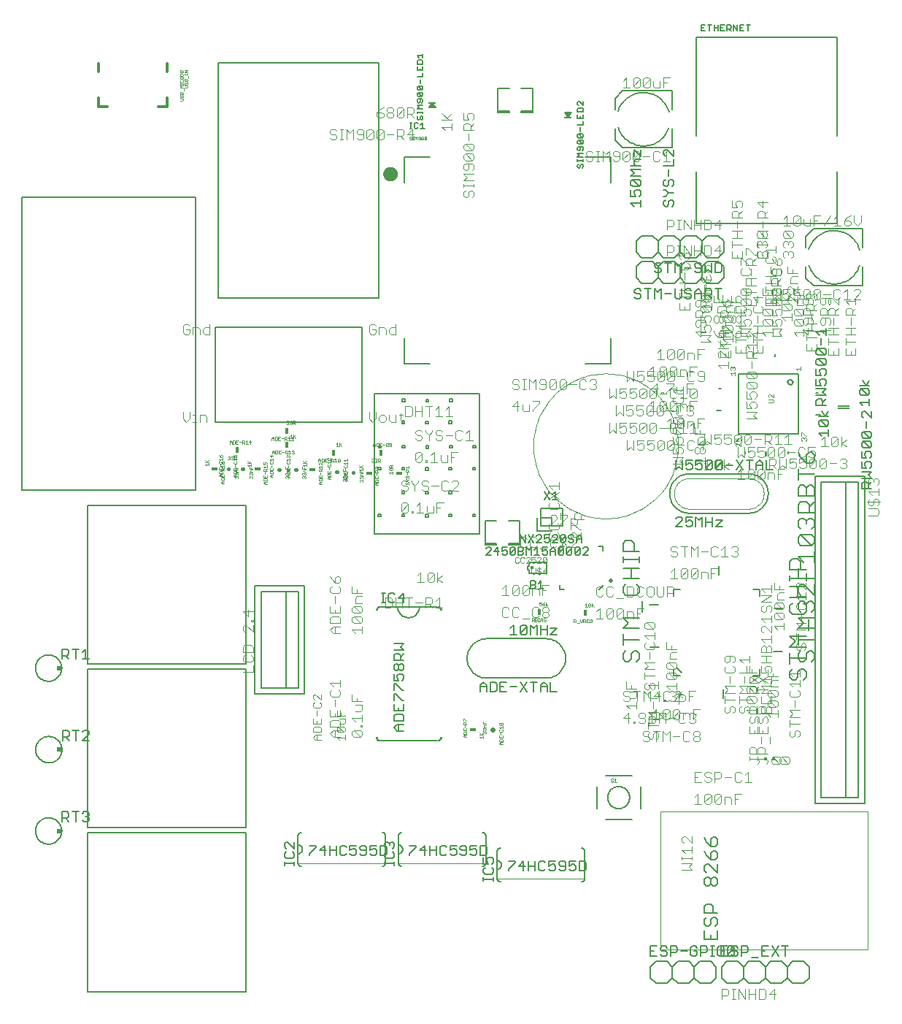
<source format=gto>
G75*
G70*
%OFA0B0*%
%FSLAX24Y24*%
%IPPOS*%
%LPD*%
%AMOC8*
5,1,8,0,0,1.08239X$1,22.5*
%
%ADD10C,0.0040*%
%ADD11C,0.0160*%
%ADD12C,0.0010*%
%ADD13C,0.0030*%
%ADD14C,0.0220*%
%ADD15C,0.0080*%
%ADD16C,0.0060*%
%ADD17C,0.0320*%
%ADD18C,0.0020*%
%ADD19C,0.0050*%
%ADD20R,0.0350X0.0075*%
%ADD21R,0.0280X0.0160*%
%ADD22R,0.0160X0.0280*%
%ADD23R,0.0300X0.0180*%
%ADD24C,0.0039*%
%ADD25C,0.0000*%
%ADD26R,0.0118X0.0118*%
%ADD27R,0.0230X0.0240*%
%ADD28R,0.0551X0.0039*%
%ADD29R,0.0551X0.0079*%
%ADD30R,0.0039X0.0079*%
%ADD31C,0.0079*%
%ADD32C,0.0197*%
%ADD33R,0.0118X0.0157*%
%ADD34C,0.0120*%
D10*
X011601Y015247D02*
X012062Y015247D01*
X012062Y015554D01*
X011985Y015707D02*
X012062Y015784D01*
X012062Y015937D01*
X011985Y016014D01*
X012062Y016168D02*
X012062Y016398D01*
X011985Y016474D01*
X011678Y016474D01*
X011601Y016398D01*
X011601Y016168D01*
X012062Y016168D01*
X011678Y016014D02*
X011601Y015937D01*
X011601Y015784D01*
X011678Y015707D01*
X011985Y015707D01*
X012138Y016628D02*
X012138Y016935D01*
X012062Y017088D02*
X011755Y017395D01*
X011678Y017395D01*
X011601Y017319D01*
X011601Y017165D01*
X011678Y017088D01*
X012062Y017088D02*
X012062Y017395D01*
X012062Y017549D02*
X012062Y017625D01*
X011985Y017625D01*
X011985Y017549D01*
X012062Y017549D01*
X011831Y017779D02*
X011831Y018086D01*
X011601Y018009D02*
X011831Y017779D01*
X012062Y018009D02*
X011601Y018009D01*
X015586Y017940D02*
X016046Y017940D01*
X016046Y018247D01*
X015816Y018400D02*
X015816Y018707D01*
X015969Y018860D02*
X015662Y018860D01*
X015586Y018937D01*
X015586Y019091D01*
X015662Y019167D01*
X015816Y019321D02*
X015816Y019551D01*
X015892Y019628D01*
X015969Y019628D01*
X016046Y019551D01*
X016046Y019398D01*
X015969Y019321D01*
X015816Y019321D01*
X015662Y019474D01*
X015586Y019628D01*
X015969Y019167D02*
X016046Y019091D01*
X016046Y018937D01*
X015969Y018860D01*
X016586Y018860D02*
X016586Y019167D01*
X016816Y019014D02*
X016816Y018860D01*
X016816Y018707D02*
X017046Y018707D01*
X017046Y018860D02*
X016586Y018860D01*
X016739Y018630D02*
X016816Y018707D01*
X016739Y018630D02*
X016739Y018400D01*
X017046Y018400D01*
X016969Y018247D02*
X017046Y018170D01*
X017046Y018016D01*
X016969Y017940D01*
X016662Y018247D01*
X016969Y018247D01*
X016662Y018247D02*
X016586Y018170D01*
X016586Y018016D01*
X016662Y017940D01*
X016969Y017940D01*
X016969Y017786D02*
X017046Y017709D01*
X017046Y017556D01*
X016969Y017479D01*
X016662Y017786D01*
X016969Y017786D01*
X016662Y017786D02*
X016586Y017709D01*
X016586Y017556D01*
X016662Y017479D01*
X016969Y017479D01*
X017046Y017326D02*
X017046Y017019D01*
X017046Y017172D02*
X016586Y017172D01*
X016739Y017019D01*
X016046Y017019D02*
X015739Y017019D01*
X015586Y017172D01*
X015739Y017326D01*
X016046Y017326D01*
X016046Y017479D02*
X016046Y017709D01*
X015969Y017786D01*
X015662Y017786D01*
X015586Y017709D01*
X015586Y017479D01*
X016046Y017479D01*
X015816Y017326D02*
X015816Y017019D01*
X015816Y017940D02*
X015816Y018093D01*
X015586Y018247D02*
X015586Y017940D01*
X018107Y018190D02*
X018337Y018190D01*
X018414Y018267D01*
X018414Y018574D01*
X018337Y018651D01*
X018107Y018651D01*
X018107Y018190D01*
X018567Y018190D02*
X018567Y018651D01*
X018567Y018421D02*
X018874Y018421D01*
X018874Y018651D02*
X018874Y018190D01*
X019181Y018190D02*
X019181Y018651D01*
X019334Y018651D02*
X019027Y018651D01*
X019488Y018421D02*
X019795Y018421D01*
X019948Y018344D02*
X020178Y018344D01*
X020255Y018421D01*
X020255Y018574D01*
X020178Y018651D01*
X019948Y018651D01*
X019948Y018190D01*
X020102Y018344D02*
X020255Y018190D01*
X020409Y018190D02*
X020716Y018190D01*
X020562Y018190D02*
X020562Y018651D01*
X020409Y018497D01*
X020485Y019340D02*
X020485Y019801D01*
X020332Y019724D02*
X020332Y019417D01*
X020255Y019340D01*
X020102Y019340D01*
X020025Y019417D01*
X020332Y019724D01*
X020255Y019801D01*
X020102Y019801D01*
X020025Y019724D01*
X020025Y019417D01*
X019871Y019340D02*
X019565Y019340D01*
X019718Y019340D02*
X019718Y019801D01*
X019565Y019647D01*
X020485Y019494D02*
X020716Y019340D01*
X020485Y019494D02*
X020716Y019647D01*
X020453Y022523D02*
X020453Y022983D01*
X020760Y022983D01*
X020607Y022753D02*
X020453Y022753D01*
X020300Y022830D02*
X020300Y022523D01*
X020070Y022523D01*
X019993Y022599D01*
X019993Y022830D01*
X019686Y022983D02*
X019686Y022523D01*
X019839Y022523D02*
X019532Y022523D01*
X019379Y022523D02*
X019302Y022523D01*
X019302Y022599D01*
X019379Y022599D01*
X019379Y022523D01*
X019149Y022599D02*
X019149Y022906D01*
X018842Y022599D01*
X018919Y022523D01*
X019072Y022523D01*
X019149Y022599D01*
X018842Y022599D02*
X018842Y022906D01*
X018919Y022983D01*
X019072Y022983D01*
X019149Y022906D01*
X019532Y022830D02*
X019686Y022983D01*
X019839Y023523D02*
X019763Y023599D01*
X019839Y023523D02*
X019993Y023523D01*
X020070Y023599D01*
X020070Y023676D01*
X019993Y023753D01*
X019839Y023753D01*
X019763Y023830D01*
X019763Y023906D01*
X019839Y023983D01*
X019993Y023983D01*
X020070Y023906D01*
X020223Y023753D02*
X020530Y023753D01*
X020683Y023906D02*
X020683Y023599D01*
X020760Y023523D01*
X020914Y023523D01*
X020990Y023599D01*
X021144Y023523D02*
X021451Y023830D01*
X021451Y023906D01*
X021374Y023983D01*
X021221Y023983D01*
X021144Y023906D01*
X020990Y023906D02*
X020914Y023983D01*
X020760Y023983D01*
X020683Y023906D01*
X021144Y023523D02*
X021451Y023523D01*
X021093Y024836D02*
X021093Y025296D01*
X021400Y025296D01*
X021246Y025066D02*
X021093Y025066D01*
X020940Y025143D02*
X020940Y024836D01*
X020709Y024836D01*
X020633Y024912D01*
X020633Y025143D01*
X020326Y025296D02*
X020326Y024836D01*
X020479Y024836D02*
X020172Y024836D01*
X020019Y024836D02*
X020019Y024912D01*
X019942Y024912D01*
X019942Y024836D01*
X020019Y024836D01*
X019789Y024912D02*
X019712Y024836D01*
X019558Y024836D01*
X019482Y024912D01*
X019789Y025219D01*
X019789Y024912D01*
X019482Y024912D02*
X019482Y025219D01*
X019558Y025296D01*
X019712Y025296D01*
X019789Y025219D01*
X020172Y025143D02*
X020326Y025296D01*
X020479Y025836D02*
X020402Y025912D01*
X020479Y025836D02*
X020633Y025836D01*
X020709Y025912D01*
X020709Y025989D01*
X020633Y026066D01*
X020479Y026066D01*
X020402Y026143D01*
X020402Y026219D01*
X020479Y026296D01*
X020633Y026296D01*
X020709Y026219D01*
X020863Y026066D02*
X021170Y026066D01*
X021323Y026219D02*
X021400Y026296D01*
X021553Y026296D01*
X021630Y026219D01*
X021784Y026143D02*
X021937Y026296D01*
X021937Y025836D01*
X021784Y025836D02*
X022091Y025836D01*
X021630Y025912D02*
X021553Y025836D01*
X021400Y025836D01*
X021323Y025912D01*
X021323Y026219D01*
X021165Y026923D02*
X020858Y026923D01*
X020705Y026923D02*
X020398Y026923D01*
X020551Y026923D02*
X020551Y027383D01*
X020398Y027230D01*
X020244Y027383D02*
X019938Y027383D01*
X020091Y027383D02*
X020091Y026923D01*
X019784Y026923D02*
X019784Y027383D01*
X019784Y027153D02*
X019477Y027153D01*
X019324Y027000D02*
X019324Y027307D01*
X019247Y027383D01*
X019017Y027383D01*
X019017Y026923D01*
X019247Y026923D01*
X019324Y027000D01*
X019477Y026923D02*
X019477Y027383D01*
X018896Y026975D02*
X018743Y026975D01*
X018819Y027052D02*
X018819Y026745D01*
X018896Y026668D01*
X018589Y026668D02*
X018589Y026975D01*
X018589Y026668D02*
X018359Y026668D01*
X018282Y026745D01*
X018282Y026975D01*
X018129Y026899D02*
X018052Y026975D01*
X017899Y026975D01*
X017822Y026899D01*
X017822Y026745D01*
X017899Y026668D01*
X018052Y026668D01*
X018129Y026745D01*
X018129Y026899D01*
X017668Y026822D02*
X017668Y027129D01*
X017362Y027129D02*
X017362Y026822D01*
X017515Y026668D01*
X017668Y026822D01*
X019482Y026219D02*
X019482Y026143D01*
X019558Y026066D01*
X019712Y026066D01*
X019789Y025989D01*
X019789Y025912D01*
X019712Y025836D01*
X019558Y025836D01*
X019482Y025912D01*
X019482Y026219D02*
X019558Y026296D01*
X019712Y026296D01*
X019789Y026219D01*
X019942Y026219D02*
X020095Y026066D01*
X020095Y025836D01*
X020095Y026066D02*
X020249Y026219D01*
X020249Y026296D01*
X019942Y026296D02*
X019942Y026219D01*
X021012Y026923D02*
X021012Y027383D01*
X020858Y027230D01*
X019609Y023983D02*
X019609Y023906D01*
X019456Y023753D01*
X019456Y023523D01*
X019456Y023753D02*
X019302Y023906D01*
X019302Y023983D01*
X019149Y023906D02*
X019072Y023983D01*
X018919Y023983D01*
X018842Y023906D01*
X018842Y023830D01*
X018919Y023753D01*
X019072Y023753D01*
X019149Y023676D01*
X019149Y023599D01*
X019072Y023523D01*
X018919Y023523D01*
X018842Y023599D01*
X023438Y019056D02*
X023591Y019210D01*
X023591Y018749D01*
X023438Y018749D02*
X023744Y018749D01*
X023898Y018826D02*
X024205Y019133D01*
X024205Y018826D01*
X024128Y018749D01*
X023975Y018749D01*
X023898Y018826D01*
X023898Y019133D01*
X023975Y019210D01*
X024128Y019210D01*
X024205Y019133D01*
X024358Y019133D02*
X024435Y019210D01*
X024589Y019210D01*
X024665Y019133D01*
X024358Y018826D01*
X024435Y018749D01*
X024589Y018749D01*
X024665Y018826D01*
X024665Y019133D01*
X024819Y019056D02*
X025049Y019056D01*
X025126Y018979D01*
X025126Y018749D01*
X025279Y018749D02*
X025279Y019210D01*
X025586Y019210D01*
X025433Y018979D02*
X025279Y018979D01*
X024819Y019056D02*
X024819Y018749D01*
X024358Y018826D02*
X024358Y019133D01*
X024128Y018210D02*
X023975Y018210D01*
X023898Y018133D01*
X023898Y017826D01*
X023975Y017749D01*
X024128Y017749D01*
X024205Y017826D01*
X024358Y017672D02*
X024665Y017672D01*
X024819Y017826D02*
X024895Y017749D01*
X025049Y017749D01*
X025126Y017826D01*
X025279Y017826D02*
X025279Y017903D01*
X025356Y017979D01*
X025509Y017979D01*
X025586Y017903D01*
X025586Y017826D01*
X025509Y017749D01*
X025356Y017749D01*
X025279Y017826D01*
X025356Y017979D02*
X025279Y018056D01*
X025279Y018133D01*
X025356Y018210D01*
X025509Y018210D01*
X025586Y018133D01*
X025586Y018056D01*
X025509Y017979D01*
X025126Y018133D02*
X025049Y018210D01*
X024895Y018210D01*
X024819Y018133D01*
X024819Y017826D01*
X024205Y018133D02*
X024128Y018210D01*
X023744Y018133D02*
X023668Y018210D01*
X023514Y018210D01*
X023438Y018133D01*
X023438Y017826D01*
X023514Y017749D01*
X023668Y017749D01*
X023744Y017826D01*
X024333Y020948D02*
X024487Y020948D01*
X024564Y021025D01*
X024717Y021025D02*
X024794Y020948D01*
X024947Y020948D01*
X025024Y021025D01*
X025177Y020871D02*
X025484Y020871D01*
X025638Y021025D02*
X025715Y020948D01*
X025868Y020948D01*
X025945Y021025D01*
X026098Y020948D02*
X026405Y021408D01*
X026559Y021332D02*
X026635Y021408D01*
X026789Y021408D01*
X026866Y021332D01*
X026866Y021255D01*
X026559Y020948D01*
X026866Y020948D01*
X027036Y021300D02*
X026729Y021607D01*
X026652Y021607D01*
X026576Y021531D01*
X026576Y021377D01*
X026652Y021300D01*
X027036Y021300D02*
X027036Y021607D01*
X027036Y021761D02*
X026959Y021761D01*
X026652Y022068D01*
X026576Y022068D01*
X026576Y021761D01*
X026559Y021794D02*
X026559Y022255D01*
X026789Y022255D01*
X026866Y022178D01*
X026866Y022025D01*
X026789Y021948D01*
X026559Y021948D01*
X026729Y022221D02*
X026729Y022451D01*
X026806Y022528D01*
X026959Y022528D01*
X027036Y022451D01*
X027036Y022221D01*
X027190Y022221D02*
X026729Y022221D01*
X026405Y022332D02*
X026098Y022025D01*
X026098Y021948D01*
X026036Y021991D02*
X025959Y022068D01*
X026036Y021991D02*
X026036Y021837D01*
X025959Y021761D01*
X025652Y021761D01*
X025576Y021837D01*
X025576Y021991D01*
X025652Y022068D01*
X025638Y021948D02*
X025945Y022255D01*
X025945Y022332D01*
X025868Y022408D01*
X025715Y022408D01*
X025638Y022332D01*
X025652Y022681D02*
X025959Y022681D01*
X026036Y022758D01*
X026036Y022912D01*
X025959Y022988D01*
X026036Y023142D02*
X025576Y023449D01*
X025729Y023602D02*
X025576Y023756D01*
X026036Y023756D01*
X026036Y023909D02*
X026036Y023602D01*
X026036Y023449D02*
X025576Y023142D01*
X025652Y022988D02*
X025576Y022912D01*
X025576Y022758D01*
X025652Y022681D01*
X026113Y022528D02*
X026113Y022221D01*
X026098Y022408D02*
X026405Y022408D01*
X026405Y022332D01*
X025945Y021948D02*
X025638Y021948D01*
X025652Y021607D02*
X025576Y021531D01*
X025576Y021377D01*
X025652Y021300D01*
X025959Y021300D01*
X026036Y021377D01*
X026036Y021531D01*
X025959Y021607D01*
X025868Y021408D02*
X025715Y021408D01*
X025638Y021332D01*
X025638Y021025D01*
X025945Y021332D02*
X025868Y021408D01*
X026098Y021408D02*
X026405Y020948D01*
X025024Y021332D02*
X024947Y021408D01*
X024794Y021408D01*
X024717Y021332D01*
X024717Y021025D01*
X024564Y021332D02*
X024487Y021408D01*
X024333Y021408D01*
X024257Y021332D01*
X024257Y021025D01*
X024333Y020948D01*
X027749Y019084D02*
X027749Y018777D01*
X027826Y018700D01*
X027980Y018700D01*
X028056Y018777D01*
X028210Y018777D02*
X028286Y018700D01*
X028440Y018700D01*
X028517Y018777D01*
X028670Y018623D02*
X028977Y018623D01*
X029131Y018700D02*
X029131Y019160D01*
X029361Y019160D01*
X029437Y019084D01*
X029437Y018777D01*
X029361Y018700D01*
X029131Y018700D01*
X029591Y018777D02*
X029591Y019084D01*
X029668Y019160D01*
X029821Y019160D01*
X029898Y019084D01*
X030051Y019084D02*
X030051Y018777D01*
X030128Y018700D01*
X030281Y018700D01*
X030358Y018777D01*
X030358Y019084D01*
X030281Y019160D01*
X030128Y019160D01*
X030051Y019084D01*
X029898Y018777D02*
X029821Y018700D01*
X029668Y018700D01*
X029591Y018777D01*
X029591Y018160D02*
X029898Y018160D01*
X029744Y017930D02*
X029591Y017930D01*
X029437Y017930D02*
X029437Y017700D01*
X029591Y017700D02*
X029591Y018160D01*
X029361Y018007D02*
X029437Y017930D01*
X029361Y018007D02*
X029131Y018007D01*
X029131Y017700D01*
X028977Y017777D02*
X028900Y017700D01*
X028747Y017700D01*
X028670Y017777D01*
X028977Y018084D01*
X028977Y017777D01*
X028977Y018084D02*
X028900Y018160D01*
X028747Y018160D01*
X028670Y018084D01*
X028670Y017777D01*
X028517Y017777D02*
X028440Y017700D01*
X028286Y017700D01*
X028210Y017777D01*
X028517Y018084D01*
X028517Y017777D01*
X028517Y018084D02*
X028440Y018160D01*
X028286Y018160D01*
X028210Y018084D01*
X028210Y017777D01*
X028056Y017700D02*
X027749Y017700D01*
X027903Y017700D02*
X027903Y018160D01*
X027749Y018007D01*
X028210Y018777D02*
X028210Y019084D01*
X028286Y019160D01*
X028440Y019160D01*
X028517Y019084D01*
X028056Y019084D02*
X027980Y019160D01*
X027826Y019160D01*
X027749Y019084D01*
X029956Y017452D02*
X030032Y017529D01*
X030339Y017222D01*
X030416Y017299D01*
X030416Y017452D01*
X030339Y017529D01*
X030032Y017529D01*
X029956Y017452D02*
X029956Y017299D01*
X030032Y017222D01*
X030339Y017222D01*
X030416Y017069D02*
X030416Y016762D01*
X030416Y016915D02*
X029956Y016915D01*
X030109Y016762D01*
X030032Y016608D02*
X029956Y016532D01*
X029956Y016378D01*
X030032Y016301D01*
X030339Y016301D01*
X030416Y016378D01*
X030416Y016532D01*
X030339Y016608D01*
X030186Y016148D02*
X030186Y015841D01*
X029956Y015687D02*
X030416Y015687D01*
X030416Y015381D02*
X029956Y015381D01*
X030109Y015534D01*
X029956Y015687D01*
X029956Y015227D02*
X029956Y014920D01*
X029956Y015074D02*
X030416Y015074D01*
X030579Y014806D02*
X030579Y014499D01*
X030591Y014387D02*
X030361Y014156D01*
X030668Y014156D01*
X030361Y014156D01*
X030503Y014039D02*
X030579Y014116D01*
X030579Y014269D01*
X030503Y014346D01*
X030591Y014387D02*
X030591Y013926D01*
X030503Y014039D02*
X030196Y014039D01*
X030119Y014116D01*
X030119Y014269D01*
X030196Y014346D01*
X030207Y014387D02*
X030207Y013926D01*
X030349Y013886D02*
X030349Y013579D01*
X030481Y013550D02*
X030481Y013090D01*
X030438Y013156D02*
X030438Y013003D01*
X030361Y012926D01*
X030131Y012926D01*
X030119Y012965D02*
X030119Y012658D01*
X030097Y012550D02*
X029944Y012550D01*
X029867Y012473D01*
X029867Y012397D01*
X029944Y012320D01*
X030097Y012320D01*
X030174Y012243D01*
X030174Y012166D01*
X030097Y012090D01*
X029944Y012090D01*
X029867Y012166D01*
X030119Y012274D02*
X030196Y012197D01*
X030272Y012197D01*
X030349Y012274D01*
X030349Y012428D01*
X030426Y012504D01*
X030503Y012504D01*
X030579Y012428D01*
X030579Y012274D01*
X030503Y012197D01*
X030481Y012090D02*
X030481Y012550D01*
X030634Y012550D02*
X030327Y012550D01*
X030196Y012504D02*
X030119Y012428D01*
X030119Y012274D01*
X030174Y012473D02*
X030097Y012550D01*
X030131Y012773D02*
X030131Y013233D01*
X030361Y013233D01*
X030438Y013156D01*
X030327Y013090D02*
X030634Y013090D01*
X030579Y013118D02*
X030119Y013118D01*
X030272Y013272D01*
X030119Y013425D01*
X030579Y013425D01*
X030591Y013387D02*
X030744Y013233D01*
X030898Y013387D01*
X030591Y013387D01*
X030591Y012926D01*
X030591Y013387D01*
X030437Y013387D02*
X030130Y013387D01*
X030284Y013387D02*
X030284Y012926D01*
X030119Y012811D02*
X030579Y012811D01*
X030788Y012550D02*
X030941Y012397D01*
X031095Y012550D01*
X031095Y012090D01*
X031248Y012320D02*
X031555Y012320D01*
X031708Y012473D02*
X031708Y012166D01*
X031785Y012090D01*
X031939Y012090D01*
X032015Y012166D01*
X032169Y012166D02*
X032169Y012243D01*
X032246Y012320D01*
X032399Y012320D01*
X032476Y012243D01*
X032476Y012166D01*
X032399Y012090D01*
X032246Y012090D01*
X032169Y012166D01*
X032246Y012320D02*
X032169Y012397D01*
X032169Y012473D01*
X032246Y012550D01*
X032399Y012550D01*
X032476Y012473D01*
X032476Y012397D01*
X032399Y012320D01*
X032015Y012473D02*
X031939Y012550D01*
X031785Y012550D01*
X031708Y012473D01*
X031742Y012926D02*
X031819Y013003D01*
X031742Y012926D02*
X031588Y012926D01*
X031512Y013003D01*
X031512Y013310D01*
X031588Y013387D01*
X031742Y013387D01*
X031819Y013310D01*
X031708Y013397D02*
X031939Y013397D01*
X032015Y013320D01*
X032015Y013090D01*
X031972Y013003D02*
X032049Y012926D01*
X032202Y012926D01*
X032279Y013003D01*
X032279Y013080D01*
X032202Y013156D01*
X032125Y013156D01*
X032202Y013156D02*
X032279Y013233D01*
X032279Y013310D01*
X032202Y013387D01*
X032049Y013387D01*
X031972Y013310D01*
X032169Y013320D02*
X032322Y013320D01*
X032169Y013550D02*
X032476Y013550D01*
X032169Y013550D02*
X032169Y013090D01*
X031708Y013090D02*
X031708Y013397D01*
X031555Y013473D02*
X031248Y013166D01*
X031325Y013090D01*
X031478Y013090D01*
X031555Y013166D01*
X031555Y013473D01*
X031478Y013550D01*
X031325Y013550D01*
X031248Y013473D01*
X031248Y013166D01*
X031358Y013156D02*
X031051Y013156D01*
X031095Y013166D02*
X031018Y013090D01*
X030864Y013090D01*
X030788Y013166D01*
X031095Y013473D01*
X031095Y013166D01*
X030898Y013387D02*
X030898Y012926D01*
X030788Y013166D02*
X030788Y013473D01*
X030864Y013550D01*
X031018Y013550D01*
X031095Y013473D01*
X031128Y013926D02*
X031051Y014003D01*
X031051Y013926D02*
X031128Y014003D01*
X031128Y013926D02*
X031281Y013926D01*
X031358Y014003D01*
X031358Y014080D01*
X031281Y014156D01*
X031205Y014156D01*
X031281Y014156D02*
X031358Y014233D01*
X031358Y014310D01*
X031281Y014387D01*
X031128Y014387D01*
X031051Y014310D01*
X031051Y014387D02*
X030898Y014387D01*
X030821Y014310D01*
X030821Y014003D01*
X030898Y014003D01*
X030898Y013926D01*
X031051Y013926D01*
X030898Y013926D02*
X030821Y014003D01*
X030821Y013926D01*
X030898Y013926D01*
X031282Y013926D02*
X031589Y014233D01*
X031589Y014310D01*
X031512Y014387D01*
X031358Y014387D01*
X031282Y014310D01*
X031128Y014310D02*
X031051Y014387D01*
X031109Y014460D02*
X030956Y014613D01*
X031416Y014613D01*
X031416Y014460D02*
X031416Y014767D01*
X031339Y014920D02*
X031032Y015227D01*
X031339Y015227D01*
X031416Y015150D01*
X031416Y014997D01*
X031339Y014920D01*
X031032Y014920D01*
X030956Y014997D01*
X030956Y015150D01*
X031032Y015227D01*
X031032Y015381D02*
X030956Y015457D01*
X030956Y015611D01*
X031032Y015687D01*
X031339Y015381D01*
X031416Y015457D01*
X031416Y015611D01*
X031339Y015687D01*
X031032Y015687D01*
X031109Y015841D02*
X031109Y016071D01*
X031186Y016148D01*
X031416Y016148D01*
X031416Y016301D02*
X030956Y016301D01*
X030956Y016608D01*
X031186Y016455D02*
X031186Y016301D01*
X031109Y015841D02*
X031416Y015841D01*
X031339Y015381D02*
X031032Y015381D01*
X030579Y014653D02*
X030119Y014653D01*
X030272Y014499D01*
X030339Y014460D02*
X030416Y014536D01*
X030416Y014690D01*
X030339Y014767D01*
X030263Y014767D01*
X030186Y014690D01*
X030186Y014536D01*
X030109Y014460D01*
X030032Y014460D01*
X029956Y014536D01*
X029956Y014690D01*
X030032Y014767D01*
X029900Y014387D02*
X030054Y014233D01*
X030207Y014387D01*
X029900Y014387D02*
X029900Y013926D01*
X029594Y013926D02*
X029594Y014387D01*
X029579Y014346D02*
X029272Y014346D01*
X029287Y014310D02*
X029210Y014387D01*
X029056Y014387D01*
X028980Y014310D01*
X028980Y014233D01*
X029056Y014156D01*
X029210Y014156D01*
X029287Y014080D01*
X029287Y014003D01*
X029210Y013926D01*
X029056Y013926D01*
X028980Y014003D01*
X029272Y014039D02*
X029503Y014039D01*
X029579Y014116D01*
X029579Y014346D01*
X029440Y014387D02*
X029747Y014387D01*
X029579Y014499D02*
X029119Y014499D01*
X029119Y014806D01*
X029349Y014653D02*
X029349Y014499D01*
X029579Y013886D02*
X029579Y013579D01*
X029579Y013732D02*
X029119Y013732D01*
X029272Y013579D01*
X029210Y013387D02*
X028980Y013156D01*
X029287Y013156D01*
X029440Y013003D02*
X029517Y013003D01*
X029517Y012926D01*
X029440Y012926D01*
X029440Y013003D01*
X029670Y013003D02*
X029747Y012926D01*
X029670Y013003D01*
X029747Y012926D02*
X029900Y012926D01*
X029977Y013003D01*
X029977Y013080D01*
X029900Y013156D01*
X029747Y013156D01*
X029670Y013233D01*
X029670Y013310D01*
X029747Y013387D01*
X029900Y013387D01*
X029747Y013387D01*
X029670Y013310D01*
X029824Y013156D02*
X029900Y013156D01*
X029977Y013080D01*
X029977Y013003D01*
X029900Y012926D01*
X029747Y012926D01*
X029900Y013156D02*
X029977Y013233D01*
X029977Y013310D01*
X029900Y013387D01*
X029977Y013310D01*
X030327Y013397D02*
X030481Y013550D01*
X030591Y013156D02*
X030744Y013156D01*
X031282Y013926D02*
X031589Y013926D01*
X031512Y013926D02*
X031742Y013926D01*
X031819Y014003D01*
X031819Y014156D01*
X031742Y014233D01*
X031512Y014233D01*
X031512Y013773D01*
X031972Y013926D02*
X031972Y014387D01*
X032279Y014387D01*
X032125Y014156D02*
X031972Y014156D01*
X033597Y014144D02*
X033597Y013837D01*
X033597Y013991D02*
X034058Y013991D01*
X034286Y013991D02*
X034747Y013991D01*
X034597Y013914D02*
X034597Y014068D01*
X034674Y014144D01*
X034981Y013837D01*
X035058Y013914D01*
X035058Y014068D01*
X034981Y014144D01*
X034674Y014144D01*
X034729Y014287D02*
X034729Y014517D01*
X034806Y014594D01*
X034959Y014594D01*
X035036Y014517D01*
X035036Y014287D01*
X034981Y014298D02*
X034674Y014605D01*
X034981Y014605D01*
X035058Y014528D01*
X035058Y014375D01*
X034981Y014298D01*
X034674Y014298D01*
X034597Y014375D01*
X034597Y014528D01*
X034674Y014605D01*
X034747Y014605D02*
X034286Y014605D01*
X034440Y014451D01*
X034286Y014298D01*
X034747Y014298D01*
X034729Y014287D02*
X035190Y014287D01*
X035123Y014287D02*
X035123Y014594D01*
X035190Y014594D02*
X035036Y014440D01*
X035123Y014440D02*
X035583Y014440D01*
X035643Y014427D02*
X035566Y014350D01*
X035566Y014197D01*
X035643Y014120D01*
X035950Y014120D01*
X035643Y014427D01*
X035950Y014427D01*
X036026Y014350D01*
X036026Y014197D01*
X035950Y014120D01*
X035950Y013966D02*
X036026Y013890D01*
X036026Y013736D01*
X035950Y013660D01*
X035643Y013966D01*
X035950Y013966D01*
X035747Y013837D02*
X035747Y014144D01*
X035660Y014133D02*
X035660Y013826D01*
X035747Y013837D02*
X035286Y013837D01*
X035266Y013826D02*
X035266Y014133D01*
X035286Y014298D02*
X035440Y014451D01*
X035286Y014605D01*
X035747Y014605D01*
X035719Y014580D02*
X035719Y014811D01*
X035796Y014887D01*
X036026Y014887D01*
X036026Y015041D02*
X035566Y015041D01*
X035566Y015348D01*
X035440Y015372D02*
X035440Y015449D01*
X035517Y015526D01*
X035670Y015526D01*
X035747Y015449D01*
X035747Y015295D01*
X035670Y015219D01*
X035796Y015194D02*
X035796Y015041D01*
X035747Y015065D02*
X035747Y014758D01*
X035747Y014912D02*
X035286Y014912D01*
X035440Y014758D01*
X035583Y014747D02*
X035123Y015054D01*
X035058Y015065D02*
X034828Y015065D01*
X034751Y014988D01*
X034751Y014758D01*
X035058Y014758D01*
X035123Y014747D02*
X035583Y015054D01*
X035517Y015219D02*
X035440Y015372D01*
X035517Y015219D02*
X035286Y015219D01*
X035286Y015526D01*
X035286Y015679D02*
X035747Y015679D01*
X035517Y015679D02*
X035517Y015986D01*
X035517Y016139D02*
X035517Y016370D01*
X035593Y016446D01*
X035670Y016446D01*
X035747Y016370D01*
X035747Y016139D01*
X035286Y016139D01*
X035286Y016370D01*
X035363Y016446D01*
X035440Y016446D01*
X035517Y016370D01*
X035440Y016600D02*
X035286Y016753D01*
X035747Y016753D01*
X035747Y016600D02*
X035747Y016907D01*
X035747Y017060D02*
X035440Y017367D01*
X035363Y017367D01*
X035286Y017290D01*
X035286Y017137D01*
X035363Y017060D01*
X035747Y017060D02*
X035747Y017367D01*
X035861Y017339D02*
X036322Y017339D01*
X036322Y017492D02*
X036322Y017185D01*
X036015Y017185D02*
X035861Y017339D01*
X035747Y017521D02*
X035747Y017828D01*
X035861Y017876D02*
X035938Y017953D01*
X036245Y017646D01*
X036322Y017722D01*
X036322Y017876D01*
X036245Y017953D01*
X035938Y017953D01*
X035861Y017876D02*
X035861Y017722D01*
X035938Y017646D01*
X036245Y017646D01*
X036245Y018106D02*
X035938Y018413D01*
X036245Y018413D01*
X036322Y018336D01*
X036322Y018183D01*
X036245Y018106D01*
X035938Y018106D01*
X035861Y018183D01*
X035861Y018336D01*
X035938Y018413D01*
X036015Y018567D02*
X036015Y018797D01*
X036091Y018873D01*
X036322Y018873D01*
X036322Y019027D02*
X035861Y019027D01*
X035861Y019334D01*
X035747Y019209D02*
X035747Y018902D01*
X035747Y019055D02*
X035286Y019055D01*
X035440Y018902D01*
X035286Y018748D02*
X035747Y018748D01*
X035286Y018441D01*
X035747Y018441D01*
X035670Y018288D02*
X035747Y018211D01*
X035747Y018058D01*
X035670Y017981D01*
X035517Y018058D02*
X035517Y018211D01*
X035593Y018288D01*
X035670Y018288D01*
X035517Y018058D02*
X035440Y017981D01*
X035363Y017981D01*
X035286Y018058D01*
X035286Y018211D01*
X035363Y018288D01*
X035286Y017674D02*
X035747Y017674D01*
X035440Y017521D02*
X035286Y017674D01*
X036015Y018567D02*
X036322Y018567D01*
X036091Y019027D02*
X036091Y019180D01*
X036861Y019104D02*
X036938Y019027D01*
X036861Y019104D02*
X036861Y019257D01*
X036938Y019334D01*
X037015Y019334D01*
X037322Y019027D01*
X037322Y019334D01*
X037322Y018873D02*
X037322Y018567D01*
X037322Y018720D02*
X036861Y018720D01*
X037015Y018567D01*
X036938Y018413D02*
X036861Y018336D01*
X036861Y018183D01*
X036938Y018106D01*
X037245Y018106D01*
X037322Y018183D01*
X037322Y018336D01*
X037245Y018413D01*
X037091Y017953D02*
X037091Y017646D01*
X036861Y017492D02*
X037322Y017492D01*
X037322Y017185D02*
X036861Y017185D01*
X037015Y017339D01*
X036861Y017492D01*
X036861Y017032D02*
X036861Y016725D01*
X036861Y016878D02*
X037322Y016878D01*
X037245Y016571D02*
X037168Y016571D01*
X037091Y016495D01*
X037091Y016341D01*
X037015Y016265D01*
X036938Y016265D01*
X036861Y016341D01*
X036861Y016495D01*
X036938Y016571D01*
X037245Y016571D02*
X037322Y016495D01*
X037322Y016341D01*
X037245Y016265D01*
X037026Y015348D02*
X037026Y015041D01*
X037026Y015194D02*
X036566Y015194D01*
X036719Y015041D01*
X036566Y014734D02*
X037026Y014734D01*
X037026Y014887D02*
X037026Y014580D01*
X036950Y014427D02*
X037026Y014350D01*
X037026Y014197D01*
X036950Y014120D01*
X036643Y014120D01*
X036566Y014197D01*
X036566Y014350D01*
X036643Y014427D01*
X036719Y014580D02*
X036566Y014734D01*
X036026Y014580D02*
X035719Y014580D01*
X035747Y014298D02*
X035286Y014298D01*
X035190Y014747D02*
X034729Y015054D01*
X034747Y015219D02*
X034747Y015526D01*
X034597Y015526D02*
X034597Y015219D01*
X035058Y015219D01*
X035190Y015054D02*
X034729Y014747D01*
X034517Y014758D02*
X034517Y015065D01*
X034747Y015219D02*
X034286Y015219D01*
X034058Y015295D02*
X034058Y015449D01*
X033981Y015526D01*
X033981Y015679D02*
X034058Y015756D01*
X034058Y015909D01*
X033981Y015986D01*
X033674Y015986D01*
X033597Y015909D01*
X033597Y015756D01*
X033674Y015679D01*
X033751Y015679D01*
X033828Y015756D01*
X033828Y015986D01*
X034286Y015833D02*
X034747Y015833D01*
X034747Y015986D02*
X034747Y015679D01*
X034440Y015679D02*
X034286Y015833D01*
X033674Y015526D02*
X033597Y015449D01*
X033597Y015295D01*
X033674Y015219D01*
X033981Y015219D01*
X034058Y015295D01*
X033828Y015065D02*
X033828Y014758D01*
X034058Y014605D02*
X033597Y014605D01*
X033751Y014451D01*
X033597Y014298D01*
X034058Y014298D01*
X034286Y014144D02*
X034286Y013837D01*
X034363Y013684D02*
X034286Y013607D01*
X034286Y013454D01*
X034363Y013377D01*
X034440Y013377D01*
X034517Y013454D01*
X034517Y013607D01*
X034593Y013684D01*
X034670Y013684D01*
X034747Y013607D01*
X034747Y013454D01*
X034670Y013377D01*
X034729Y013366D02*
X034729Y013596D01*
X034806Y013673D01*
X034959Y013673D01*
X035036Y013596D01*
X035036Y013366D01*
X035058Y013377D02*
X035058Y013684D01*
X035123Y013596D02*
X035200Y013673D01*
X035353Y013673D01*
X035430Y013596D01*
X035430Y013366D01*
X035517Y013377D02*
X035517Y013607D01*
X035593Y013684D01*
X035670Y013684D01*
X035747Y013607D01*
X035747Y013377D01*
X035286Y013377D01*
X035286Y013607D01*
X035363Y013684D01*
X035440Y013684D01*
X035517Y013607D01*
X035643Y013660D02*
X035566Y013736D01*
X035566Y013890D01*
X035643Y013966D01*
X035643Y013660D02*
X035950Y013660D01*
X036026Y013506D02*
X036026Y013199D01*
X036026Y013353D02*
X035566Y013353D01*
X035719Y013199D01*
X035583Y013136D02*
X035583Y012982D01*
X035507Y012906D01*
X035583Y012752D02*
X035583Y012445D01*
X035123Y012445D01*
X035123Y012752D01*
X035190Y012752D02*
X035190Y012445D01*
X034729Y012445D01*
X034729Y012752D01*
X034806Y012906D02*
X034729Y012982D01*
X034729Y013136D01*
X034806Y013213D01*
X034729Y013366D02*
X035190Y013366D01*
X035123Y013366D02*
X035123Y013596D01*
X035058Y013531D02*
X034597Y013531D01*
X034751Y013377D01*
X034959Y013136D02*
X034959Y012982D01*
X034883Y012906D01*
X034806Y012906D01*
X034959Y013136D02*
X035036Y013213D01*
X035113Y013213D01*
X035190Y013136D01*
X035190Y012982D01*
X035113Y012906D01*
X035123Y012982D02*
X035200Y012906D01*
X035276Y012906D01*
X035353Y012982D01*
X035353Y013136D01*
X035430Y013213D01*
X035507Y013213D01*
X035583Y013136D01*
X035583Y013366D02*
X035123Y013366D01*
X035200Y013213D02*
X035123Y013136D01*
X035123Y012982D01*
X034959Y012599D02*
X034959Y012445D01*
X035266Y012292D02*
X035266Y011985D01*
X035200Y011831D02*
X035353Y011831D01*
X035430Y011755D01*
X035430Y011524D01*
X035583Y011524D02*
X035123Y011524D01*
X035123Y011755D01*
X035200Y011831D01*
X035036Y011755D02*
X035036Y011524D01*
X035190Y011524D02*
X034729Y011524D01*
X034729Y011755D01*
X034806Y011831D01*
X034959Y011831D01*
X035036Y011755D01*
X035123Y011371D02*
X035123Y011218D01*
X035190Y011218D02*
X035113Y011294D01*
X034729Y011294D01*
X034729Y011218D02*
X034729Y011371D01*
X035123Y011294D02*
X035507Y011294D01*
X035583Y011218D01*
X035583Y011141D01*
X035507Y011064D01*
X035729Y011141D02*
X035729Y011294D01*
X035806Y011371D01*
X036113Y011064D01*
X036190Y011141D01*
X036190Y011294D01*
X036113Y011371D01*
X035806Y011371D01*
X035729Y011141D02*
X035806Y011064D01*
X036113Y011064D01*
X036123Y011141D02*
X036123Y011294D01*
X036200Y011371D01*
X036507Y011064D01*
X036583Y011141D01*
X036583Y011294D01*
X036507Y011371D01*
X036200Y011371D01*
X036123Y011141D02*
X036200Y011064D01*
X036507Y011064D01*
X035660Y011985D02*
X035660Y012292D01*
X035353Y012445D02*
X035353Y012599D01*
X036566Y012509D02*
X036566Y012355D01*
X036643Y012278D01*
X036719Y012278D01*
X036796Y012355D01*
X036796Y012509D01*
X036873Y012585D01*
X036950Y012585D01*
X037026Y012509D01*
X037026Y012355D01*
X036950Y012278D01*
X036643Y012585D02*
X036566Y012509D01*
X036566Y012739D02*
X036566Y013046D01*
X036566Y013199D02*
X036719Y013353D01*
X036566Y013506D01*
X037026Y013506D01*
X036796Y013660D02*
X036796Y013966D01*
X037026Y013199D02*
X036566Y013199D01*
X036566Y012892D02*
X037026Y012892D01*
X034981Y013837D02*
X034674Y013837D01*
X034597Y013914D01*
X034058Y013607D02*
X034058Y013454D01*
X033981Y013377D01*
X033828Y013454D02*
X033828Y013607D01*
X033904Y013684D01*
X033981Y013684D01*
X034058Y013607D01*
X033828Y013454D02*
X033751Y013377D01*
X033674Y013377D01*
X033597Y013454D01*
X033597Y013607D01*
X033674Y013684D01*
X034828Y015219D02*
X034828Y015372D01*
X035286Y015986D02*
X035747Y015986D01*
X032987Y019521D02*
X032987Y019981D01*
X033293Y019981D01*
X033140Y019751D02*
X032987Y019751D01*
X032833Y019751D02*
X032833Y019521D01*
X032833Y019751D02*
X032756Y019828D01*
X032526Y019828D01*
X032526Y019521D01*
X032373Y019598D02*
X032296Y019521D01*
X032143Y019521D01*
X032066Y019598D01*
X032373Y019904D01*
X032373Y019598D01*
X032373Y019904D02*
X032296Y019981D01*
X032143Y019981D01*
X032066Y019904D01*
X032066Y019598D01*
X031912Y019598D02*
X031912Y019904D01*
X031605Y019598D01*
X031682Y019521D01*
X031836Y019521D01*
X031912Y019598D01*
X031912Y019904D02*
X031836Y019981D01*
X031682Y019981D01*
X031605Y019904D01*
X031605Y019598D01*
X031452Y019521D02*
X031145Y019521D01*
X031298Y019521D02*
X031298Y019981D01*
X031145Y019828D01*
X031202Y019160D02*
X030972Y019160D01*
X030972Y018700D01*
X030972Y018853D02*
X031202Y018853D01*
X031279Y018930D01*
X031279Y019084D01*
X031202Y019160D01*
X030819Y019160D02*
X030819Y018777D01*
X030742Y018700D01*
X030588Y018700D01*
X030512Y018777D01*
X030512Y019160D01*
X031222Y020521D02*
X031145Y020598D01*
X031222Y020521D02*
X031375Y020521D01*
X031452Y020598D01*
X031452Y020674D01*
X031375Y020751D01*
X031222Y020751D01*
X031145Y020828D01*
X031145Y020904D01*
X031222Y020981D01*
X031375Y020981D01*
X031452Y020904D01*
X031605Y020981D02*
X031912Y020981D01*
X031759Y020981D02*
X031759Y020521D01*
X032066Y020521D02*
X032066Y020981D01*
X032219Y020828D01*
X032373Y020981D01*
X032373Y020521D01*
X032526Y020751D02*
X032833Y020751D01*
X032987Y020904D02*
X032987Y020598D01*
X033063Y020521D01*
X033217Y020521D01*
X033293Y020598D01*
X033447Y020521D02*
X033754Y020521D01*
X033600Y020521D02*
X033600Y020981D01*
X033447Y020828D01*
X033293Y020904D02*
X033217Y020981D01*
X033063Y020981D01*
X032987Y020904D01*
X033907Y020904D02*
X033984Y020981D01*
X034138Y020981D01*
X034214Y020904D01*
X034214Y020828D01*
X034138Y020751D01*
X034214Y020674D01*
X034214Y020598D01*
X034138Y020521D01*
X033984Y020521D01*
X033907Y020598D01*
X034061Y020751D02*
X034138Y020751D01*
X034196Y024048D02*
X034503Y024048D01*
X034350Y024048D02*
X034350Y024509D01*
X034196Y024355D01*
X033820Y024490D02*
X033590Y024644D01*
X033820Y024797D01*
X033590Y024951D02*
X033590Y024490D01*
X033436Y024567D02*
X033436Y024874D01*
X033129Y024567D01*
X033206Y024490D01*
X033360Y024490D01*
X033436Y024567D01*
X033129Y024567D02*
X033129Y024874D01*
X033206Y024951D01*
X033360Y024951D01*
X033436Y024874D01*
X032976Y024490D02*
X032669Y024490D01*
X032822Y024490D02*
X032822Y024951D01*
X032669Y024797D01*
X032696Y024745D02*
X032696Y025052D01*
X032696Y024899D02*
X032235Y024899D01*
X032389Y024745D01*
X032389Y025206D02*
X032312Y025206D01*
X032235Y025282D01*
X032235Y025436D01*
X032312Y025513D01*
X032389Y025513D01*
X032465Y025436D01*
X032465Y025282D01*
X032389Y025206D01*
X032465Y025282D02*
X032542Y025206D01*
X032619Y025206D01*
X032696Y025282D01*
X032696Y025436D01*
X032619Y025513D01*
X032542Y025513D01*
X032465Y025436D01*
X032596Y025377D02*
X032596Y025837D01*
X032366Y025607D01*
X032673Y025607D01*
X032669Y025640D02*
X032822Y025794D01*
X032976Y025640D01*
X032976Y026101D01*
X033129Y026101D02*
X033129Y025871D01*
X033283Y025947D01*
X033360Y025947D01*
X033436Y025871D01*
X033436Y025717D01*
X033360Y025640D01*
X033206Y025640D01*
X033129Y025717D01*
X032849Y025666D02*
X032389Y025666D01*
X032389Y025896D01*
X032465Y025973D01*
X032619Y025973D01*
X032696Y025896D01*
X032696Y025666D01*
X032669Y025640D02*
X032669Y026101D01*
X032696Y026126D02*
X032235Y026126D01*
X032235Y026433D01*
X032212Y026377D02*
X032212Y026607D01*
X032136Y026684D01*
X031905Y026684D01*
X031905Y026377D01*
X032021Y026471D02*
X032175Y026625D01*
X032175Y026164D01*
X032328Y026164D02*
X032021Y026164D01*
X031868Y026164D02*
X031561Y026164D01*
X031619Y026126D02*
X031312Y026433D01*
X031619Y026433D01*
X031696Y026357D01*
X031696Y026203D01*
X031619Y026126D01*
X031312Y026126D01*
X031235Y026203D01*
X031235Y026357D01*
X031312Y026433D01*
X031291Y026377D02*
X030985Y026377D01*
X030947Y026395D02*
X030640Y026395D01*
X030487Y026548D02*
X030180Y026241D01*
X030256Y026164D01*
X030410Y026164D01*
X030487Y026241D01*
X030487Y026548D01*
X030410Y026625D01*
X030256Y026625D01*
X030180Y026548D01*
X030180Y026241D01*
X030026Y026241D02*
X029949Y026164D01*
X029796Y026164D01*
X029719Y026241D01*
X030026Y026548D01*
X030026Y026241D01*
X029719Y026241D02*
X029719Y026548D01*
X029796Y026625D01*
X029949Y026625D01*
X030026Y026548D01*
X030109Y026952D02*
X030032Y027029D01*
X030339Y027336D01*
X030339Y027029D01*
X030262Y026952D01*
X030109Y026952D01*
X030032Y027029D02*
X030032Y027336D01*
X030109Y027412D01*
X030262Y027412D01*
X030339Y027336D01*
X030492Y027336D02*
X030569Y027412D01*
X030723Y027412D01*
X030799Y027336D01*
X030492Y027029D01*
X030569Y026952D01*
X030723Y026952D01*
X030799Y027029D01*
X030799Y027336D01*
X030947Y027241D02*
X030870Y027164D01*
X030717Y027164D01*
X030640Y027241D01*
X030947Y027548D01*
X030947Y027241D01*
X030953Y027182D02*
X031260Y027182D01*
X031331Y027164D02*
X031177Y027164D01*
X031100Y027241D01*
X031407Y027548D01*
X031407Y027241D01*
X031331Y027164D01*
X031413Y027029D02*
X031413Y027336D01*
X031490Y027412D01*
X031643Y027412D01*
X031720Y027336D01*
X031791Y027471D02*
X031868Y027395D01*
X031868Y027164D01*
X031874Y027029D02*
X031950Y026952D01*
X032104Y026952D01*
X032181Y027029D01*
X032181Y027105D01*
X032104Y027182D01*
X032027Y027182D01*
X032021Y027164D02*
X032021Y027625D01*
X032328Y027625D01*
X032251Y027739D02*
X032328Y027816D01*
X032328Y028123D01*
X032021Y027816D01*
X032098Y027739D01*
X032251Y027739D01*
X032021Y027816D02*
X032021Y028123D01*
X032098Y028200D01*
X032251Y028200D01*
X032328Y028123D01*
X032027Y028182D02*
X031874Y028182D01*
X031714Y028200D02*
X031714Y027739D01*
X031696Y027738D02*
X031619Y027814D01*
X031561Y027739D02*
X031868Y027739D01*
X031696Y027738D02*
X031696Y027584D01*
X031619Y027508D01*
X031312Y027508D01*
X031235Y027584D01*
X031235Y027738D01*
X031312Y027814D01*
X031331Y027739D02*
X031407Y027816D01*
X031331Y027739D02*
X031177Y027739D01*
X031100Y027816D01*
X031100Y028123D01*
X031177Y028200D01*
X031331Y028200D01*
X031407Y028123D01*
X031413Y028029D02*
X031413Y028259D01*
X031260Y028336D02*
X030953Y028029D01*
X030953Y027952D01*
X030947Y027969D02*
X030640Y027969D01*
X030723Y027952D02*
X030799Y027952D01*
X030799Y028029D01*
X030723Y028029D01*
X030723Y027952D01*
X030492Y027952D02*
X030492Y028412D01*
X030262Y028182D01*
X030569Y028182D01*
X030487Y028123D02*
X030180Y027816D01*
X030256Y027739D01*
X030410Y027739D01*
X030487Y027816D01*
X030487Y028123D01*
X030410Y028200D01*
X030256Y028200D01*
X030180Y028123D01*
X030180Y027816D01*
X030026Y027816D02*
X029949Y027739D01*
X029796Y027739D01*
X029719Y027816D01*
X030026Y028123D01*
X030026Y027816D01*
X029719Y027816D02*
X029719Y028123D01*
X029796Y028200D01*
X029949Y028200D01*
X030026Y028123D01*
X030140Y028527D02*
X030064Y028603D01*
X030140Y028527D02*
X030294Y028527D01*
X030371Y028603D01*
X030371Y028757D01*
X030294Y028834D01*
X030217Y028834D01*
X030064Y028757D01*
X030064Y028987D01*
X030371Y028987D01*
X030524Y028910D02*
X030601Y028987D01*
X030754Y028987D01*
X030831Y028910D01*
X030524Y028603D01*
X030601Y028527D01*
X030754Y028527D01*
X030831Y028603D01*
X030831Y028910D01*
X030947Y028816D02*
X030870Y028739D01*
X030717Y028739D01*
X030640Y028816D01*
X030947Y029123D01*
X030947Y028816D01*
X030985Y028910D02*
X031061Y028987D01*
X031215Y028987D01*
X031291Y028910D01*
X030985Y028603D01*
X031061Y028527D01*
X031215Y028527D01*
X031291Y028603D01*
X031291Y028910D01*
X031407Y028816D02*
X031331Y028739D01*
X031177Y028739D01*
X031100Y028816D01*
X031407Y029123D01*
X031407Y028816D01*
X031445Y028757D02*
X031752Y028757D01*
X031868Y028739D02*
X031868Y028969D01*
X031791Y029046D01*
X031561Y029046D01*
X031561Y028739D01*
X031905Y028603D02*
X031982Y028527D01*
X032136Y028527D01*
X032212Y028603D01*
X032366Y028603D02*
X032442Y028527D01*
X032596Y028527D01*
X032673Y028603D01*
X032673Y028910D01*
X032596Y028987D01*
X032442Y028987D01*
X032366Y028910D01*
X032366Y028834D01*
X032442Y028757D01*
X032673Y028757D01*
X032212Y028910D02*
X032136Y028987D01*
X031982Y028987D01*
X031905Y028910D01*
X031905Y028603D01*
X032021Y028739D02*
X032021Y029200D01*
X032328Y029200D01*
X032175Y028969D02*
X032021Y028969D01*
X031905Y029527D02*
X031905Y029834D01*
X032136Y029834D01*
X032212Y029757D01*
X032212Y029527D01*
X032366Y029527D02*
X032366Y029987D01*
X032673Y029987D01*
X032519Y029757D02*
X032366Y029757D01*
X032515Y030306D02*
X032975Y030306D01*
X032822Y030460D01*
X032975Y030613D01*
X032515Y030613D01*
X032498Y030541D02*
X032498Y030848D01*
X032515Y030767D02*
X032745Y030767D01*
X032668Y030920D01*
X032668Y030997D01*
X032745Y031074D01*
X032898Y031074D01*
X032975Y030997D01*
X032975Y030843D01*
X032898Y030767D01*
X032728Y030771D02*
X032268Y030771D01*
X032498Y030541D01*
X032515Y030767D02*
X032515Y031074D01*
X032498Y031078D02*
X032498Y031308D01*
X032515Y031227D02*
X032745Y031227D01*
X032668Y031380D01*
X032668Y031457D01*
X032745Y031534D01*
X032898Y031534D01*
X032975Y031457D01*
X032975Y031304D01*
X032898Y031227D01*
X032728Y031232D02*
X032728Y031078D01*
X032651Y031001D01*
X032498Y031078D02*
X032421Y031001D01*
X032345Y031001D01*
X032268Y031078D01*
X032268Y031232D01*
X032345Y031308D01*
X032651Y031308D01*
X032728Y031232D01*
X032515Y031227D02*
X032515Y031534D01*
X032575Y031462D02*
X032575Y031692D01*
X032498Y031769D01*
X032345Y031769D01*
X032268Y031692D01*
X032268Y031462D01*
X032728Y031462D01*
X032575Y031615D02*
X032728Y031769D01*
X032684Y031783D02*
X032530Y031936D01*
X032991Y031936D01*
X032975Y031918D02*
X032975Y031764D01*
X032898Y031687D01*
X032591Y031994D01*
X032898Y031994D01*
X032975Y031918D01*
X032991Y031783D02*
X032991Y032090D01*
X032898Y032148D02*
X032591Y032455D01*
X032898Y032455D01*
X032975Y032378D01*
X032975Y032225D01*
X032898Y032148D01*
X032591Y032148D01*
X032515Y032225D01*
X032515Y032378D01*
X032591Y032455D01*
X032530Y032473D02*
X032607Y032550D01*
X032914Y032243D01*
X032991Y032320D01*
X032991Y032473D01*
X032914Y032550D01*
X032607Y032550D01*
X032530Y032473D02*
X032530Y032320D01*
X032607Y032243D01*
X032914Y032243D01*
X032728Y032152D02*
X032728Y031999D01*
X032651Y031922D01*
X032591Y031994D02*
X032515Y031918D01*
X032515Y031764D01*
X032591Y031687D01*
X032898Y031687D01*
X033105Y031427D02*
X033182Y031504D01*
X033259Y031504D01*
X033335Y031427D01*
X033335Y031273D01*
X033259Y031197D01*
X033182Y031197D01*
X033105Y031273D01*
X033105Y031427D01*
X033335Y031427D02*
X033412Y031504D01*
X033489Y031504D01*
X033566Y031427D01*
X033566Y031273D01*
X033489Y031197D01*
X033412Y031197D01*
X033335Y031273D01*
X033515Y031304D02*
X033515Y031457D01*
X033591Y031534D01*
X033898Y031227D01*
X033975Y031304D01*
X033975Y031457D01*
X033898Y031534D01*
X033591Y031534D01*
X033566Y031657D02*
X033259Y031657D01*
X033259Y031887D01*
X033335Y031964D01*
X033566Y031964D01*
X033648Y031922D02*
X033648Y032152D01*
X033725Y032229D01*
X033801Y032229D01*
X033878Y032152D01*
X033878Y031999D01*
X033801Y031922D01*
X033648Y031922D01*
X033495Y032076D01*
X033418Y032229D01*
X033335Y032271D02*
X033335Y032117D01*
X033515Y032148D02*
X033515Y032455D01*
X033745Y032301D02*
X033745Y032148D01*
X033893Y032117D02*
X033893Y032424D01*
X034105Y032348D02*
X034105Y032194D01*
X034182Y032117D01*
X034123Y032117D02*
X034123Y032271D01*
X034105Y032348D02*
X034182Y032424D01*
X034259Y032424D01*
X034566Y032117D01*
X034566Y032424D01*
X034580Y032438D02*
X034580Y032745D01*
X034719Y032750D02*
X034796Y032673D01*
X034796Y032520D01*
X034719Y032443D01*
X034412Y032750D01*
X034719Y032750D01*
X034810Y032899D02*
X034810Y033206D01*
X034810Y033359D02*
X034810Y033666D01*
X034796Y033594D02*
X034719Y033671D01*
X034796Y033594D02*
X034796Y033441D01*
X034719Y033364D01*
X034412Y033364D01*
X034336Y033441D01*
X034336Y033594D01*
X034412Y033671D01*
X034336Y033824D02*
X034336Y034131D01*
X034412Y034131D01*
X034719Y033824D01*
X034796Y033824D01*
X034887Y033819D02*
X034887Y034050D01*
X034810Y034126D01*
X034657Y034126D01*
X034580Y034050D01*
X034580Y033819D01*
X035040Y033819D01*
X034887Y033973D02*
X035040Y034126D01*
X035121Y034143D02*
X035582Y034143D01*
X035582Y034450D01*
X035621Y034380D02*
X035467Y034533D01*
X035928Y034533D01*
X035928Y034380D02*
X035928Y034687D01*
X036271Y034680D02*
X036271Y034834D01*
X036348Y034911D01*
X036425Y034911D01*
X036502Y034834D01*
X036578Y034911D01*
X036655Y034911D01*
X036732Y034834D01*
X036732Y034680D01*
X036655Y034604D01*
X036655Y034450D02*
X036732Y034373D01*
X036732Y034220D01*
X036655Y034143D01*
X036502Y034297D02*
X036502Y034373D01*
X036578Y034450D01*
X036655Y034450D01*
X036502Y034373D02*
X036425Y034450D01*
X036348Y034450D01*
X036271Y034373D01*
X036271Y034220D01*
X036348Y034143D01*
X036223Y034054D02*
X036146Y034131D01*
X036070Y034131D01*
X035993Y034054D01*
X035993Y033824D01*
X036146Y033824D01*
X036223Y033901D01*
X036223Y034054D01*
X035928Y033996D02*
X035928Y034150D01*
X035851Y034226D01*
X035763Y034131D02*
X035839Y033978D01*
X035993Y033824D01*
X035960Y033666D02*
X035960Y033436D01*
X035884Y033359D01*
X035807Y033359D01*
X035730Y033436D01*
X035730Y033589D01*
X035807Y033666D01*
X036114Y033666D01*
X036190Y033589D01*
X036190Y033436D01*
X036114Y033359D01*
X036146Y033364D02*
X036223Y033441D01*
X036223Y033594D01*
X036146Y033671D01*
X035839Y033671D02*
X035763Y033594D01*
X035763Y033441D01*
X035839Y033364D01*
X036146Y033364D01*
X036190Y033206D02*
X036037Y033052D01*
X036037Y033129D02*
X036037Y032899D01*
X035993Y032903D02*
X035993Y033210D01*
X035960Y033206D02*
X036037Y033129D01*
X035960Y033206D02*
X035807Y033206D01*
X035730Y033129D01*
X035730Y032899D01*
X036190Y032899D01*
X036146Y032750D02*
X036223Y032673D01*
X036223Y032520D01*
X036146Y032443D01*
X035839Y032750D01*
X036146Y032750D01*
X036127Y032729D02*
X036127Y032269D01*
X035974Y032422D01*
X035820Y032269D01*
X035820Y032729D01*
X035807Y032745D02*
X035730Y032668D01*
X035730Y032515D01*
X035807Y032438D01*
X035884Y032438D01*
X035960Y032515D01*
X035960Y032745D01*
X035928Y032692D02*
X035467Y032692D01*
X035566Y032597D02*
X035566Y032443D01*
X035467Y032385D02*
X035467Y032078D01*
X035928Y032078D01*
X035928Y032385D01*
X035960Y032285D02*
X035960Y031978D01*
X035730Y032208D01*
X036190Y032208D01*
X036205Y032217D02*
X036205Y032448D01*
X036282Y032524D01*
X036435Y032524D01*
X036512Y032448D01*
X036512Y032217D01*
X036511Y032269D02*
X036357Y032269D01*
X036281Y032346D01*
X036223Y032213D02*
X036223Y032059D01*
X036146Y031983D01*
X035839Y032290D01*
X036146Y032290D01*
X036223Y032213D01*
X036205Y032217D02*
X036665Y032217D01*
X036741Y032346D02*
X036818Y032269D01*
X036971Y032269D01*
X037048Y032346D01*
X037048Y032499D01*
X036971Y032576D01*
X036895Y032576D01*
X036741Y032499D01*
X036741Y032729D01*
X037048Y032729D01*
X036993Y032597D02*
X036993Y032443D01*
X036928Y032385D02*
X036928Y032078D01*
X036621Y032385D01*
X036544Y032385D01*
X036467Y032308D01*
X036467Y032155D01*
X036544Y032078D01*
X036589Y032064D02*
X036665Y031987D01*
X036665Y031834D01*
X036589Y031757D01*
X036282Y032064D01*
X036589Y032064D01*
X036511Y032269D02*
X036588Y032346D01*
X036588Y032499D01*
X036511Y032576D01*
X036434Y032576D01*
X036281Y032499D01*
X036281Y032729D01*
X036588Y032729D01*
X036621Y032845D02*
X036544Y032845D01*
X036467Y032768D01*
X036467Y032615D01*
X036544Y032538D01*
X036665Y032524D02*
X036512Y032371D01*
X036763Y032443D02*
X036763Y032750D01*
X036621Y032845D02*
X036928Y032538D01*
X036928Y032845D01*
X036928Y032999D02*
X036621Y032999D01*
X036621Y033229D01*
X036698Y033306D01*
X036928Y033306D01*
X036928Y033459D02*
X036467Y033459D01*
X036467Y033766D01*
X036698Y033613D02*
X036698Y033459D01*
X036114Y032745D02*
X035807Y032745D01*
X035839Y032750D02*
X035763Y032673D01*
X035763Y032520D01*
X035839Y032443D01*
X036146Y032443D01*
X036114Y032438D02*
X036190Y032515D01*
X036190Y032668D01*
X036114Y032745D01*
X035928Y032999D02*
X035467Y032999D01*
X035467Y032845D02*
X035467Y032538D01*
X035336Y032443D02*
X035336Y032750D01*
X035336Y032443D02*
X035796Y032443D01*
X035796Y032290D02*
X035566Y032290D01*
X035489Y032213D01*
X035489Y031983D01*
X035796Y031983D01*
X035839Y031983D02*
X035763Y032059D01*
X035763Y032213D01*
X035839Y032290D01*
X035698Y032231D02*
X035698Y032078D01*
X035839Y031983D02*
X036146Y031983D01*
X036205Y031987D02*
X036282Y032064D01*
X036205Y031987D02*
X036205Y031834D01*
X036282Y031757D01*
X036589Y031757D01*
X036665Y031604D02*
X036665Y031297D01*
X036763Y031292D02*
X036839Y031369D01*
X037146Y031062D01*
X037223Y031139D01*
X037223Y031292D01*
X037146Y031369D01*
X036839Y031369D01*
X036763Y031292D02*
X036763Y031139D01*
X036839Y031062D01*
X037146Y031062D01*
X037189Y031177D02*
X037266Y031100D01*
X037343Y031100D01*
X037419Y031177D01*
X037419Y031407D01*
X037266Y031407D02*
X037189Y031330D01*
X037189Y031177D01*
X037355Y031143D02*
X037815Y031143D01*
X037976Y031177D02*
X038053Y031100D01*
X038130Y031100D01*
X038207Y031177D01*
X038207Y031407D01*
X038360Y031407D02*
X038053Y031407D01*
X037976Y031330D01*
X037976Y031177D01*
X037976Y030870D02*
X038207Y030639D01*
X038207Y030946D01*
X038339Y030946D02*
X038799Y030946D01*
X038569Y030946D02*
X038569Y030639D01*
X038799Y030639D02*
X038339Y030639D01*
X038339Y030486D02*
X038339Y030179D01*
X038339Y030026D02*
X038339Y029719D01*
X038799Y029719D01*
X038799Y030026D01*
X038569Y029872D02*
X038569Y029719D01*
X039126Y029719D02*
X039126Y030026D01*
X039126Y030179D02*
X039126Y030486D01*
X039126Y030639D02*
X039587Y030639D01*
X039357Y030639D02*
X039357Y030946D01*
X039357Y031100D02*
X039357Y031407D01*
X039433Y031560D02*
X039433Y031790D01*
X039357Y031867D01*
X039203Y031867D01*
X039126Y031790D01*
X039126Y031560D01*
X039587Y031560D01*
X039433Y031714D02*
X039587Y031867D01*
X039587Y032021D02*
X039587Y032328D01*
X039503Y032269D02*
X039810Y032576D01*
X039810Y032652D01*
X039734Y032729D01*
X039580Y032729D01*
X039503Y032652D01*
X039197Y032729D02*
X039197Y032269D01*
X039126Y032174D02*
X039587Y032174D01*
X039503Y032269D02*
X039810Y032269D01*
X039350Y032269D02*
X039043Y032269D01*
X039126Y032174D02*
X039280Y032021D01*
X038799Y032021D02*
X038493Y032328D01*
X038416Y032328D01*
X038339Y032251D01*
X038339Y032097D01*
X038416Y032021D01*
X038360Y032021D02*
X038437Y032097D01*
X038437Y032251D01*
X038360Y032328D01*
X038053Y032328D01*
X037976Y032251D01*
X037976Y032097D01*
X038053Y032021D01*
X038130Y032021D01*
X038207Y032097D01*
X038207Y032328D01*
X038122Y032499D02*
X038429Y032499D01*
X038583Y032652D02*
X038583Y032346D01*
X038659Y032269D01*
X038813Y032269D01*
X038890Y032346D01*
X038799Y032328D02*
X038799Y032021D01*
X038799Y031867D02*
X038646Y031714D01*
X038646Y031790D02*
X038646Y031560D01*
X038799Y031560D02*
X038339Y031560D01*
X038339Y031790D01*
X038416Y031867D01*
X038569Y031867D01*
X038646Y031790D01*
X038437Y031867D02*
X038283Y031714D01*
X038283Y031790D02*
X038283Y031560D01*
X038437Y031560D02*
X037976Y031560D01*
X037976Y031790D01*
X038053Y031867D01*
X038207Y031867D01*
X038283Y031790D01*
X038360Y031407D02*
X038437Y031330D01*
X038437Y031177D01*
X038360Y031100D01*
X038569Y031100D02*
X038569Y031407D01*
X038437Y030870D02*
X037976Y030870D01*
X037815Y030836D02*
X037355Y030836D01*
X037419Y030946D02*
X037419Y030639D01*
X037189Y030870D01*
X037649Y030870D01*
X037585Y030836D02*
X037585Y031143D01*
X037573Y031100D02*
X037649Y031177D01*
X037649Y031330D01*
X037573Y031407D01*
X037266Y031407D01*
X037146Y031522D02*
X036839Y031829D01*
X037146Y031829D01*
X037223Y031752D01*
X037223Y031599D01*
X037146Y031522D01*
X036839Y031522D01*
X036763Y031599D01*
X036763Y031752D01*
X036839Y031829D01*
X036916Y031983D02*
X036916Y032213D01*
X036993Y032290D01*
X037223Y032290D01*
X037189Y032251D02*
X037189Y032097D01*
X037266Y032021D01*
X037343Y032021D01*
X037419Y032097D01*
X037419Y032328D01*
X037432Y032269D02*
X037278Y032269D01*
X037202Y032346D01*
X037508Y032652D01*
X037508Y032346D01*
X037432Y032269D01*
X037432Y032217D02*
X037355Y032294D01*
X037355Y032448D01*
X037432Y032524D01*
X037508Y032524D01*
X037585Y032448D01*
X037662Y032524D01*
X037739Y032524D01*
X037815Y032448D01*
X037815Y032294D01*
X037739Y032217D01*
X037739Y032269D02*
X037662Y032346D01*
X037969Y032652D01*
X037969Y032346D01*
X037892Y032269D01*
X037739Y032269D01*
X037649Y032251D02*
X037573Y032328D01*
X037266Y032328D01*
X037189Y032251D01*
X037202Y032346D02*
X037202Y032652D01*
X037278Y032729D01*
X037432Y032729D01*
X037508Y032652D01*
X037662Y032652D02*
X037662Y032346D01*
X037585Y032371D02*
X037585Y032448D01*
X037649Y032251D02*
X037649Y032097D01*
X037573Y032021D01*
X037585Y032064D02*
X037662Y031987D01*
X037662Y031757D01*
X037649Y031867D02*
X037496Y031714D01*
X037496Y031790D02*
X037496Y031560D01*
X037585Y031604D02*
X037585Y031297D01*
X037649Y031560D02*
X037189Y031560D01*
X037189Y031790D01*
X037266Y031867D01*
X037419Y031867D01*
X037496Y031790D01*
X037355Y031757D02*
X037355Y031987D01*
X037432Y032064D01*
X037585Y032064D01*
X037662Y031911D02*
X037815Y032064D01*
X037815Y031757D02*
X037355Y031757D01*
X037223Y031983D02*
X036916Y031983D01*
X036763Y032443D02*
X037223Y032443D01*
X037662Y032652D02*
X037739Y032729D01*
X037892Y032729D01*
X037969Y032652D01*
X038583Y032652D02*
X038659Y032729D01*
X038813Y032729D01*
X038890Y032652D01*
X039043Y032576D02*
X039197Y032729D01*
X039126Y030946D02*
X039587Y030946D01*
X039587Y030333D02*
X039126Y030333D01*
X038799Y030333D02*
X038339Y030333D01*
X037815Y030222D02*
X037815Y029916D01*
X037355Y029916D01*
X037355Y030222D01*
X037355Y030376D02*
X037355Y030683D01*
X037223Y030755D02*
X036763Y030755D01*
X036916Y030601D01*
X037223Y030601D02*
X037223Y030908D01*
X037355Y030529D02*
X037815Y030529D01*
X037585Y030069D02*
X037585Y029916D01*
X036223Y030601D02*
X036070Y030755D01*
X036223Y030908D01*
X035763Y030908D01*
X035796Y030908D02*
X035796Y030601D01*
X035763Y030601D02*
X036223Y030601D01*
X035796Y030755D02*
X035336Y030755D01*
X035489Y030601D01*
X035353Y030736D02*
X034893Y030736D01*
X034893Y030583D02*
X034893Y030276D01*
X034893Y030429D02*
X035353Y030429D01*
X035060Y030494D02*
X035060Y030801D01*
X035123Y030736D02*
X035123Y031043D01*
X035123Y031197D02*
X035123Y031504D01*
X035276Y031657D02*
X034969Y031657D01*
X034893Y031734D01*
X034893Y031887D01*
X034969Y031964D01*
X035040Y031978D02*
X035040Y032285D01*
X034893Y032348D02*
X035123Y032117D01*
X035123Y032424D01*
X035040Y032592D02*
X034580Y032592D01*
X034719Y032443D02*
X034412Y032443D01*
X034336Y032520D01*
X034336Y032673D01*
X034412Y032750D01*
X034566Y032903D02*
X034566Y033210D01*
X034580Y033206D02*
X035040Y033206D01*
X035040Y032899D02*
X034580Y032899D01*
X034580Y032285D02*
X034580Y031978D01*
X035040Y031978D01*
X034810Y031978D02*
X034810Y032131D01*
X034796Y032059D02*
X034796Y032213D01*
X034719Y032290D01*
X034412Y032290D01*
X034719Y031983D01*
X034796Y032059D01*
X034719Y031983D02*
X034412Y031983D01*
X034336Y032059D01*
X034336Y032213D01*
X034412Y032290D01*
X034353Y032117D02*
X033893Y032117D01*
X033975Y032148D02*
X033515Y032148D01*
X033566Y032117D02*
X033105Y032117D01*
X033105Y032424D01*
X032991Y032703D02*
X032684Y032703D01*
X032684Y032934D01*
X032761Y033010D01*
X032991Y033010D01*
X032898Y033069D02*
X032591Y033069D01*
X032515Y033145D01*
X032515Y033299D01*
X032591Y033376D01*
X032530Y033471D02*
X032530Y033164D01*
X032991Y033164D01*
X032975Y033145D02*
X032975Y033299D01*
X032898Y033376D01*
X032761Y033317D02*
X032761Y033164D01*
X032898Y033069D02*
X032975Y033145D01*
X032745Y032915D02*
X032745Y032608D01*
X032651Y032229D02*
X032345Y032229D01*
X032268Y032152D01*
X032268Y031999D01*
X032345Y031922D01*
X032421Y031922D01*
X032498Y031999D01*
X032498Y032229D01*
X032651Y032229D02*
X032728Y032152D01*
X031991Y032090D02*
X031991Y031783D01*
X031530Y031783D01*
X031530Y032090D01*
X031530Y032243D02*
X031530Y032550D01*
X031530Y032703D02*
X031991Y032703D01*
X031761Y032703D02*
X031761Y033010D01*
X031761Y033164D02*
X031761Y033471D01*
X031914Y033624D02*
X031991Y033701D01*
X031991Y033854D01*
X031914Y033931D01*
X031914Y034085D02*
X031991Y034161D01*
X031991Y034315D01*
X031914Y034391D01*
X031837Y034391D01*
X031761Y034315D01*
X031761Y034238D01*
X031750Y034259D02*
X031750Y034719D01*
X032057Y034259D01*
X032057Y034719D01*
X032211Y034719D02*
X032211Y034259D01*
X032211Y034489D02*
X032518Y034489D01*
X032518Y034719D02*
X032518Y034259D01*
X032671Y034259D02*
X032901Y034259D01*
X032978Y034336D01*
X032978Y034643D01*
X032901Y034719D01*
X032671Y034719D01*
X032671Y034259D01*
X032668Y033836D02*
X032745Y033759D01*
X032745Y033606D01*
X032668Y033529D01*
X032591Y033529D01*
X032515Y033606D01*
X032515Y033759D01*
X032591Y033836D01*
X032668Y033836D01*
X032745Y033759D02*
X032822Y033836D01*
X032898Y033836D01*
X032975Y033759D01*
X032975Y033606D01*
X032898Y033529D01*
X032822Y033529D01*
X032745Y033606D01*
X033362Y034259D02*
X033362Y034719D01*
X033131Y034489D01*
X033438Y034489D01*
X033940Y034450D02*
X033940Y034143D01*
X034401Y034143D01*
X034401Y034450D01*
X034580Y034587D02*
X034657Y034587D01*
X034964Y034280D01*
X035040Y034280D01*
X035090Y034220D02*
X035090Y034373D01*
X035167Y034450D01*
X035244Y034450D01*
X035320Y034373D01*
X035397Y034450D01*
X035474Y034450D01*
X035551Y034373D01*
X035551Y034220D01*
X035474Y034143D01*
X035467Y034150D02*
X035467Y033996D01*
X035544Y033919D01*
X035851Y033919D01*
X035928Y033996D01*
X035698Y033766D02*
X035698Y033459D01*
X035698Y033306D02*
X035698Y032999D01*
X035928Y033306D02*
X035467Y033306D01*
X035467Y034150D02*
X035544Y034226D01*
X035352Y034297D02*
X035352Y034143D01*
X035320Y034297D02*
X035320Y034373D01*
X035121Y034450D02*
X035121Y034143D01*
X035167Y034143D02*
X035090Y034220D01*
X035121Y034604D02*
X035121Y034911D01*
X035167Y034911D02*
X035244Y034911D01*
X035320Y034834D01*
X035397Y034911D01*
X035474Y034911D01*
X035551Y034834D01*
X035551Y034680D01*
X035474Y034604D01*
X035582Y034757D02*
X035121Y034757D01*
X035090Y034680D02*
X035090Y034834D01*
X035167Y034911D01*
X035167Y035064D02*
X035090Y035141D01*
X035090Y035294D01*
X035167Y035371D01*
X035474Y035064D01*
X035551Y035141D01*
X035551Y035294D01*
X035474Y035371D01*
X035167Y035371D01*
X035121Y035371D02*
X035582Y035371D01*
X035352Y035371D02*
X035352Y035064D01*
X035474Y035064D02*
X035167Y035064D01*
X035121Y035064D02*
X035582Y035064D01*
X035320Y034834D02*
X035320Y034757D01*
X035167Y034604D02*
X035090Y034680D01*
X034580Y034587D02*
X034580Y034280D01*
X034170Y034297D02*
X034170Y034143D01*
X033940Y034604D02*
X033940Y034911D01*
X033940Y035064D02*
X034401Y035064D01*
X034170Y035064D02*
X034170Y035371D01*
X034170Y035524D02*
X034170Y035831D01*
X034247Y035985D02*
X034247Y036215D01*
X034170Y036292D01*
X034017Y036292D01*
X033940Y036215D01*
X033940Y035985D01*
X034401Y035985D01*
X034247Y036138D02*
X034401Y036292D01*
X034324Y036445D02*
X034401Y036522D01*
X034401Y036675D01*
X034324Y036752D01*
X034170Y036752D01*
X034094Y036675D01*
X034094Y036599D01*
X034170Y036445D01*
X033940Y036445D01*
X033940Y036752D01*
X033362Y035900D02*
X033131Y035670D01*
X033438Y035670D01*
X033362Y035440D02*
X033362Y035900D01*
X032978Y035824D02*
X032978Y035517D01*
X032901Y035440D01*
X032671Y035440D01*
X032671Y035900D01*
X032901Y035900D01*
X032978Y035824D01*
X032518Y035900D02*
X032518Y035440D01*
X032518Y035670D02*
X032211Y035670D01*
X032211Y035440D02*
X032211Y035900D01*
X032057Y035900D02*
X032057Y035440D01*
X031750Y035900D01*
X031750Y035440D01*
X031597Y035440D02*
X031443Y035440D01*
X031520Y035440D02*
X031520Y035900D01*
X031443Y035900D02*
X031597Y035900D01*
X031290Y035824D02*
X031290Y035670D01*
X031213Y035594D01*
X030983Y035594D01*
X030983Y035440D02*
X030983Y035900D01*
X031213Y035900D01*
X031290Y035824D01*
X031213Y034719D02*
X030983Y034719D01*
X030983Y034259D01*
X030983Y034412D02*
X031213Y034412D01*
X031290Y034489D01*
X031290Y034643D01*
X031213Y034719D01*
X031443Y034719D02*
X031597Y034719D01*
X031520Y034719D02*
X031520Y034259D01*
X031530Y034315D02*
X031607Y034391D01*
X031684Y034391D01*
X031761Y034315D01*
X031597Y034259D02*
X031443Y034259D01*
X031530Y034315D02*
X031530Y034161D01*
X031607Y034085D01*
X031607Y033931D02*
X031530Y033854D01*
X031530Y033701D01*
X031607Y033624D01*
X031914Y033624D01*
X031991Y033010D02*
X031530Y033010D01*
X031530Y032396D02*
X031991Y032396D01*
X031761Y031936D02*
X031761Y031783D01*
X033105Y030813D02*
X033182Y030660D01*
X033335Y030506D01*
X033335Y030736D01*
X033412Y030813D01*
X033489Y030813D01*
X033566Y030736D01*
X033566Y030583D01*
X033489Y030506D01*
X033335Y030506D01*
X033418Y030541D02*
X033878Y030541D01*
X033975Y030613D02*
X033975Y030306D01*
X033878Y030234D02*
X033418Y030234D01*
X033418Y030081D02*
X033418Y030388D01*
X033515Y030460D02*
X033975Y030460D01*
X034105Y030429D02*
X034566Y030429D01*
X034676Y030494D02*
X034600Y030571D01*
X034600Y030724D01*
X034676Y030801D01*
X034753Y030801D01*
X035060Y030494D01*
X035060Y030341D02*
X035060Y030034D01*
X035123Y029969D02*
X035123Y029816D01*
X035060Y029880D02*
X034907Y029727D01*
X034907Y029804D02*
X034907Y029573D01*
X035060Y029573D02*
X034600Y029573D01*
X034600Y029804D01*
X034676Y029880D01*
X034830Y029880D01*
X034907Y029804D01*
X034893Y029816D02*
X035353Y029816D01*
X035353Y030122D01*
X035060Y030187D02*
X034600Y030187D01*
X034753Y030034D01*
X034893Y030122D02*
X034893Y029816D01*
X034566Y029816D02*
X034566Y030122D01*
X034335Y029969D02*
X034335Y029816D01*
X034105Y029816D02*
X034566Y029816D01*
X034105Y029816D02*
X034105Y030122D01*
X034105Y030276D02*
X034105Y030583D01*
X034123Y030506D02*
X034123Y030736D01*
X034200Y030813D01*
X034276Y030813D01*
X034353Y030736D01*
X034353Y030583D01*
X034276Y030506D01*
X034123Y030506D01*
X033969Y030660D01*
X033893Y030813D01*
X033878Y030848D02*
X033418Y030848D01*
X033515Y030843D02*
X033515Y030997D01*
X033591Y031074D01*
X033898Y030767D01*
X033975Y030843D01*
X033975Y030997D01*
X033898Y031074D01*
X033591Y031074D01*
X033566Y031043D02*
X033566Y030966D01*
X033489Y030966D01*
X033489Y031043D01*
X033566Y031043D01*
X033648Y031001D02*
X033648Y031308D01*
X033591Y031227D02*
X033515Y031304D01*
X033591Y031227D02*
X033898Y031227D01*
X033893Y031273D02*
X033893Y031427D01*
X033969Y031504D01*
X034046Y031504D01*
X034123Y031427D01*
X034123Y031273D01*
X034046Y031197D01*
X033969Y031197D01*
X033893Y031273D01*
X033878Y031462D02*
X033418Y031462D01*
X033418Y031692D01*
X033495Y031769D01*
X033648Y031769D01*
X033725Y031692D01*
X033725Y031462D01*
X033725Y031615D02*
X033878Y031769D01*
X033975Y031687D02*
X033668Y031687D01*
X033668Y031918D01*
X033745Y031994D01*
X033975Y031994D01*
X034046Y031887D02*
X034123Y031964D01*
X034353Y031964D01*
X034489Y031964D02*
X034566Y031887D01*
X034566Y031734D01*
X034489Y031657D01*
X034182Y031657D01*
X034105Y031734D01*
X034105Y031887D01*
X034182Y031964D01*
X034046Y031887D02*
X034046Y031657D01*
X034353Y031657D01*
X034336Y031522D02*
X034566Y031522D01*
X034489Y031676D01*
X034489Y031752D01*
X034566Y031829D01*
X034719Y031829D01*
X034796Y031752D01*
X034796Y031599D01*
X034719Y031522D01*
X034719Y031369D02*
X034796Y031292D01*
X034796Y031139D01*
X034719Y031062D01*
X034566Y031062D02*
X034489Y031215D01*
X034489Y031292D01*
X034566Y031369D01*
X034719Y031369D01*
X034566Y031062D02*
X034336Y031062D01*
X034336Y031369D01*
X034353Y031427D02*
X034353Y031273D01*
X034276Y031197D01*
X034200Y031197D01*
X034123Y031273D01*
X034123Y031427D02*
X034200Y031504D01*
X034276Y031504D01*
X034353Y031427D01*
X034335Y031504D02*
X034335Y031197D01*
X034335Y031043D02*
X034335Y030736D01*
X034336Y030601D02*
X034796Y030601D01*
X034642Y030755D01*
X034796Y030908D01*
X034336Y030908D01*
X034353Y030966D02*
X034353Y031043D01*
X034276Y031043D01*
X034276Y030966D01*
X034353Y030966D01*
X034566Y031043D02*
X034105Y031043D01*
X034105Y030736D02*
X034566Y030736D01*
X034893Y031043D02*
X035353Y031043D01*
X035412Y031062D02*
X035336Y031139D01*
X035336Y031292D01*
X035412Y031369D01*
X035719Y031062D01*
X035796Y031139D01*
X035796Y031292D01*
X035719Y031369D01*
X035412Y031369D01*
X035412Y031522D02*
X035336Y031599D01*
X035336Y031752D01*
X035412Y031829D01*
X035719Y031522D01*
X035796Y031599D01*
X035796Y031752D01*
X035719Y031829D01*
X035412Y031829D01*
X035353Y031887D02*
X035276Y031964D01*
X035353Y031887D02*
X035353Y031734D01*
X035276Y031657D01*
X035412Y031522D02*
X035719Y031522D01*
X035763Y031522D02*
X035993Y031522D01*
X035916Y031676D01*
X035916Y031752D01*
X035993Y031829D01*
X036146Y031829D01*
X036223Y031752D01*
X036223Y031599D01*
X036146Y031522D01*
X036205Y031450D02*
X036665Y031450D01*
X036358Y031297D02*
X036205Y031450D01*
X036146Y031369D02*
X036223Y031292D01*
X036223Y031139D01*
X036146Y031062D01*
X035993Y031062D02*
X035916Y031215D01*
X035916Y031292D01*
X035993Y031369D01*
X036146Y031369D01*
X035993Y031062D02*
X035763Y031062D01*
X035763Y031369D01*
X035763Y031522D02*
X035763Y031829D01*
X035353Y032348D02*
X034893Y032348D01*
X034336Y031829D02*
X034336Y031522D01*
X033898Y030767D02*
X033591Y030767D01*
X033515Y030843D01*
X033530Y030801D02*
X033530Y030494D01*
X033300Y030724D01*
X033760Y030724D01*
X033648Y030848D02*
X033648Y030541D01*
X033515Y030460D02*
X033668Y030306D01*
X033760Y030341D02*
X033530Y030111D01*
X033607Y030034D02*
X033300Y030341D01*
X033300Y030034D02*
X033760Y030034D01*
X033760Y029880D02*
X033760Y029573D01*
X033453Y029880D01*
X033376Y029880D01*
X033300Y029804D01*
X033300Y029650D01*
X033376Y029573D01*
X033418Y029620D02*
X033878Y029620D01*
X033878Y029927D01*
X033648Y029774D02*
X033648Y029620D01*
X033760Y029420D02*
X033760Y029113D01*
X033760Y029267D02*
X033300Y029267D01*
X033453Y029113D01*
X033418Y029620D02*
X033418Y029927D01*
X034600Y028883D02*
X034676Y028960D01*
X034983Y028653D01*
X035060Y028729D01*
X035060Y028883D01*
X034983Y028960D01*
X034676Y028960D01*
X034600Y028883D02*
X034600Y028729D01*
X034676Y028653D01*
X034983Y028653D01*
X034983Y028499D02*
X035060Y028422D01*
X035060Y028269D01*
X034983Y028192D01*
X034676Y028499D01*
X034983Y028499D01*
X034676Y028499D02*
X034600Y028422D01*
X034600Y028269D01*
X034676Y028192D01*
X034983Y028192D01*
X034983Y028039D02*
X035060Y027962D01*
X035060Y027809D01*
X034983Y027732D01*
X034830Y027732D02*
X034753Y027885D01*
X034753Y027962D01*
X034830Y028039D01*
X034983Y028039D01*
X034830Y027732D02*
X034600Y027732D01*
X034600Y028039D01*
X034600Y027578D02*
X034600Y027271D01*
X034830Y027271D01*
X034753Y027425D01*
X034753Y027502D01*
X034830Y027578D01*
X034983Y027578D01*
X035060Y027502D01*
X035060Y027348D01*
X034983Y027271D01*
X035060Y027118D02*
X034600Y027118D01*
X034600Y026811D02*
X035060Y026811D01*
X034907Y026965D01*
X035060Y027118D01*
X034741Y026101D02*
X034818Y026024D01*
X034511Y025717D01*
X034587Y025640D01*
X034741Y025640D01*
X034818Y025717D01*
X034818Y026024D01*
X034741Y026101D02*
X034587Y026101D01*
X034511Y026024D01*
X034511Y025717D01*
X034357Y025717D02*
X034357Y026024D01*
X034050Y025717D01*
X034127Y025640D01*
X034280Y025640D01*
X034357Y025717D01*
X034503Y025509D02*
X034503Y025048D01*
X034350Y025202D01*
X034196Y025048D01*
X034196Y025509D01*
X034050Y025717D02*
X034050Y026024D01*
X034127Y026101D01*
X034280Y026101D01*
X034357Y026024D01*
X033897Y026101D02*
X033590Y026101D01*
X033590Y025871D01*
X033743Y025947D01*
X033820Y025947D01*
X033897Y025871D01*
X033897Y025717D01*
X033820Y025640D01*
X033667Y025640D01*
X033590Y025717D01*
X033436Y026101D02*
X033129Y026101D01*
X032465Y026126D02*
X032465Y026280D01*
X032366Y026377D02*
X032366Y026837D01*
X032673Y026837D01*
X032519Y026607D02*
X032366Y026607D01*
X032136Y025837D02*
X031982Y025837D01*
X031905Y025761D01*
X031905Y025454D01*
X031982Y025377D01*
X032136Y025377D01*
X032212Y025454D01*
X032212Y025761D02*
X032136Y025837D01*
X031696Y025896D02*
X031696Y025743D01*
X031619Y025666D01*
X031752Y025607D02*
X031445Y025607D01*
X031465Y025666D02*
X031389Y025819D01*
X031389Y025896D01*
X031465Y025973D01*
X031619Y025973D01*
X031696Y025896D01*
X031714Y026164D02*
X031714Y026625D01*
X031561Y026471D01*
X031522Y026377D02*
X031445Y026454D01*
X031752Y026761D01*
X031752Y026454D01*
X031675Y026377D01*
X031522Y026377D01*
X031445Y026454D02*
X031445Y026761D01*
X031522Y026837D01*
X031675Y026837D01*
X031752Y026761D01*
X031696Y026817D02*
X031696Y026663D01*
X031619Y026587D01*
X031312Y026894D01*
X031619Y026894D01*
X031696Y026817D01*
X031643Y026952D02*
X031720Y027029D01*
X031643Y026952D02*
X031490Y026952D01*
X031413Y027029D01*
X031465Y027047D02*
X031465Y027354D01*
X031561Y027471D02*
X031791Y027471D01*
X031874Y027336D02*
X031950Y027412D01*
X032104Y027412D01*
X032181Y027336D01*
X032181Y027259D01*
X032104Y027182D01*
X032175Y027395D02*
X032021Y027395D01*
X031561Y027471D02*
X031561Y027164D01*
X031312Y026894D02*
X031235Y026817D01*
X031235Y026663D01*
X031312Y026587D01*
X031619Y026587D01*
X031407Y026548D02*
X031331Y026625D01*
X031177Y026625D01*
X031100Y026548D01*
X031100Y026241D01*
X031177Y026164D01*
X031331Y026164D01*
X031407Y026241D01*
X031138Y026377D02*
X031138Y026837D01*
X030985Y026684D01*
X031100Y027241D02*
X031100Y027548D01*
X031177Y027625D01*
X031331Y027625D01*
X031407Y027548D01*
X031490Y027952D02*
X031720Y027952D01*
X031720Y028259D01*
X031696Y028275D02*
X031696Y027968D01*
X031696Y028121D02*
X031235Y028121D01*
X031389Y027968D01*
X031413Y028029D02*
X031490Y027952D01*
X031561Y028046D02*
X031714Y028200D01*
X031874Y028412D02*
X032181Y028412D01*
X031874Y028412D02*
X031874Y027952D01*
X031260Y028336D02*
X031260Y028412D01*
X030953Y028412D01*
X030985Y028603D02*
X030985Y028910D01*
X031100Y028816D02*
X031100Y029123D01*
X031177Y029200D01*
X031331Y029200D01*
X031407Y029123D01*
X031522Y029527D02*
X031445Y029603D01*
X031752Y029910D01*
X031752Y029603D01*
X031675Y029527D01*
X031522Y029527D01*
X031445Y029603D02*
X031445Y029910D01*
X031522Y029987D01*
X031675Y029987D01*
X031752Y029910D01*
X031291Y029910D02*
X031291Y029603D01*
X031215Y029527D01*
X031061Y029527D01*
X030985Y029603D01*
X031291Y029910D01*
X031215Y029987D01*
X031061Y029987D01*
X030985Y029910D01*
X030985Y029603D01*
X030831Y029527D02*
X030524Y029527D01*
X030678Y029527D02*
X030678Y029987D01*
X030524Y029834D01*
X030333Y029200D02*
X030180Y029046D01*
X030333Y029200D02*
X030333Y028739D01*
X030180Y028739D02*
X030487Y028739D01*
X030524Y028603D02*
X030524Y028910D01*
X030640Y028816D02*
X030640Y029123D01*
X030717Y029200D01*
X030870Y029200D01*
X030947Y029123D01*
X029910Y028987D02*
X029603Y028987D01*
X029603Y028757D01*
X029757Y028834D01*
X029834Y028834D01*
X029910Y028757D01*
X029910Y028603D01*
X029834Y028527D01*
X029680Y028527D01*
X029603Y028603D01*
X029450Y028527D02*
X029450Y028987D01*
X029143Y028987D02*
X029143Y028527D01*
X029296Y028680D01*
X029450Y028527D01*
X029566Y028200D02*
X029259Y028200D01*
X029259Y027969D01*
X029412Y028046D01*
X029489Y028046D01*
X029566Y027969D01*
X029566Y027816D01*
X029489Y027739D01*
X029336Y027739D01*
X029259Y027816D01*
X029105Y027816D02*
X029029Y027739D01*
X028875Y027739D01*
X028798Y027816D01*
X028798Y027969D02*
X028952Y028046D01*
X029029Y028046D01*
X029105Y027969D01*
X029105Y027816D01*
X028798Y027969D02*
X028798Y028200D01*
X029105Y028200D01*
X028645Y028200D02*
X028645Y027739D01*
X028492Y027893D01*
X028338Y027739D01*
X028338Y028200D01*
X027747Y028225D02*
X027671Y028149D01*
X027517Y028149D01*
X027440Y028225D01*
X027287Y028225D02*
X027210Y028149D01*
X027057Y028149D01*
X026980Y028225D01*
X026980Y028532D01*
X027057Y028609D01*
X027210Y028609D01*
X027287Y028532D01*
X027440Y028532D02*
X027517Y028609D01*
X027671Y028609D01*
X027747Y028532D01*
X027747Y028456D01*
X027671Y028379D01*
X027747Y028302D01*
X027747Y028225D01*
X027671Y028379D02*
X027594Y028379D01*
X026827Y028379D02*
X026520Y028379D01*
X026366Y028532D02*
X026366Y028225D01*
X026289Y028149D01*
X026136Y028149D01*
X026059Y028225D01*
X026366Y028532D01*
X026289Y028609D01*
X026136Y028609D01*
X026059Y028532D01*
X026059Y028225D01*
X025906Y028225D02*
X025829Y028149D01*
X025676Y028149D01*
X025599Y028225D01*
X025906Y028532D01*
X025906Y028225D01*
X025599Y028225D02*
X025599Y028532D01*
X025676Y028609D01*
X025829Y028609D01*
X025906Y028532D01*
X025445Y028532D02*
X025445Y028225D01*
X025369Y028149D01*
X025215Y028149D01*
X025138Y028225D01*
X024985Y028149D02*
X024985Y028609D01*
X024832Y028456D01*
X024678Y028609D01*
X024678Y028149D01*
X024525Y028149D02*
X024371Y028149D01*
X024448Y028149D02*
X024448Y028609D01*
X024371Y028609D02*
X024525Y028609D01*
X024218Y028532D02*
X024141Y028609D01*
X023987Y028609D01*
X023911Y028532D01*
X023911Y028456D01*
X023987Y028379D01*
X024141Y028379D01*
X024218Y028302D01*
X024218Y028225D01*
X024141Y028149D01*
X023987Y028149D01*
X023911Y028225D01*
X024141Y027609D02*
X023911Y027379D01*
X024218Y027379D01*
X024371Y027456D02*
X024371Y027225D01*
X024448Y027149D01*
X024678Y027149D01*
X024678Y027456D01*
X024832Y027609D02*
X025138Y027609D01*
X025138Y027532D01*
X024832Y027225D01*
X024832Y027149D01*
X024141Y027149D02*
X024141Y027609D01*
X025138Y028456D02*
X025215Y028379D01*
X025445Y028379D01*
X025445Y028532D02*
X025369Y028609D01*
X025215Y028609D01*
X025138Y028532D01*
X025138Y028456D01*
X028338Y026625D02*
X028338Y026164D01*
X028492Y026318D01*
X028645Y026164D01*
X028645Y026625D01*
X028798Y026625D02*
X028798Y026395D01*
X028952Y026471D01*
X029029Y026471D01*
X029105Y026395D01*
X029105Y026241D01*
X029029Y026164D01*
X028875Y026164D01*
X028798Y026241D01*
X028798Y026625D02*
X029105Y026625D01*
X029259Y026625D02*
X029259Y026395D01*
X029412Y026471D01*
X029489Y026471D01*
X029566Y026395D01*
X029566Y026241D01*
X029489Y026164D01*
X029336Y026164D01*
X029259Y026241D01*
X029259Y026625D02*
X029566Y026625D01*
X029648Y026952D02*
X029572Y027029D01*
X029648Y026952D02*
X029802Y026952D01*
X029879Y027029D01*
X029879Y027182D01*
X029802Y027259D01*
X029725Y027259D01*
X029572Y027182D01*
X029572Y027412D01*
X029879Y027412D01*
X030180Y027471D02*
X030333Y027625D01*
X030333Y027164D01*
X030180Y027164D02*
X030487Y027164D01*
X030492Y027029D02*
X030492Y027336D01*
X030640Y027241D02*
X030640Y027548D01*
X030717Y027625D01*
X030870Y027625D01*
X030947Y027548D01*
X031235Y025973D02*
X031235Y025666D01*
X031465Y025666D01*
X031465Y025513D02*
X031619Y025513D01*
X031696Y025436D01*
X031696Y025282D01*
X031619Y025206D01*
X031465Y025206D02*
X031389Y025359D01*
X031389Y025436D01*
X031465Y025513D01*
X031291Y025454D02*
X031215Y025377D01*
X031061Y025377D01*
X030985Y025454D01*
X031291Y025761D01*
X031291Y025454D01*
X031235Y025513D02*
X031235Y025206D01*
X031465Y025206D01*
X031235Y025052D02*
X031696Y025052D01*
X031542Y024899D01*
X031696Y024745D01*
X031235Y024745D01*
X030985Y025454D02*
X030985Y025761D01*
X031061Y025837D01*
X031215Y025837D01*
X031291Y025761D01*
X030831Y025761D02*
X030754Y025837D01*
X030601Y025837D01*
X030524Y025761D01*
X030524Y025454D01*
X030831Y025761D01*
X030831Y025454D01*
X030754Y025377D01*
X030601Y025377D01*
X030524Y025454D01*
X030371Y025454D02*
X030294Y025377D01*
X030140Y025377D01*
X030064Y025454D01*
X030064Y025607D02*
X030217Y025684D01*
X030294Y025684D01*
X030371Y025607D01*
X030371Y025454D01*
X030064Y025607D02*
X030064Y025837D01*
X030371Y025837D01*
X029910Y025837D02*
X029603Y025837D01*
X029603Y025607D01*
X029757Y025684D01*
X029834Y025684D01*
X029910Y025607D01*
X029910Y025454D01*
X029834Y025377D01*
X029680Y025377D01*
X029603Y025454D01*
X029450Y025377D02*
X029450Y025837D01*
X029143Y025837D02*
X029143Y025377D01*
X029296Y025531D01*
X029450Y025377D01*
X029341Y026952D02*
X029188Y026952D01*
X029111Y027029D01*
X029111Y027182D02*
X029265Y027259D01*
X029341Y027259D01*
X029418Y027182D01*
X029418Y027029D01*
X029341Y026952D01*
X029111Y027182D02*
X029111Y027412D01*
X029418Y027412D01*
X028958Y027412D02*
X028958Y026952D01*
X028804Y027105D01*
X028651Y026952D01*
X028651Y027412D01*
X034657Y025509D02*
X034657Y025279D01*
X034810Y025355D01*
X034887Y025355D01*
X034964Y025279D01*
X034964Y025125D01*
X034887Y025048D01*
X034733Y025048D01*
X034657Y025125D01*
X034657Y025509D02*
X034964Y025509D01*
X035117Y025509D02*
X035117Y025279D01*
X035270Y025355D01*
X035347Y025355D01*
X035424Y025279D01*
X035424Y025125D01*
X035347Y025048D01*
X035194Y025048D01*
X035117Y025125D01*
X035117Y025509D02*
X035424Y025509D01*
X035431Y025640D02*
X035431Y026101D01*
X035662Y026101D01*
X035738Y026024D01*
X035738Y025871D01*
X035662Y025794D01*
X035431Y025794D01*
X035585Y025794D02*
X035738Y025640D01*
X035808Y025509D02*
X035884Y025432D01*
X035577Y025125D01*
X035654Y025048D01*
X035808Y025048D01*
X035884Y025125D01*
X035884Y025432D01*
X035808Y025509D02*
X035654Y025509D01*
X035577Y025432D01*
X035577Y025125D01*
X035639Y025001D02*
X035639Y024540D01*
X035639Y024694D02*
X035869Y024694D01*
X035946Y024771D01*
X035946Y024924D01*
X035869Y025001D01*
X035639Y025001D01*
X035792Y024694D02*
X035946Y024540D01*
X036038Y024509D02*
X036038Y024048D01*
X035884Y024048D02*
X035884Y024279D01*
X035808Y024355D01*
X035577Y024355D01*
X035577Y024048D01*
X035424Y024125D02*
X035347Y024048D01*
X035194Y024048D01*
X035117Y024125D01*
X035424Y024432D01*
X035424Y024125D01*
X035424Y024432D02*
X035347Y024509D01*
X035194Y024509D01*
X035117Y024432D01*
X035117Y024125D01*
X034964Y024125D02*
X034887Y024048D01*
X034733Y024048D01*
X034657Y024125D01*
X034964Y024432D01*
X034964Y024125D01*
X034964Y024432D02*
X034887Y024509D01*
X034733Y024509D01*
X034657Y024432D01*
X034657Y024125D01*
X035892Y025640D02*
X036199Y025640D01*
X036268Y025509D02*
X036345Y025432D01*
X036038Y025125D01*
X036114Y025048D01*
X036268Y025048D01*
X036345Y025125D01*
X036345Y025432D01*
X036268Y025509D02*
X036114Y025509D01*
X036038Y025432D01*
X036038Y025125D01*
X036099Y025001D02*
X036099Y024540D01*
X036253Y024694D01*
X036406Y024540D01*
X036406Y025001D01*
X036560Y025001D02*
X036560Y024771D01*
X036713Y024847D01*
X036790Y024847D01*
X036867Y024771D01*
X036867Y024617D01*
X036790Y024540D01*
X036637Y024540D01*
X036560Y024617D01*
X036345Y024509D02*
X036038Y024509D01*
X036038Y024279D02*
X036191Y024279D01*
X036560Y025001D02*
X036867Y025001D01*
X037020Y025001D02*
X037020Y024771D01*
X037174Y024847D01*
X037250Y024847D01*
X037327Y024771D01*
X037327Y024617D01*
X037250Y024540D01*
X037097Y024540D01*
X037020Y024617D01*
X037020Y025001D02*
X037327Y025001D01*
X037265Y025125D02*
X037189Y025048D01*
X037035Y025048D01*
X036959Y025125D01*
X036959Y025432D01*
X037035Y025509D01*
X037189Y025509D01*
X037265Y025432D01*
X037419Y025509D02*
X037419Y025279D01*
X037572Y025355D01*
X037649Y025355D01*
X037726Y025279D01*
X037726Y025125D01*
X037649Y025048D01*
X037496Y025048D01*
X037419Y025125D01*
X037557Y025001D02*
X037711Y025001D01*
X037788Y024924D01*
X037481Y024617D01*
X037557Y024540D01*
X037711Y024540D01*
X037788Y024617D01*
X037788Y024924D01*
X037941Y024924D02*
X038018Y025001D01*
X038171Y025001D01*
X038248Y024924D01*
X037941Y024617D01*
X038018Y024540D01*
X038171Y024540D01*
X038248Y024617D01*
X038248Y024924D01*
X038401Y024771D02*
X038708Y024771D01*
X038862Y024924D02*
X038938Y025001D01*
X039092Y025001D01*
X039169Y024924D01*
X039169Y024847D01*
X039092Y024771D01*
X039169Y024694D01*
X039169Y024617D01*
X039092Y024540D01*
X038938Y024540D01*
X038862Y024617D01*
X039015Y024771D02*
X039092Y024771D01*
X039169Y025540D02*
X038939Y025694D01*
X039169Y025847D01*
X038939Y026001D02*
X038939Y025540D01*
X038785Y025617D02*
X038785Y025924D01*
X038478Y025617D01*
X038555Y025540D01*
X038708Y025540D01*
X038785Y025617D01*
X038478Y025617D02*
X038478Y025924D01*
X038555Y026001D01*
X038708Y026001D01*
X038785Y025924D01*
X038325Y025540D02*
X038018Y025540D01*
X038171Y025540D02*
X038171Y026001D01*
X038018Y025847D01*
X037726Y025509D02*
X037419Y025509D01*
X037557Y025001D02*
X037481Y024924D01*
X037481Y024617D01*
X037941Y024617D02*
X037941Y024924D01*
X036805Y025279D02*
X036498Y025279D01*
X036506Y025640D02*
X036506Y026101D01*
X036352Y025947D01*
X036352Y025640D02*
X036659Y025640D01*
X036045Y025640D02*
X036045Y026101D01*
X035892Y025947D01*
X035278Y025871D02*
X034971Y025871D01*
X034830Y029113D02*
X034830Y029420D01*
X035412Y031062D02*
X035719Y031062D01*
X036348Y034604D02*
X036271Y034680D01*
X036502Y034757D02*
X036502Y034834D01*
X036655Y035064D02*
X036348Y035371D01*
X036655Y035371D01*
X036732Y035294D01*
X036732Y035141D01*
X036655Y035064D01*
X036348Y035064D01*
X036271Y035141D01*
X036271Y035294D01*
X036348Y035371D01*
X036295Y035621D02*
X036601Y035621D01*
X036448Y035621D02*
X036448Y036082D01*
X036295Y035928D01*
X036755Y036005D02*
X036755Y035698D01*
X037062Y036005D01*
X037062Y035698D01*
X036985Y035621D01*
X036832Y035621D01*
X036755Y035698D01*
X036755Y036005D02*
X036832Y036082D01*
X036985Y036082D01*
X037062Y036005D01*
X037215Y035928D02*
X037215Y035698D01*
X037292Y035621D01*
X037522Y035621D01*
X037522Y035928D01*
X037676Y035851D02*
X037829Y035851D01*
X037676Y035621D02*
X037676Y036082D01*
X037983Y036082D01*
X038443Y036082D02*
X038136Y035621D01*
X038596Y035621D02*
X038903Y035621D01*
X038750Y035621D02*
X038750Y036082D01*
X038596Y035928D01*
X039057Y035851D02*
X039057Y035698D01*
X039134Y035621D01*
X039287Y035621D01*
X039364Y035698D01*
X039364Y035775D01*
X039287Y035851D01*
X039057Y035851D01*
X039210Y036005D01*
X039364Y036082D01*
X039517Y036082D02*
X039517Y035775D01*
X039671Y035621D01*
X039824Y035775D01*
X039824Y036082D01*
X035582Y035985D02*
X035121Y035985D01*
X035121Y036215D01*
X035198Y036292D01*
X035352Y036292D01*
X035428Y036215D01*
X035428Y035985D01*
X035428Y036138D02*
X035582Y036292D01*
X035352Y036445D02*
X035352Y036752D01*
X035582Y036675D02*
X035121Y036675D01*
X035352Y036445D01*
X035352Y035831D02*
X035352Y035524D01*
X034401Y035371D02*
X033940Y035371D01*
X033940Y034757D02*
X034401Y034757D01*
X031100Y038568D02*
X030793Y038568D01*
X030946Y038568D02*
X030946Y039028D01*
X030793Y038875D01*
X030639Y038952D02*
X030563Y039028D01*
X030409Y039028D01*
X030332Y038952D01*
X030332Y038645D01*
X030409Y038568D01*
X030563Y038568D01*
X030639Y038645D01*
X030179Y038798D02*
X029872Y038798D01*
X029719Y038645D02*
X029642Y038568D01*
X029488Y038568D01*
X029412Y038645D01*
X029719Y038952D01*
X029719Y038645D01*
X029719Y038952D02*
X029642Y039028D01*
X029488Y039028D01*
X029412Y038952D01*
X029412Y038645D01*
X029258Y038645D02*
X029181Y038568D01*
X029028Y038568D01*
X028951Y038645D01*
X029258Y038952D01*
X029258Y038645D01*
X029258Y038952D02*
X029181Y039028D01*
X029028Y039028D01*
X028951Y038952D01*
X028951Y038645D01*
X028798Y038645D02*
X028798Y038952D01*
X028721Y039028D01*
X028568Y039028D01*
X028491Y038952D01*
X028491Y038875D01*
X028568Y038798D01*
X028798Y038798D01*
X028798Y038645D02*
X028721Y038568D01*
X028568Y038568D01*
X028491Y038645D01*
X028337Y038568D02*
X028337Y039028D01*
X028184Y038875D01*
X028031Y039028D01*
X028031Y038568D01*
X027877Y038568D02*
X027724Y038568D01*
X027800Y038568D02*
X027800Y039028D01*
X027724Y039028D02*
X027877Y039028D01*
X027570Y038952D02*
X027493Y039028D01*
X027340Y039028D01*
X027263Y038952D01*
X027263Y038875D01*
X027340Y038798D01*
X027493Y038798D01*
X027570Y038721D01*
X027570Y038645D01*
X027493Y038568D01*
X027340Y038568D01*
X027263Y038645D01*
X028965Y041920D02*
X029272Y041920D01*
X029119Y041920D02*
X029119Y042381D01*
X028965Y042227D01*
X029425Y042304D02*
X029425Y041997D01*
X029732Y042304D01*
X029732Y041997D01*
X029656Y041920D01*
X029502Y041920D01*
X029425Y041997D01*
X029425Y042304D02*
X029502Y042381D01*
X029656Y042381D01*
X029732Y042304D01*
X029886Y042304D02*
X029886Y041997D01*
X030193Y042304D01*
X030193Y041997D01*
X030116Y041920D01*
X029963Y041920D01*
X029886Y041997D01*
X029886Y042304D02*
X029963Y042381D01*
X030116Y042381D01*
X030193Y042304D01*
X030346Y042227D02*
X030346Y041997D01*
X030423Y041920D01*
X030653Y041920D01*
X030653Y042227D01*
X030807Y042151D02*
X030960Y042151D01*
X030807Y042381D02*
X031114Y042381D01*
X030807Y042381D02*
X030807Y041920D01*
X022144Y040674D02*
X022144Y040521D01*
X022068Y040444D01*
X021914Y040444D02*
X021837Y040598D01*
X021837Y040674D01*
X021914Y040751D01*
X022068Y040751D01*
X022144Y040674D01*
X021914Y040444D02*
X021684Y040444D01*
X021684Y040751D01*
X021761Y040291D02*
X021914Y040291D01*
X021991Y040214D01*
X021991Y039984D01*
X021991Y040137D02*
X022144Y040291D01*
X022144Y039984D02*
X021684Y039984D01*
X021684Y040214D01*
X021761Y040291D01*
X021914Y039830D02*
X021914Y039523D01*
X021761Y039370D02*
X022068Y039063D01*
X022144Y039140D01*
X022144Y039293D01*
X022068Y039370D01*
X021761Y039370D01*
X021684Y039293D01*
X021684Y039140D01*
X021761Y039063D01*
X022068Y039063D01*
X022068Y038910D02*
X022144Y038833D01*
X022144Y038679D01*
X022068Y038603D01*
X021761Y038910D01*
X022068Y038910D01*
X021761Y038910D02*
X021684Y038833D01*
X021684Y038679D01*
X021761Y038603D01*
X022068Y038603D01*
X022068Y038449D02*
X021761Y038449D01*
X021684Y038372D01*
X021684Y038219D01*
X021761Y038142D01*
X021837Y038142D01*
X021914Y038219D01*
X021914Y038449D01*
X022068Y038449D02*
X022144Y038372D01*
X022144Y038219D01*
X022068Y038142D01*
X022144Y037989D02*
X021684Y037989D01*
X021837Y037835D01*
X021684Y037682D01*
X022144Y037682D01*
X022144Y037528D02*
X022144Y037375D01*
X022144Y037452D02*
X021684Y037452D01*
X021684Y037528D02*
X021684Y037375D01*
X021761Y037221D02*
X021684Y037145D01*
X021684Y036991D01*
X021761Y036915D01*
X021837Y036915D01*
X021914Y036991D01*
X021914Y037145D01*
X021991Y037221D01*
X022068Y037221D01*
X022144Y037145D01*
X022144Y036991D01*
X022068Y036915D01*
X019328Y039560D02*
X019328Y040021D01*
X019098Y039790D01*
X019405Y039790D01*
X018945Y039790D02*
X018945Y039944D01*
X018868Y040021D01*
X018638Y040021D01*
X018638Y039560D01*
X018638Y039714D02*
X018868Y039714D01*
X018945Y039790D01*
X018791Y039714D02*
X018945Y039560D01*
X018484Y039790D02*
X018177Y039790D01*
X018024Y039637D02*
X017947Y039560D01*
X017794Y039560D01*
X017717Y039637D01*
X018024Y039944D01*
X018024Y039637D01*
X018024Y039944D02*
X017947Y040021D01*
X017794Y040021D01*
X017717Y039944D01*
X017717Y039637D01*
X017563Y039637D02*
X017563Y039944D01*
X017256Y039637D01*
X017333Y039560D01*
X017487Y039560D01*
X017563Y039637D01*
X017256Y039637D02*
X017256Y039944D01*
X017333Y040021D01*
X017487Y040021D01*
X017563Y039944D01*
X017103Y039944D02*
X017103Y039637D01*
X017026Y039560D01*
X016873Y039560D01*
X016796Y039637D01*
X016873Y039790D02*
X017103Y039790D01*
X017103Y039944D02*
X017026Y040021D01*
X016873Y040021D01*
X016796Y039944D01*
X016796Y039867D01*
X016873Y039790D01*
X016643Y040021D02*
X016643Y039560D01*
X016336Y039560D02*
X016336Y040021D01*
X016489Y039867D01*
X016643Y040021D01*
X016182Y040021D02*
X016029Y040021D01*
X016105Y040021D02*
X016105Y039560D01*
X016029Y039560D02*
X016182Y039560D01*
X015875Y039637D02*
X015799Y039560D01*
X015645Y039560D01*
X015568Y039637D01*
X015645Y039790D02*
X015799Y039790D01*
X015875Y039714D01*
X015875Y039637D01*
X015645Y039790D02*
X015568Y039867D01*
X015568Y039944D01*
X015645Y040021D01*
X015799Y040021D01*
X015875Y039944D01*
X017717Y040637D02*
X017794Y040560D01*
X017947Y040560D01*
X018024Y040637D01*
X018024Y040714D01*
X017947Y040790D01*
X017717Y040790D01*
X017717Y040637D01*
X017717Y040790D02*
X017870Y040944D01*
X018024Y041021D01*
X018177Y040944D02*
X018177Y040867D01*
X018254Y040790D01*
X018407Y040790D01*
X018484Y040714D01*
X018484Y040637D01*
X018407Y040560D01*
X018254Y040560D01*
X018177Y040637D01*
X018177Y040714D01*
X018254Y040790D01*
X018407Y040790D02*
X018484Y040867D01*
X018484Y040944D01*
X018407Y041021D01*
X018254Y041021D01*
X018177Y040944D01*
X018638Y040944D02*
X018638Y040637D01*
X018945Y040944D01*
X018945Y040637D01*
X018868Y040560D01*
X018714Y040560D01*
X018638Y040637D01*
X018638Y040944D02*
X018714Y041021D01*
X018868Y041021D01*
X018945Y040944D01*
X019098Y041021D02*
X019328Y041021D01*
X019405Y040944D01*
X019405Y040790D01*
X019328Y040714D01*
X019098Y040714D01*
X019251Y040714D02*
X019405Y040560D01*
X019098Y040560D02*
X019098Y041021D01*
X020684Y040751D02*
X020991Y040444D01*
X020914Y040521D02*
X021144Y040751D01*
X021144Y040444D02*
X020684Y040444D01*
X020684Y040137D02*
X021144Y040137D01*
X021144Y039984D02*
X021144Y040291D01*
X020837Y039984D02*
X020684Y040137D01*
X018589Y031129D02*
X018589Y030668D01*
X018359Y030668D01*
X018282Y030745D01*
X018282Y030899D01*
X018359Y030975D01*
X018589Y030975D01*
X018129Y030899D02*
X018129Y030668D01*
X018129Y030899D02*
X018052Y030975D01*
X017822Y030975D01*
X017822Y030668D01*
X017668Y030745D02*
X017668Y030899D01*
X017515Y030899D01*
X017668Y031052D02*
X017592Y031129D01*
X017438Y031129D01*
X017362Y031052D01*
X017362Y030745D01*
X017438Y030668D01*
X017592Y030668D01*
X017668Y030745D01*
X010089Y030668D02*
X009859Y030668D01*
X009782Y030745D01*
X009782Y030899D01*
X009859Y030975D01*
X010089Y030975D01*
X010089Y031129D02*
X010089Y030668D01*
X009629Y030668D02*
X009629Y030899D01*
X009552Y030975D01*
X009322Y030975D01*
X009322Y030668D01*
X009168Y030745D02*
X009168Y030899D01*
X009015Y030899D01*
X009168Y031052D02*
X009092Y031129D01*
X008938Y031129D01*
X008862Y031052D01*
X008862Y030745D01*
X008938Y030668D01*
X009092Y030668D01*
X009168Y030745D01*
X009399Y027206D02*
X009399Y027129D01*
X009399Y026975D02*
X009399Y026668D01*
X009475Y026668D02*
X009322Y026668D01*
X009168Y026822D02*
X009015Y026668D01*
X008862Y026822D01*
X008862Y027129D01*
X009168Y027129D02*
X009168Y026822D01*
X009322Y026975D02*
X009399Y026975D01*
X009629Y026975D02*
X009629Y026668D01*
X009936Y026668D02*
X009936Y026899D01*
X009859Y026975D01*
X009629Y026975D01*
X015586Y014750D02*
X016046Y014750D01*
X016046Y014903D02*
X016046Y014596D01*
X015969Y014443D02*
X016046Y014366D01*
X016046Y014213D01*
X015969Y014136D01*
X015662Y014136D01*
X015586Y014213D01*
X015586Y014366D01*
X015662Y014443D01*
X015739Y014596D02*
X015586Y014750D01*
X015816Y013983D02*
X015816Y013676D01*
X016046Y013522D02*
X016046Y013215D01*
X015586Y013215D01*
X015586Y013522D01*
X015816Y013369D02*
X015816Y013215D01*
X015969Y013062D02*
X015662Y013062D01*
X015586Y012985D01*
X015586Y012755D01*
X016046Y012755D01*
X016046Y012985D01*
X015969Y013062D01*
X016046Y012601D02*
X015739Y012601D01*
X015586Y012448D01*
X015739Y012294D01*
X016046Y012294D01*
X015816Y012294D02*
X015816Y012601D01*
X016586Y012525D02*
X016662Y012601D01*
X016969Y012294D01*
X017046Y012371D01*
X017046Y012525D01*
X016969Y012601D01*
X016662Y012601D01*
X016586Y012525D02*
X016586Y012371D01*
X016662Y012294D01*
X016969Y012294D01*
X016969Y012755D02*
X016969Y012832D01*
X017046Y012832D01*
X017046Y012755D01*
X016969Y012755D01*
X017046Y012985D02*
X017046Y013292D01*
X017046Y013138D02*
X016586Y013138D01*
X016739Y012985D01*
X016739Y013445D02*
X016969Y013445D01*
X017046Y013522D01*
X017046Y013752D01*
X016739Y013752D01*
X016816Y013906D02*
X016816Y014059D01*
X017046Y013906D02*
X016586Y013906D01*
X016586Y014213D01*
X029210Y013387D02*
X029210Y012926D01*
X030788Y012550D02*
X030788Y012090D01*
X032228Y010696D02*
X032228Y010235D01*
X032535Y010235D01*
X032688Y010312D02*
X032765Y010235D01*
X032918Y010235D01*
X032995Y010312D01*
X032995Y010389D01*
X032918Y010466D01*
X032765Y010466D01*
X032688Y010542D01*
X032688Y010619D01*
X032765Y010696D01*
X032918Y010696D01*
X032995Y010619D01*
X033148Y010696D02*
X033148Y010235D01*
X033148Y010389D02*
X033379Y010389D01*
X033455Y010466D01*
X033455Y010619D01*
X033379Y010696D01*
X033148Y010696D01*
X033609Y010466D02*
X033916Y010466D01*
X034069Y010619D02*
X034069Y010312D01*
X034146Y010235D01*
X034299Y010235D01*
X034376Y010312D01*
X034530Y010235D02*
X034837Y010235D01*
X034683Y010235D02*
X034683Y010696D01*
X034530Y010542D01*
X034376Y010619D02*
X034299Y010696D01*
X034146Y010696D01*
X034069Y010619D01*
X034069Y009696D02*
X034376Y009696D01*
X034223Y009466D02*
X034069Y009466D01*
X033916Y009466D02*
X033839Y009542D01*
X033609Y009542D01*
X033609Y009235D01*
X033455Y009312D02*
X033455Y009619D01*
X033148Y009312D01*
X033225Y009235D01*
X033379Y009235D01*
X033455Y009312D01*
X033148Y009312D02*
X033148Y009619D01*
X033225Y009696D01*
X033379Y009696D01*
X033455Y009619D01*
X032995Y009619D02*
X032995Y009312D01*
X032918Y009235D01*
X032765Y009235D01*
X032688Y009312D01*
X032995Y009619D01*
X032918Y009696D01*
X032765Y009696D01*
X032688Y009619D01*
X032688Y009312D01*
X032535Y009235D02*
X032228Y009235D01*
X032381Y009235D02*
X032381Y009696D01*
X032228Y009542D01*
X032228Y010466D02*
X032381Y010466D01*
X032535Y010696D02*
X032228Y010696D01*
X033916Y009466D02*
X033916Y009235D01*
X034069Y009235D02*
X034069Y009696D01*
X035113Y011064D02*
X035190Y011141D01*
X035190Y011218D01*
X032115Y007749D02*
X032115Y007442D01*
X031808Y007749D01*
X031731Y007749D01*
X031654Y007672D01*
X031654Y007519D01*
X031731Y007442D01*
X031654Y007135D02*
X032115Y007135D01*
X032115Y006982D02*
X032115Y007289D01*
X031808Y006982D02*
X031654Y007135D01*
X031654Y006828D02*
X031654Y006675D01*
X031654Y006752D02*
X032115Y006752D01*
X032115Y006828D02*
X032115Y006675D01*
X032115Y006521D02*
X031654Y006521D01*
X031654Y006215D02*
X032115Y006215D01*
X031961Y006368D01*
X032115Y006521D01*
X033480Y000780D02*
X033710Y000780D01*
X033787Y000704D01*
X033787Y000550D01*
X033710Y000473D01*
X033480Y000473D01*
X033480Y000320D02*
X033480Y000780D01*
X033940Y000780D02*
X034094Y000780D01*
X034017Y000780D02*
X034017Y000320D01*
X033940Y000320D02*
X034094Y000320D01*
X034247Y000320D02*
X034247Y000780D01*
X034554Y000320D01*
X034554Y000780D01*
X034707Y000780D02*
X034707Y000320D01*
X034707Y000550D02*
X035014Y000550D01*
X035014Y000780D02*
X035014Y000320D01*
X035168Y000320D02*
X035398Y000320D01*
X035475Y000397D01*
X035475Y000704D01*
X035398Y000780D01*
X035168Y000780D01*
X035168Y000320D01*
X035628Y000550D02*
X035935Y000550D01*
X035858Y000320D02*
X035858Y000780D01*
X035628Y000550D01*
X040174Y022398D02*
X040558Y022398D01*
X040635Y022474D01*
X040635Y022628D01*
X040558Y022705D01*
X040174Y022705D01*
X040251Y022858D02*
X040174Y022935D01*
X040174Y023088D01*
X040251Y023165D01*
X040404Y023088D02*
X040404Y022935D01*
X040328Y022858D01*
X040251Y022858D01*
X040097Y023012D02*
X040711Y023012D01*
X040635Y023088D02*
X040635Y022935D01*
X040558Y022858D01*
X040635Y023088D02*
X040558Y023165D01*
X040481Y023165D01*
X040404Y023088D01*
X040328Y023319D02*
X040174Y023472D01*
X040635Y023472D01*
X040635Y023319D02*
X040635Y023625D01*
X040558Y023779D02*
X040635Y023856D01*
X040635Y024009D01*
X040558Y024086D01*
X040481Y024086D01*
X040404Y024009D01*
X040404Y023932D01*
X040404Y024009D02*
X040328Y024086D01*
X040251Y024086D01*
X040174Y024009D01*
X040174Y023856D01*
X040251Y023779D01*
X039587Y029719D02*
X039126Y029719D01*
X039357Y029719D02*
X039357Y029872D01*
X039587Y029719D02*
X039587Y030026D01*
D11*
X016653Y024345D02*
X016629Y024345D01*
X015905Y024385D02*
X015881Y024385D01*
X014035Y024503D02*
X014011Y024503D01*
X013267Y024503D02*
X013243Y024503D01*
X011613Y024513D02*
X011589Y024513D01*
X010954Y024522D02*
X010930Y024522D01*
D12*
X010752Y024550D02*
X010702Y024500D01*
X010702Y024525D02*
X010702Y024450D01*
X010662Y024472D02*
X010662Y024572D01*
X010677Y024550D02*
X010702Y024525D01*
X010677Y024550D02*
X010627Y024550D01*
X010602Y024525D01*
X010602Y024450D01*
X010752Y024450D01*
X010677Y024403D02*
X010677Y024303D01*
X010662Y024325D02*
X010662Y024400D01*
X010637Y024425D01*
X010537Y024425D01*
X010512Y024400D01*
X010512Y024325D01*
X010662Y024325D01*
X010662Y024278D02*
X010562Y024278D01*
X010512Y024227D01*
X010562Y024177D01*
X010662Y024177D01*
X010677Y024156D02*
X010677Y024206D01*
X010752Y024156D02*
X010752Y024256D01*
X010752Y024156D02*
X010602Y024156D01*
X010602Y024256D01*
X010587Y024278D02*
X010587Y024177D01*
X010627Y024108D02*
X010602Y024083D01*
X010602Y024008D01*
X010752Y024008D01*
X010752Y024083D01*
X010727Y024108D01*
X010627Y024108D01*
X010652Y023961D02*
X010602Y023911D01*
X010652Y023861D01*
X010752Y023861D01*
X010677Y023861D02*
X010677Y023961D01*
X010652Y023961D02*
X010752Y023961D01*
X011171Y024218D02*
X011221Y024268D01*
X011321Y024268D01*
X011312Y024300D02*
X011312Y024325D01*
X011337Y024350D01*
X011362Y024350D01*
X011387Y024325D01*
X011387Y024275D01*
X011362Y024250D01*
X011362Y024203D02*
X011387Y024178D01*
X011387Y024127D01*
X011362Y024102D01*
X011312Y024152D02*
X011312Y024178D01*
X011337Y024203D01*
X011362Y024203D01*
X011321Y024168D02*
X011221Y024168D01*
X011171Y024218D01*
X011237Y024178D02*
X011262Y024203D01*
X011287Y024203D01*
X011312Y024178D01*
X011246Y024168D02*
X011246Y024268D01*
X011237Y024275D02*
X011237Y024325D01*
X011262Y024350D01*
X011287Y024350D01*
X011312Y024325D01*
X011321Y024315D02*
X011321Y024390D01*
X011296Y024415D01*
X011196Y024415D01*
X011171Y024390D01*
X011171Y024315D01*
X011321Y024315D01*
X011262Y024250D02*
X011237Y024275D01*
X011237Y024178D02*
X011237Y024127D01*
X011262Y024102D01*
X011287Y024397D02*
X011287Y024472D01*
X011312Y024497D01*
X011387Y024497D01*
X011387Y024544D02*
X011237Y024544D01*
X011237Y024645D01*
X011246Y024610D02*
X011246Y024710D01*
X011196Y024757D02*
X011296Y024757D01*
X011321Y024782D01*
X011321Y024832D01*
X011296Y024857D01*
X011321Y024904D02*
X011321Y025004D01*
X011310Y025014D02*
X011285Y024989D01*
X011210Y024989D01*
X011163Y024989D02*
X011163Y024964D01*
X011138Y024939D01*
X011088Y024939D01*
X011063Y024964D01*
X011016Y024964D02*
X010991Y024939D01*
X010941Y024939D01*
X010916Y024964D01*
X010966Y025014D02*
X010991Y025014D01*
X011016Y024989D01*
X011016Y024964D01*
X010991Y025014D02*
X011016Y025039D01*
X011016Y025064D01*
X010991Y025089D01*
X010941Y025089D01*
X010916Y025064D01*
X011063Y025064D02*
X011088Y025089D01*
X011138Y025089D01*
X011163Y025064D01*
X011163Y025039D01*
X011138Y025014D01*
X011163Y024989D01*
X011138Y025014D02*
X011113Y025014D01*
X011171Y025052D02*
X011246Y025052D01*
X011221Y025102D01*
X011221Y025127D01*
X011246Y025152D01*
X011296Y025152D01*
X011321Y025127D01*
X011321Y025077D01*
X011296Y025052D01*
X011310Y025064D02*
X011310Y025014D01*
X011310Y025064D02*
X011285Y025089D01*
X011210Y025089D01*
X011210Y024939D01*
X011221Y024904D02*
X011171Y024954D01*
X011321Y024954D01*
X011310Y024939D02*
X011260Y024989D01*
X011171Y025052D02*
X011171Y025152D01*
X011196Y024857D02*
X011171Y024832D01*
X011171Y024782D01*
X011196Y024757D01*
X011171Y024562D02*
X011171Y024462D01*
X011321Y024462D01*
X011321Y024562D01*
X011312Y024544D02*
X011312Y024594D01*
X011246Y024512D02*
X011246Y024462D01*
X011287Y024397D02*
X011387Y024397D01*
X011816Y024698D02*
X011966Y024698D01*
X011966Y024648D02*
X011966Y024748D01*
X011966Y024795D02*
X011816Y024795D01*
X011891Y024820D02*
X011966Y024895D01*
X011916Y024795D02*
X011816Y024895D01*
X011816Y024698D02*
X011866Y024648D01*
X011896Y024635D02*
X011896Y024535D01*
X012046Y024535D01*
X012046Y024487D02*
X011971Y024487D01*
X011946Y024462D01*
X011946Y024387D01*
X012046Y024387D01*
X012021Y024340D02*
X012046Y024315D01*
X012046Y024265D01*
X012021Y024240D01*
X012021Y024193D02*
X012046Y024168D01*
X012046Y024118D01*
X012021Y024093D01*
X011971Y024143D02*
X011971Y024168D01*
X011996Y024193D01*
X012021Y024193D01*
X011971Y024168D02*
X011946Y024193D01*
X011921Y024193D01*
X011896Y024168D01*
X011896Y024118D01*
X011921Y024093D01*
X011921Y024240D02*
X011896Y024265D01*
X011896Y024315D01*
X011921Y024340D01*
X011946Y024340D01*
X011971Y024315D01*
X011996Y024340D01*
X012021Y024340D01*
X011971Y024315D02*
X011971Y024290D01*
X011971Y024535D02*
X011971Y024585D01*
X012541Y024623D02*
X012691Y024623D01*
X012691Y024573D02*
X012691Y024673D01*
X012666Y024720D02*
X012691Y024745D01*
X012691Y024795D01*
X012666Y024820D01*
X012616Y024820D01*
X012591Y024795D01*
X012591Y024770D01*
X012616Y024720D01*
X012541Y024720D01*
X012541Y024820D01*
X012541Y024623D02*
X012591Y024573D01*
X012616Y024526D02*
X012641Y024501D01*
X012641Y024426D01*
X012641Y024476D02*
X012691Y024526D01*
X012616Y024526D02*
X012566Y024526D01*
X012541Y024501D01*
X012541Y024426D01*
X012691Y024426D01*
X012616Y024378D02*
X012616Y024278D01*
X012691Y024231D02*
X012691Y024131D01*
X012541Y024131D01*
X012541Y024231D01*
X012616Y024181D02*
X012616Y024131D01*
X012666Y024084D02*
X012566Y024084D01*
X012541Y024059D01*
X012541Y023984D01*
X012691Y023984D01*
X012691Y024059D01*
X012666Y024084D01*
X012691Y023936D02*
X012591Y023936D01*
X012541Y023886D01*
X012591Y023836D01*
X012691Y023836D01*
X012616Y023836D02*
X012616Y023936D01*
X012875Y024158D02*
X012825Y024208D01*
X012875Y024258D01*
X012975Y024258D01*
X012975Y024305D02*
X012975Y024380D01*
X012950Y024405D01*
X012850Y024405D01*
X012825Y024380D01*
X012825Y024305D01*
X012975Y024305D01*
X012900Y024258D02*
X012900Y024158D01*
X012875Y024158D02*
X012975Y024158D01*
X012975Y024452D02*
X012975Y024552D01*
X012900Y024600D02*
X012900Y024700D01*
X012950Y024747D02*
X012975Y024772D01*
X012975Y024822D01*
X012950Y024847D01*
X012975Y024894D02*
X012975Y024994D01*
X012975Y024944D02*
X012825Y024944D01*
X012875Y024894D01*
X012850Y024847D02*
X012825Y024822D01*
X012825Y024772D01*
X012850Y024747D01*
X012950Y024747D01*
X012825Y024552D02*
X012825Y024452D01*
X012975Y024452D01*
X012900Y024452D02*
X012900Y024502D01*
X012900Y025042D02*
X012900Y025142D01*
X012943Y025205D02*
X012943Y025305D01*
X012993Y025355D01*
X013043Y025305D01*
X013043Y025205D01*
X013090Y025205D02*
X013165Y025205D01*
X013190Y025230D01*
X013190Y025330D01*
X013165Y025355D01*
X013090Y025355D01*
X013090Y025205D01*
X013043Y025280D02*
X012943Y025280D01*
X012975Y025117D02*
X012825Y025117D01*
X012900Y025042D01*
X013237Y025205D02*
X013237Y025355D01*
X013338Y025355D01*
X013385Y025280D02*
X013485Y025280D01*
X013532Y025255D02*
X013607Y025255D01*
X013632Y025280D01*
X013632Y025330D01*
X013607Y025355D01*
X013532Y025355D01*
X013532Y025205D01*
X013582Y025255D02*
X013632Y025205D01*
X013679Y025205D02*
X013780Y025205D01*
X013729Y025205D02*
X013729Y025355D01*
X013679Y025305D01*
X013827Y025330D02*
X013852Y025355D01*
X013902Y025355D01*
X013927Y025330D01*
X013927Y025305D01*
X013902Y025280D01*
X013927Y025255D01*
X013927Y025230D01*
X013902Y025205D01*
X013852Y025205D01*
X013827Y025230D01*
X013877Y025280D02*
X013902Y025280D01*
X013743Y025117D02*
X013743Y025067D01*
X013718Y025042D01*
X013743Y024994D02*
X013743Y024894D01*
X013743Y024944D02*
X013593Y024944D01*
X013643Y024894D01*
X013618Y024847D02*
X013593Y024822D01*
X013593Y024772D01*
X013618Y024747D01*
X013718Y024747D01*
X013743Y024772D01*
X013743Y024822D01*
X013718Y024847D01*
X013668Y024700D02*
X013668Y024600D01*
X013625Y024575D02*
X013625Y024525D01*
X013593Y024552D02*
X013593Y024452D01*
X013743Y024452D01*
X013743Y024552D01*
X013700Y024525D02*
X013550Y024525D01*
X013550Y024625D01*
X013625Y024477D02*
X013700Y024477D01*
X013668Y024452D02*
X013668Y024502D01*
X013625Y024477D02*
X013600Y024452D01*
X013600Y024377D01*
X013700Y024377D01*
X013718Y024405D02*
X013618Y024405D01*
X013593Y024380D01*
X013593Y024305D01*
X013743Y024305D01*
X013743Y024380D01*
X013718Y024405D01*
X013675Y024330D02*
X013700Y024305D01*
X013700Y024255D01*
X013675Y024230D01*
X013668Y024258D02*
X013668Y024158D01*
X013643Y024158D02*
X013593Y024208D01*
X013643Y024258D01*
X013743Y024258D01*
X013675Y024330D02*
X013650Y024330D01*
X013625Y024305D01*
X013625Y024280D01*
X013625Y024305D02*
X013600Y024330D01*
X013575Y024330D01*
X013550Y024305D01*
X013550Y024255D01*
X013575Y024230D01*
X013575Y024183D02*
X013600Y024183D01*
X013625Y024158D01*
X013650Y024183D01*
X013675Y024183D01*
X013700Y024158D01*
X013700Y024108D01*
X013675Y024083D01*
X013625Y024133D02*
X013625Y024158D01*
X013643Y024158D02*
X013743Y024158D01*
X013575Y024183D02*
X013550Y024158D01*
X013550Y024108D01*
X013575Y024083D01*
X014318Y024108D02*
X014318Y024158D01*
X014343Y024183D01*
X014368Y024183D01*
X014393Y024158D01*
X014418Y024183D01*
X014443Y024183D01*
X014468Y024158D01*
X014468Y024108D01*
X014443Y024083D01*
X014393Y024133D02*
X014393Y024158D01*
X014443Y024230D02*
X014468Y024255D01*
X014468Y024305D01*
X014443Y024330D01*
X014418Y024330D01*
X014393Y024305D01*
X014393Y024280D01*
X014393Y024305D02*
X014368Y024330D01*
X014343Y024330D01*
X014318Y024305D01*
X014318Y024255D01*
X014343Y024230D01*
X014318Y024108D02*
X014343Y024083D01*
X014368Y024377D02*
X014368Y024452D01*
X014393Y024477D01*
X014468Y024477D01*
X014468Y024525D02*
X014318Y024525D01*
X014318Y024625D01*
X014345Y024688D02*
X014495Y024688D01*
X014495Y024638D02*
X014495Y024738D01*
X014495Y024785D02*
X014345Y024785D01*
X014420Y024810D02*
X014495Y024886D01*
X014445Y024785D02*
X014345Y024886D01*
X014345Y024688D02*
X014395Y024638D01*
X014393Y024575D02*
X014393Y024525D01*
X014368Y024377D02*
X014468Y024377D01*
X015070Y024416D02*
X015070Y024491D01*
X015095Y024516D01*
X015145Y024516D01*
X015170Y024491D01*
X015170Y024416D01*
X015170Y024466D02*
X015220Y024516D01*
X015220Y024563D02*
X015220Y024663D01*
X015220Y024710D02*
X015120Y024811D01*
X015095Y024811D01*
X015070Y024785D01*
X015070Y024735D01*
X015095Y024710D01*
X015070Y024613D02*
X015220Y024613D01*
X015220Y024710D02*
X015220Y024811D01*
X015196Y024840D02*
X015272Y024840D01*
X015297Y024865D01*
X015297Y024966D01*
X015272Y024991D01*
X015196Y024991D01*
X015196Y024840D01*
X015149Y024840D02*
X015149Y024941D01*
X015099Y024991D01*
X015049Y024941D01*
X015049Y024840D01*
X015049Y024916D02*
X015149Y024916D01*
X015344Y024916D02*
X015394Y024916D01*
X015463Y024949D02*
X015488Y024924D01*
X015491Y024916D02*
X015591Y024916D01*
X015613Y024924D02*
X015513Y025024D01*
X015488Y025024D01*
X015463Y024999D01*
X015463Y024949D01*
X015444Y024991D02*
X015344Y024991D01*
X015344Y024840D01*
X015444Y024840D01*
X015463Y024826D02*
X015613Y024826D01*
X015638Y024840D02*
X015638Y024991D01*
X015713Y024991D01*
X015738Y024966D01*
X015738Y024916D01*
X015713Y024891D01*
X015638Y024891D01*
X015613Y024876D02*
X015613Y024776D01*
X015588Y024729D02*
X015613Y024704D01*
X015613Y024654D01*
X015588Y024629D01*
X015488Y024629D01*
X015463Y024654D01*
X015463Y024704D01*
X015488Y024729D01*
X015513Y024776D02*
X015463Y024826D01*
X015613Y024924D02*
X015613Y025024D01*
X015688Y024891D02*
X015738Y024840D01*
X015786Y024840D02*
X015886Y024840D01*
X015836Y024840D02*
X015836Y024991D01*
X015786Y024941D01*
X015933Y024966D02*
X015958Y024991D01*
X016008Y024991D01*
X016033Y024966D01*
X015933Y024865D01*
X015958Y024840D01*
X016008Y024840D01*
X016033Y024865D01*
X016033Y024966D01*
X015933Y024966D02*
X015933Y024865D01*
X016211Y024934D02*
X016361Y024934D01*
X016361Y024884D02*
X016361Y024984D01*
X016261Y024884D02*
X016211Y024934D01*
X016211Y024787D02*
X016361Y024787D01*
X016361Y024737D02*
X016361Y024837D01*
X016261Y024737D02*
X016211Y024787D01*
X016236Y024690D02*
X016211Y024665D01*
X016211Y024615D01*
X016236Y024590D01*
X016336Y024590D01*
X016361Y024615D01*
X016361Y024665D01*
X016336Y024690D01*
X016286Y024542D02*
X016286Y024442D01*
X016263Y024457D02*
X016263Y024407D01*
X016263Y024359D02*
X016338Y024359D01*
X016361Y024395D02*
X016361Y024295D01*
X016211Y024295D01*
X016211Y024395D01*
X016188Y024407D02*
X016188Y024507D01*
X016188Y024407D02*
X016338Y024407D01*
X016286Y024345D02*
X016286Y024295D01*
X016238Y024259D02*
X016238Y024334D01*
X016263Y024359D01*
X016238Y024259D02*
X016338Y024259D01*
X016336Y024248D02*
X016236Y024248D01*
X016211Y024223D01*
X016211Y024148D01*
X016361Y024148D01*
X016361Y024223D01*
X016336Y024248D01*
X016313Y024212D02*
X016338Y024187D01*
X016338Y024137D01*
X016313Y024112D01*
X016286Y024100D02*
X016286Y024000D01*
X016261Y024000D02*
X016211Y024050D01*
X016261Y024100D01*
X016361Y024100D01*
X016313Y024065D02*
X016338Y024040D01*
X016338Y023990D01*
X016313Y023965D01*
X016361Y024000D02*
X016261Y024000D01*
X016263Y024015D02*
X016263Y024040D01*
X016288Y024065D01*
X016313Y024065D01*
X016263Y024040D02*
X016238Y024065D01*
X016213Y024065D01*
X016188Y024040D01*
X016188Y023990D01*
X016213Y023965D01*
X016213Y024112D02*
X016188Y024137D01*
X016188Y024187D01*
X016213Y024212D01*
X016238Y024212D01*
X016263Y024187D01*
X016288Y024212D01*
X016313Y024212D01*
X016263Y024187D02*
X016263Y024162D01*
X015613Y024140D02*
X015513Y024140D01*
X015463Y024090D01*
X015513Y024040D01*
X015613Y024040D01*
X015538Y024040D02*
X015538Y024140D01*
X015463Y024187D02*
X015613Y024187D01*
X015613Y024262D01*
X015588Y024287D01*
X015488Y024287D01*
X015463Y024262D01*
X015463Y024187D01*
X015463Y024334D02*
X015613Y024334D01*
X015613Y024434D01*
X015538Y024482D02*
X015538Y024582D01*
X015463Y024434D02*
X015463Y024334D01*
X015538Y024334D02*
X015538Y024384D01*
X015220Y024416D02*
X015070Y024416D01*
X015145Y024369D02*
X015145Y024268D01*
X015070Y024221D02*
X015070Y024121D01*
X015220Y024121D01*
X015220Y024221D01*
X015145Y024171D02*
X015145Y024121D01*
X015195Y024074D02*
X015095Y024074D01*
X015070Y024049D01*
X015070Y023974D01*
X015220Y023974D01*
X015220Y024049D01*
X015195Y024074D01*
X015220Y023927D02*
X015120Y023927D01*
X015070Y023877D01*
X015120Y023826D01*
X015220Y023826D01*
X015145Y023826D02*
X015145Y023927D01*
X015120Y024563D02*
X015070Y024613D01*
X015861Y025565D02*
X015961Y025565D01*
X016008Y025565D02*
X016008Y025716D01*
X016033Y025641D02*
X016108Y025565D01*
X016008Y025616D02*
X016108Y025716D01*
X015911Y025716D02*
X015911Y025565D01*
X015861Y025666D02*
X015911Y025716D01*
X016914Y024689D02*
X017014Y024589D01*
X016989Y024614D02*
X017064Y024689D01*
X017064Y024589D02*
X016914Y024589D01*
X016914Y024491D02*
X017064Y024491D01*
X017064Y024441D02*
X017064Y024541D01*
X017011Y024417D02*
X017011Y024367D01*
X017011Y024320D02*
X017086Y024320D01*
X017086Y024367D02*
X016936Y024367D01*
X016936Y024467D01*
X016914Y024491D02*
X016964Y024441D01*
X017011Y024320D02*
X016986Y024295D01*
X016986Y024220D01*
X017086Y024220D01*
X017061Y024173D02*
X017086Y024148D01*
X017086Y024098D01*
X017061Y024073D01*
X017061Y024025D02*
X017086Y024000D01*
X017086Y023950D01*
X017061Y023925D01*
X017011Y023975D02*
X017011Y024000D01*
X017036Y024025D01*
X017061Y024025D01*
X017011Y024000D02*
X016986Y024025D01*
X016961Y024025D01*
X016936Y024000D01*
X016936Y023950D01*
X016961Y023925D01*
X016961Y024073D02*
X016936Y024098D01*
X016936Y024148D01*
X016961Y024173D01*
X016986Y024173D01*
X017011Y024148D01*
X017036Y024173D01*
X017061Y024173D01*
X017011Y024148D02*
X017011Y024123D01*
X017496Y024825D02*
X017471Y024850D01*
X017496Y024825D02*
X017546Y024825D01*
X017571Y024850D01*
X017571Y024876D01*
X017546Y024901D01*
X017521Y024901D01*
X017546Y024901D02*
X017571Y024926D01*
X017571Y024951D01*
X017546Y024976D01*
X017496Y024976D01*
X017471Y024951D01*
X017618Y024951D02*
X017643Y024976D01*
X017693Y024976D01*
X017718Y024951D01*
X017718Y024926D01*
X017693Y024901D01*
X017718Y024876D01*
X017718Y024850D01*
X017693Y024825D01*
X017643Y024825D01*
X017618Y024850D01*
X017668Y024901D02*
X017693Y024901D01*
X017765Y024876D02*
X017840Y024876D01*
X017865Y024901D01*
X017865Y024951D01*
X017840Y024976D01*
X017765Y024976D01*
X017765Y024825D01*
X017815Y024876D02*
X017865Y024825D01*
X017764Y024614D02*
X017664Y024614D01*
X017639Y024589D01*
X017639Y024539D01*
X017664Y024514D01*
X017689Y024514D01*
X017714Y024539D01*
X017714Y024614D01*
X017764Y024614D02*
X017789Y024589D01*
X017789Y024539D01*
X017764Y024514D01*
X017789Y024466D02*
X017739Y024416D01*
X017739Y024441D02*
X017739Y024366D01*
X017789Y024366D02*
X017639Y024366D01*
X017639Y024441D01*
X017664Y024466D01*
X017714Y024466D01*
X017739Y024441D01*
X017714Y024319D02*
X017714Y024219D01*
X017639Y024172D02*
X017639Y024072D01*
X017789Y024072D01*
X017789Y024172D01*
X017714Y024122D02*
X017714Y024072D01*
X017664Y024024D02*
X017639Y023999D01*
X017639Y023924D01*
X017789Y023924D01*
X017789Y023999D01*
X017764Y024024D01*
X017664Y024024D01*
X017689Y023877D02*
X017789Y023877D01*
X017714Y023877D02*
X017714Y023777D01*
X017689Y023777D02*
X017639Y023827D01*
X017689Y023877D01*
X017689Y023777D02*
X017789Y023777D01*
X018332Y024298D02*
X018282Y024348D01*
X018432Y024348D01*
X018432Y024298D02*
X018432Y024399D01*
X018407Y024446D02*
X018307Y024546D01*
X018407Y024546D01*
X018432Y024521D01*
X018432Y024471D01*
X018407Y024446D01*
X018307Y024446D01*
X018282Y024471D01*
X018282Y024521D01*
X018307Y024546D01*
X018282Y024593D02*
X018282Y024668D01*
X018307Y024693D01*
X018357Y024693D01*
X018382Y024668D01*
X018382Y024593D01*
X018382Y024643D02*
X018432Y024693D01*
X018432Y024593D02*
X018282Y024593D01*
X019032Y024593D02*
X019182Y024593D01*
X019182Y024543D02*
X019182Y024643D01*
X019082Y024543D02*
X019032Y024593D01*
X019057Y024496D02*
X019107Y024496D01*
X019132Y024471D01*
X019132Y024396D01*
X019132Y024446D02*
X019182Y024496D01*
X019182Y024396D02*
X019032Y024396D01*
X019032Y024471D01*
X019057Y024496D01*
X019107Y024349D02*
X019107Y024248D01*
X019132Y024201D02*
X019157Y024201D01*
X019182Y024176D01*
X019182Y024126D01*
X019157Y024101D01*
X019107Y024126D02*
X019107Y024176D01*
X019132Y024201D01*
X019057Y024201D02*
X019032Y024176D01*
X019032Y024126D01*
X019057Y024101D01*
X019082Y024101D01*
X019107Y024126D01*
X019057Y024054D02*
X019032Y024054D01*
X019057Y024054D02*
X019107Y024004D01*
X019182Y024004D01*
X019107Y024004D02*
X019057Y023954D01*
X019032Y023954D01*
X019057Y023907D02*
X019032Y023882D01*
X019032Y023831D01*
X019057Y023806D01*
X019082Y023806D01*
X019107Y023831D01*
X019107Y023882D01*
X019132Y023907D01*
X019157Y023907D01*
X019182Y023882D01*
X019182Y023831D01*
X019157Y023806D01*
X018357Y025550D02*
X018307Y025550D01*
X018282Y025575D01*
X018282Y025601D01*
X018307Y025626D01*
X018357Y025626D01*
X018382Y025601D01*
X018382Y025575D01*
X018357Y025550D01*
X018357Y025626D02*
X018382Y025651D01*
X018382Y025676D01*
X018357Y025701D01*
X018307Y025701D01*
X018282Y025676D01*
X018282Y025651D01*
X018307Y025626D01*
X018235Y025626D02*
X018210Y025601D01*
X018135Y025601D01*
X018185Y025601D02*
X018235Y025550D01*
X018235Y025626D02*
X018235Y025676D01*
X018210Y025701D01*
X018135Y025701D01*
X018135Y025550D01*
X018088Y025626D02*
X017988Y025626D01*
X017940Y025701D02*
X017840Y025701D01*
X017840Y025550D01*
X017940Y025550D01*
X017890Y025626D02*
X017840Y025626D01*
X017793Y025676D02*
X017768Y025701D01*
X017693Y025701D01*
X017693Y025550D01*
X017768Y025550D01*
X017793Y025575D01*
X017793Y025676D01*
X017646Y025651D02*
X017646Y025550D01*
X017646Y025626D02*
X017546Y025626D01*
X017546Y025651D02*
X017596Y025701D01*
X017646Y025651D01*
X017546Y025651D02*
X017546Y025550D01*
X014002Y025930D02*
X013927Y026005D01*
X013902Y025980D02*
X014002Y026080D01*
X013902Y026080D02*
X013902Y025930D01*
X013855Y025930D02*
X013754Y025930D01*
X013804Y025930D02*
X013804Y026080D01*
X013754Y026030D01*
X013710Y025985D02*
X013710Y025835D01*
X013660Y025835D02*
X013760Y025835D01*
X013807Y025835D02*
X013907Y025835D01*
X013857Y025835D02*
X013857Y025985D01*
X013807Y025935D01*
X013710Y025985D02*
X013660Y025935D01*
X013613Y025960D02*
X013613Y025910D01*
X013587Y025885D01*
X013512Y025885D01*
X013512Y025835D02*
X013512Y025985D01*
X013587Y025985D01*
X013613Y025960D01*
X013562Y025885D02*
X013613Y025835D01*
X013465Y025910D02*
X013365Y025910D01*
X013318Y025985D02*
X013218Y025985D01*
X013218Y025835D01*
X013318Y025835D01*
X013268Y025910D02*
X013218Y025910D01*
X013171Y025960D02*
X013146Y025985D01*
X013070Y025985D01*
X013070Y025835D01*
X013146Y025835D01*
X013171Y025860D01*
X013171Y025960D01*
X013023Y025935D02*
X013023Y025835D01*
X013023Y025910D02*
X012923Y025910D01*
X012923Y025935D02*
X012973Y025985D01*
X013023Y025935D01*
X012923Y025935D02*
X012923Y025835D01*
X013237Y025280D02*
X013288Y025280D01*
X013237Y025205D02*
X013338Y025205D01*
X013593Y025117D02*
X013618Y025142D01*
X013643Y025142D01*
X013668Y025117D01*
X013693Y025142D01*
X013718Y025142D01*
X013743Y025117D01*
X013668Y025117D02*
X013668Y025092D01*
X013618Y025042D02*
X013593Y025067D01*
X013593Y025117D01*
X013612Y026560D02*
X013587Y026585D01*
X013612Y026560D02*
X013662Y026560D01*
X013688Y026585D01*
X013688Y026610D01*
X013662Y026635D01*
X013637Y026635D01*
X013662Y026635D02*
X013688Y026660D01*
X013688Y026685D01*
X013662Y026710D01*
X013612Y026710D01*
X013587Y026685D01*
X013735Y026685D02*
X013760Y026710D01*
X013810Y026710D01*
X013835Y026685D01*
X013835Y026660D01*
X013810Y026635D01*
X013835Y026610D01*
X013835Y026585D01*
X013810Y026560D01*
X013760Y026560D01*
X013735Y026585D01*
X013785Y026635D02*
X013810Y026635D01*
X013882Y026610D02*
X013957Y026610D01*
X013982Y026635D01*
X013982Y026685D01*
X013957Y026710D01*
X013882Y026710D01*
X013882Y026560D01*
X013932Y026610D02*
X013982Y026560D01*
X011950Y025814D02*
X011875Y025739D01*
X011975Y025739D01*
X011950Y025664D02*
X011950Y025814D01*
X011777Y025814D02*
X011777Y025664D01*
X011727Y025664D02*
X011827Y025664D01*
X011727Y025764D02*
X011777Y025814D01*
X011680Y025789D02*
X011680Y025739D01*
X011655Y025714D01*
X011580Y025714D01*
X011630Y025714D02*
X011680Y025664D01*
X011580Y025664D02*
X011580Y025814D01*
X011655Y025814D01*
X011680Y025789D01*
X011533Y025739D02*
X011433Y025739D01*
X011385Y025814D02*
X011285Y025814D01*
X011285Y025664D01*
X011385Y025664D01*
X011335Y025739D02*
X011285Y025739D01*
X011238Y025689D02*
X011238Y025789D01*
X011213Y025814D01*
X011138Y025814D01*
X011138Y025664D01*
X011213Y025664D01*
X011238Y025689D01*
X011091Y025664D02*
X011091Y025764D01*
X011041Y025814D01*
X010991Y025764D01*
X010991Y025664D01*
X010991Y025739D02*
X011091Y025739D01*
X010637Y025161D02*
X010662Y025136D01*
X010662Y025086D01*
X010637Y025061D01*
X010587Y025061D01*
X010587Y025136D01*
X010612Y025161D01*
X010637Y025161D01*
X010537Y025111D02*
X010587Y025061D01*
X010537Y025111D02*
X010512Y025161D01*
X010512Y024964D02*
X010662Y024964D01*
X010662Y024914D02*
X010662Y025014D01*
X010562Y024914D02*
X010512Y024964D01*
X010537Y024867D02*
X010512Y024842D01*
X010512Y024792D01*
X010537Y024767D01*
X010637Y024767D01*
X010662Y024792D01*
X010662Y024842D01*
X010637Y024867D01*
X010602Y024845D02*
X010627Y024795D01*
X010677Y024745D01*
X010677Y024820D01*
X010702Y024845D01*
X010727Y024845D01*
X010752Y024820D01*
X010752Y024770D01*
X010727Y024745D01*
X010677Y024745D01*
X010752Y024698D02*
X010752Y024598D01*
X010752Y024648D02*
X010602Y024648D01*
X010652Y024598D01*
X010587Y024619D02*
X010587Y024720D01*
X010512Y024572D02*
X010512Y024472D01*
X010662Y024472D01*
X010587Y024472D02*
X010587Y024522D01*
X010027Y024673D02*
X010027Y024773D01*
X010027Y024820D02*
X009877Y024820D01*
X009952Y024845D02*
X010027Y024920D01*
X009977Y024820D02*
X009877Y024920D01*
X009877Y024723D02*
X010027Y024723D01*
X009927Y024673D02*
X009877Y024723D01*
X017846Y018256D02*
X017846Y018206D01*
X017845Y018207D02*
X017824Y018204D01*
X017805Y018198D01*
X017786Y018189D01*
X017769Y018177D01*
X017755Y018163D01*
X017743Y018146D01*
X017734Y018127D01*
X017728Y018108D01*
X017725Y018087D01*
X017676Y018086D01*
X017675Y018087D01*
X017677Y018111D01*
X017683Y018134D01*
X017692Y018157D01*
X017704Y018178D01*
X017718Y018197D01*
X017735Y018214D01*
X017754Y018228D01*
X017775Y018240D01*
X017798Y018249D01*
X017821Y018255D01*
X017845Y018257D01*
X017845Y018248D01*
X017820Y018245D01*
X017796Y018239D01*
X017773Y018229D01*
X017752Y018216D01*
X017733Y018199D01*
X017716Y018180D01*
X017703Y018159D01*
X017693Y018136D01*
X017687Y018112D01*
X017684Y018087D01*
X017693Y018087D01*
X017696Y018111D01*
X017702Y018133D01*
X017711Y018155D01*
X017724Y018175D01*
X017739Y018193D01*
X017757Y018208D01*
X017777Y018221D01*
X017799Y018230D01*
X017821Y018236D01*
X017845Y018239D01*
X017845Y018230D01*
X017823Y018227D01*
X017801Y018222D01*
X017781Y018213D01*
X017762Y018201D01*
X017745Y018187D01*
X017731Y018170D01*
X017719Y018151D01*
X017710Y018131D01*
X017705Y018109D01*
X017702Y018087D01*
X017711Y018087D01*
X017713Y018108D01*
X017719Y018128D01*
X017727Y018147D01*
X017738Y018165D01*
X017752Y018180D01*
X017767Y018194D01*
X017785Y018205D01*
X017804Y018213D01*
X017824Y018219D01*
X017845Y018221D01*
X017845Y018212D01*
X017824Y018209D01*
X017803Y018203D01*
X017784Y018194D01*
X017766Y018181D01*
X017751Y018166D01*
X017738Y018148D01*
X017729Y018129D01*
X017723Y018108D01*
X017720Y018087D01*
X020664Y018086D02*
X020614Y018086D01*
X020615Y018087D02*
X020612Y018108D01*
X020606Y018127D01*
X020597Y018146D01*
X020585Y018163D01*
X020571Y018177D01*
X020554Y018189D01*
X020535Y018198D01*
X020516Y018204D01*
X020495Y018207D01*
X020494Y018256D01*
X020495Y018257D01*
X020519Y018255D01*
X020542Y018249D01*
X020565Y018240D01*
X020586Y018228D01*
X020605Y018214D01*
X020622Y018197D01*
X020636Y018178D01*
X020648Y018157D01*
X020657Y018134D01*
X020663Y018111D01*
X020665Y018087D01*
X020656Y018087D01*
X020653Y018112D01*
X020647Y018136D01*
X020637Y018159D01*
X020624Y018180D01*
X020607Y018199D01*
X020588Y018216D01*
X020567Y018229D01*
X020544Y018239D01*
X020520Y018245D01*
X020495Y018248D01*
X020495Y018239D01*
X020519Y018236D01*
X020541Y018230D01*
X020563Y018221D01*
X020583Y018208D01*
X020601Y018193D01*
X020616Y018175D01*
X020629Y018155D01*
X020638Y018133D01*
X020644Y018111D01*
X020647Y018087D01*
X020638Y018087D01*
X020635Y018109D01*
X020630Y018131D01*
X020621Y018151D01*
X020609Y018170D01*
X020595Y018187D01*
X020578Y018201D01*
X020559Y018213D01*
X020539Y018222D01*
X020517Y018227D01*
X020495Y018230D01*
X020495Y018221D01*
X020516Y018219D01*
X020536Y018213D01*
X020555Y018205D01*
X020573Y018194D01*
X020588Y018180D01*
X020602Y018165D01*
X020613Y018147D01*
X020621Y018128D01*
X020627Y018108D01*
X020629Y018087D01*
X020620Y018087D01*
X020617Y018108D01*
X020611Y018129D01*
X020602Y018148D01*
X020589Y018166D01*
X020574Y018181D01*
X020556Y018194D01*
X020537Y018203D01*
X020516Y018209D01*
X020495Y018212D01*
X024027Y020278D02*
X024071Y020234D01*
X024160Y020234D01*
X024204Y020278D01*
X024280Y020278D02*
X024325Y020234D01*
X024413Y020234D01*
X024458Y020278D01*
X024534Y020234D02*
X024711Y020411D01*
X024711Y020456D01*
X024667Y020500D01*
X024579Y020500D01*
X024534Y020456D01*
X024458Y020456D02*
X024413Y020500D01*
X024325Y020500D01*
X024280Y020456D01*
X024280Y020278D01*
X024204Y020456D02*
X024160Y020500D01*
X024071Y020500D01*
X024027Y020456D01*
X024027Y020278D01*
X024534Y020234D02*
X024711Y020234D01*
X024788Y020278D02*
X024832Y020234D01*
X024921Y020234D01*
X024965Y020278D01*
X024965Y020367D01*
X024921Y020411D01*
X024877Y020411D01*
X024788Y020367D01*
X024788Y020500D01*
X024965Y020500D01*
X025042Y020456D02*
X025086Y020500D01*
X025175Y020500D01*
X025219Y020456D01*
X025219Y020411D01*
X025042Y020234D01*
X025219Y020234D01*
X025296Y020278D02*
X025473Y020456D01*
X025473Y020278D01*
X025428Y020234D01*
X025340Y020234D01*
X025296Y020278D01*
X025296Y020456D01*
X025340Y020500D01*
X025428Y020500D01*
X025473Y020456D01*
X025428Y020000D02*
X025296Y019867D01*
X025473Y019867D01*
X025428Y019734D02*
X025428Y020000D01*
X025219Y019956D02*
X025175Y020000D01*
X025086Y020000D01*
X025042Y019956D01*
X025042Y019911D01*
X025086Y019867D01*
X025175Y019867D01*
X025219Y019823D01*
X025219Y019778D01*
X025175Y019734D01*
X025086Y019734D01*
X025042Y019778D01*
X024965Y019778D02*
X024965Y020000D01*
X025130Y020044D02*
X025130Y019690D01*
X024965Y019778D02*
X024921Y019734D01*
X024832Y019734D01*
X024788Y019778D01*
X024788Y020000D01*
X025138Y018432D02*
X025138Y018357D01*
X025188Y018382D01*
X025213Y018382D01*
X025238Y018357D01*
X025238Y018307D01*
X025213Y018282D01*
X025163Y018282D01*
X025138Y018307D01*
X025138Y018432D02*
X025238Y018432D01*
X025285Y018357D02*
X025360Y018357D01*
X025385Y018332D01*
X025385Y018307D01*
X025360Y018282D01*
X025310Y018282D01*
X025285Y018307D01*
X025285Y018357D01*
X025335Y018407D01*
X025385Y018432D01*
X025432Y018432D02*
X025432Y018282D01*
X025432Y018332D02*
X025507Y018382D01*
X025432Y018332D02*
X025507Y018282D01*
X025408Y017707D02*
X025358Y017707D01*
X025333Y017682D01*
X025333Y017657D01*
X025358Y017632D01*
X025408Y017632D01*
X025433Y017607D01*
X025433Y017582D01*
X025408Y017557D01*
X025358Y017557D01*
X025333Y017582D01*
X025285Y017557D02*
X025285Y017657D01*
X025235Y017707D01*
X025185Y017657D01*
X025185Y017557D01*
X025137Y017557D02*
X025087Y017557D01*
X025112Y017557D02*
X025112Y017707D01*
X025087Y017707D02*
X025137Y017707D01*
X025185Y017632D02*
X025285Y017632D01*
X025408Y017707D02*
X025433Y017682D01*
X025040Y017682D02*
X025040Y017657D01*
X025015Y017632D01*
X024940Y017632D01*
X024893Y017632D02*
X024868Y017607D01*
X024792Y017607D01*
X024792Y017557D02*
X024792Y017707D01*
X024868Y017707D01*
X024893Y017682D01*
X024893Y017632D01*
X024843Y017607D02*
X024893Y017557D01*
X024940Y017557D02*
X025015Y017557D01*
X025040Y017582D01*
X025040Y017607D01*
X025015Y017632D01*
X025040Y017682D02*
X025015Y017707D01*
X024940Y017707D01*
X024940Y017557D01*
X026712Y017558D02*
X026787Y017558D01*
X026812Y017583D01*
X026812Y017633D01*
X026787Y017658D01*
X026712Y017658D01*
X026712Y017508D01*
X026762Y017558D02*
X026812Y017508D01*
X026860Y017483D02*
X026960Y017483D01*
X027007Y017558D02*
X027057Y017508D01*
X027107Y017558D01*
X027107Y017658D01*
X027154Y017658D02*
X027229Y017658D01*
X027254Y017633D01*
X027254Y017583D01*
X027229Y017558D01*
X027154Y017558D01*
X027204Y017558D02*
X027254Y017508D01*
X027301Y017508D02*
X027402Y017508D01*
X027449Y017533D02*
X027474Y017508D01*
X027524Y017508D01*
X027549Y017533D01*
X027549Y017583D01*
X027499Y017583D01*
X027549Y017633D02*
X027524Y017658D01*
X027474Y017658D01*
X027449Y017633D01*
X027449Y017533D01*
X027352Y017583D02*
X027301Y017583D01*
X027301Y017658D02*
X027301Y017508D01*
X027154Y017508D02*
X027154Y017658D01*
X027007Y017658D02*
X027007Y017558D01*
X027301Y017658D02*
X027402Y017658D01*
X027402Y018233D02*
X027376Y018258D01*
X027477Y018358D01*
X027477Y018258D01*
X027452Y018233D01*
X027402Y018233D01*
X027376Y018258D02*
X027376Y018358D01*
X027402Y018383D01*
X027452Y018383D01*
X027477Y018358D01*
X027524Y018383D02*
X027524Y018233D01*
X027524Y018283D02*
X027624Y018383D01*
X027549Y018308D02*
X027624Y018233D01*
X027329Y018233D02*
X027229Y018233D01*
X027279Y018233D02*
X027279Y018383D01*
X027229Y018333D01*
X023439Y012931D02*
X023464Y012906D01*
X023464Y012856D01*
X023439Y012831D01*
X023339Y012931D01*
X023439Y012931D01*
X023339Y012931D02*
X023314Y012906D01*
X023314Y012856D01*
X023339Y012831D01*
X023439Y012831D01*
X023464Y012783D02*
X023464Y012683D01*
X023464Y012733D02*
X023314Y012733D01*
X023364Y012683D01*
X023339Y012636D02*
X023314Y012611D01*
X023314Y012561D01*
X023339Y012536D01*
X023439Y012536D01*
X023464Y012561D01*
X023464Y012611D01*
X023439Y012636D01*
X023389Y012489D02*
X023389Y012389D01*
X023464Y012341D02*
X023464Y012241D01*
X023314Y012241D01*
X023314Y012341D01*
X023389Y012291D02*
X023389Y012241D01*
X023439Y012194D02*
X023339Y012194D01*
X023314Y012169D01*
X023314Y012094D01*
X023464Y012094D01*
X023464Y012169D01*
X023439Y012194D01*
X023464Y012047D02*
X023364Y012047D01*
X023314Y011997D01*
X023364Y011947D01*
X023464Y011947D01*
X023389Y011947D02*
X023389Y012047D01*
X022714Y012464D02*
X022689Y012439D01*
X022714Y012464D02*
X022714Y012514D01*
X022689Y012539D01*
X022664Y012539D01*
X022639Y012514D01*
X022639Y012489D01*
X022639Y012514D02*
X022614Y012539D01*
X022589Y012539D01*
X022564Y012514D01*
X022564Y012464D01*
X022589Y012439D01*
X022568Y012475D02*
X022493Y012400D01*
X022518Y012375D02*
X022418Y012475D01*
X022418Y012375D02*
X022568Y012375D01*
X022568Y012328D02*
X022568Y012228D01*
X022568Y012278D02*
X022418Y012278D01*
X022468Y012228D01*
X022589Y012586D02*
X022564Y012611D01*
X022564Y012661D01*
X022589Y012686D01*
X022614Y012686D01*
X022639Y012661D01*
X022664Y012686D01*
X022689Y012686D01*
X022714Y012661D01*
X022714Y012611D01*
X022689Y012586D01*
X022639Y012636D02*
X022639Y012661D01*
X022614Y012733D02*
X022614Y012808D01*
X022639Y012833D01*
X022714Y012833D01*
X022714Y012881D02*
X022564Y012881D01*
X022564Y012981D01*
X022639Y012931D02*
X022639Y012881D01*
X022614Y012733D02*
X022714Y012733D01*
X021818Y012673D02*
X021818Y012572D01*
X021668Y012572D01*
X021668Y012673D01*
X021743Y012720D02*
X021743Y012820D01*
X021768Y012867D02*
X021768Y012942D01*
X021743Y012967D01*
X021693Y012967D01*
X021668Y012942D01*
X021668Y012867D01*
X021818Y012867D01*
X021768Y012917D02*
X021818Y012967D01*
X021818Y013014D02*
X021793Y013014D01*
X021693Y013115D01*
X021668Y013115D01*
X021668Y013014D01*
X021743Y012623D02*
X021743Y012572D01*
X021793Y012525D02*
X021693Y012525D01*
X021668Y012500D01*
X021668Y012425D01*
X021818Y012425D01*
X021818Y012500D01*
X021793Y012525D01*
X021818Y012378D02*
X021718Y012378D01*
X021668Y012328D01*
X021718Y012278D01*
X021818Y012278D01*
X021743Y012278D02*
X021743Y012378D01*
X020494Y012108D02*
X020494Y012158D01*
X020495Y012157D02*
X020516Y012160D01*
X020535Y012166D01*
X020554Y012175D01*
X020571Y012187D01*
X020585Y012201D01*
X020597Y012218D01*
X020606Y012237D01*
X020612Y012256D01*
X020615Y012277D01*
X020664Y012278D01*
X020665Y012277D01*
X020663Y012253D01*
X020657Y012230D01*
X020648Y012207D01*
X020636Y012186D01*
X020622Y012167D01*
X020605Y012150D01*
X020586Y012136D01*
X020565Y012124D01*
X020542Y012115D01*
X020519Y012109D01*
X020495Y012107D01*
X020495Y012116D01*
X020520Y012119D01*
X020544Y012125D01*
X020567Y012135D01*
X020588Y012148D01*
X020607Y012165D01*
X020624Y012184D01*
X020637Y012205D01*
X020647Y012228D01*
X020653Y012252D01*
X020656Y012277D01*
X020647Y012277D01*
X020644Y012253D01*
X020638Y012231D01*
X020629Y012209D01*
X020616Y012189D01*
X020601Y012171D01*
X020583Y012156D01*
X020563Y012143D01*
X020541Y012134D01*
X020519Y012128D01*
X020495Y012125D01*
X020495Y012134D01*
X020517Y012137D01*
X020539Y012142D01*
X020559Y012151D01*
X020578Y012163D01*
X020595Y012177D01*
X020609Y012194D01*
X020621Y012213D01*
X020630Y012233D01*
X020635Y012255D01*
X020638Y012277D01*
X020629Y012277D01*
X020627Y012256D01*
X020621Y012236D01*
X020613Y012217D01*
X020602Y012199D01*
X020588Y012184D01*
X020573Y012170D01*
X020555Y012159D01*
X020536Y012151D01*
X020516Y012145D01*
X020495Y012143D01*
X020495Y012152D01*
X020516Y012155D01*
X020537Y012161D01*
X020556Y012170D01*
X020574Y012183D01*
X020589Y012198D01*
X020602Y012216D01*
X020611Y012235D01*
X020617Y012256D01*
X020620Y012277D01*
X017676Y012278D02*
X017726Y012278D01*
X017725Y012277D02*
X017728Y012256D01*
X017734Y012237D01*
X017743Y012218D01*
X017755Y012201D01*
X017769Y012187D01*
X017786Y012175D01*
X017805Y012166D01*
X017824Y012160D01*
X017845Y012157D01*
X017846Y012108D01*
X017845Y012107D01*
X017821Y012109D01*
X017798Y012115D01*
X017775Y012124D01*
X017754Y012136D01*
X017735Y012150D01*
X017718Y012167D01*
X017704Y012186D01*
X017692Y012207D01*
X017683Y012230D01*
X017677Y012253D01*
X017675Y012277D01*
X017684Y012277D01*
X017687Y012252D01*
X017693Y012228D01*
X017703Y012205D01*
X017716Y012184D01*
X017733Y012165D01*
X017752Y012148D01*
X017773Y012135D01*
X017796Y012125D01*
X017820Y012119D01*
X017845Y012116D01*
X017845Y012125D01*
X017821Y012128D01*
X017799Y012134D01*
X017777Y012143D01*
X017757Y012156D01*
X017739Y012171D01*
X017724Y012189D01*
X017711Y012209D01*
X017702Y012231D01*
X017696Y012253D01*
X017693Y012277D01*
X017702Y012277D01*
X017705Y012255D01*
X017710Y012233D01*
X017719Y012213D01*
X017731Y012194D01*
X017745Y012177D01*
X017762Y012163D01*
X017781Y012151D01*
X017801Y012142D01*
X017823Y012137D01*
X017845Y012134D01*
X017845Y012143D01*
X017824Y012145D01*
X017804Y012151D01*
X017785Y012159D01*
X017767Y012170D01*
X017752Y012184D01*
X017738Y012199D01*
X017727Y012217D01*
X017719Y012236D01*
X017713Y012256D01*
X017711Y012277D01*
X017720Y012277D01*
X017723Y012256D01*
X017729Y012235D01*
X017738Y012216D01*
X017751Y012198D01*
X017766Y012183D01*
X017784Y012170D01*
X017803Y012161D01*
X017824Y012155D01*
X017845Y012152D01*
X028422Y010353D02*
X028422Y010328D01*
X028447Y010303D01*
X028497Y010303D01*
X028522Y010277D01*
X028522Y010252D01*
X028497Y010227D01*
X028447Y010227D01*
X028422Y010252D01*
X028422Y010353D02*
X028447Y010378D01*
X028497Y010378D01*
X028522Y010353D01*
X028569Y010328D02*
X028619Y010378D01*
X028619Y010227D01*
X028569Y010227D02*
X028669Y010227D01*
X008852Y041330D02*
X008877Y041355D01*
X008877Y041405D01*
X008852Y041430D01*
X008727Y041430D01*
X008752Y041477D02*
X008777Y041477D01*
X008802Y041502D01*
X008802Y041552D01*
X008827Y041577D01*
X008852Y041577D01*
X008877Y041552D01*
X008877Y041502D01*
X008852Y041477D01*
X008752Y041477D02*
X008727Y041502D01*
X008727Y041552D01*
X008752Y041577D01*
X008727Y041624D02*
X008727Y041699D01*
X008752Y041724D01*
X008777Y041724D01*
X008802Y041699D01*
X008802Y041624D01*
X008877Y041624D02*
X008877Y041699D01*
X008852Y041724D01*
X008827Y041724D01*
X008802Y041699D01*
X008877Y041624D02*
X008727Y041624D01*
X008902Y041772D02*
X008902Y041872D01*
X008927Y041919D02*
X009052Y041919D01*
X009077Y041944D01*
X009077Y041994D01*
X009052Y042019D01*
X008927Y042019D01*
X008877Y042019D02*
X008727Y042019D01*
X008777Y041969D01*
X008727Y041919D01*
X008877Y041919D01*
X008877Y042066D02*
X008877Y042116D01*
X008877Y042091D02*
X008727Y042091D01*
X008727Y042066D02*
X008727Y042116D01*
X008752Y042165D02*
X008852Y042165D01*
X008877Y042190D01*
X008877Y042240D01*
X008852Y042265D01*
X008877Y042312D02*
X008727Y042312D01*
X008727Y042387D01*
X008752Y042412D01*
X008802Y042412D01*
X008827Y042387D01*
X008827Y042312D01*
X008827Y042362D02*
X008877Y042412D01*
X008852Y042459D02*
X008877Y042484D01*
X008877Y042534D01*
X008852Y042559D01*
X008752Y042559D01*
X008727Y042534D01*
X008727Y042484D01*
X008752Y042459D01*
X008852Y042459D01*
X008927Y042508D02*
X008927Y042558D01*
X008927Y042533D02*
X009077Y042533D01*
X009077Y042508D02*
X009077Y042558D01*
X009077Y042606D02*
X008927Y042606D01*
X009077Y042707D01*
X008927Y042707D01*
X008877Y042682D02*
X008877Y042606D01*
X008727Y042606D01*
X008727Y042682D01*
X008752Y042707D01*
X008777Y042707D01*
X008802Y042682D01*
X008802Y042606D01*
X008802Y042682D02*
X008827Y042707D01*
X008852Y042707D01*
X008877Y042682D01*
X009102Y042461D02*
X009102Y042361D01*
X009052Y042314D02*
X009077Y042289D01*
X009077Y042214D01*
X008927Y042214D01*
X008927Y042289D01*
X008952Y042314D01*
X008977Y042314D01*
X009002Y042289D01*
X009002Y042214D01*
X009027Y042166D02*
X009002Y042141D01*
X009002Y042091D01*
X008977Y042066D01*
X008952Y042066D01*
X008927Y042091D01*
X008927Y042141D01*
X008952Y042166D01*
X009027Y042166D02*
X009052Y042166D01*
X009077Y042141D01*
X009077Y042091D01*
X009052Y042066D01*
X009002Y042289D02*
X009027Y042314D01*
X009052Y042314D01*
X008752Y042265D02*
X008727Y042240D01*
X008727Y042190D01*
X008752Y042165D01*
X008727Y041330D02*
X008852Y041330D01*
D13*
X014860Y014234D02*
X014799Y014172D01*
X014799Y014049D01*
X014860Y013987D01*
X014860Y013866D02*
X014799Y013804D01*
X014799Y013681D01*
X014860Y013619D01*
X015107Y013619D01*
X015169Y013681D01*
X015169Y013804D01*
X015107Y013866D01*
X015169Y013987D02*
X014922Y014234D01*
X014860Y014234D01*
X015169Y014234D02*
X015169Y013987D01*
X014984Y013498D02*
X014984Y013251D01*
X015169Y013129D02*
X015169Y012882D01*
X014799Y012882D01*
X014799Y013129D01*
X014984Y013006D02*
X014984Y012882D01*
X015107Y012761D02*
X014860Y012761D01*
X014799Y012699D01*
X014799Y012514D01*
X015169Y012514D01*
X015169Y012699D01*
X015107Y012761D01*
X015169Y012393D02*
X014922Y012393D01*
X014799Y012269D01*
X014922Y012146D01*
X015169Y012146D01*
X014984Y012146D02*
X014984Y012393D01*
X015891Y012269D02*
X016262Y012269D01*
X016262Y012146D02*
X016262Y012393D01*
X016200Y012514D02*
X015953Y012761D01*
X016200Y012761D01*
X016262Y012699D01*
X016262Y012576D01*
X016200Y012514D01*
X015953Y012514D01*
X015891Y012576D01*
X015891Y012699D01*
X015953Y012761D01*
X016015Y012882D02*
X016200Y012882D01*
X016262Y012944D01*
X016262Y013129D01*
X016015Y013129D01*
X016076Y013251D02*
X016076Y013374D01*
X016262Y013251D02*
X015891Y013251D01*
X015891Y013498D01*
X015891Y012269D02*
X016015Y012146D01*
X031368Y014087D02*
X031682Y014401D01*
X031368Y014087D01*
X031368Y014244D02*
X031682Y014244D01*
X031368Y014244D01*
X031368Y014401D02*
X031682Y014087D01*
X031368Y014401D01*
X031525Y014401D02*
X031525Y014087D01*
X031525Y014401D01*
D14*
X023021Y012623D02*
X022997Y012623D01*
D15*
X022742Y014971D02*
X025442Y014971D01*
X025501Y014973D01*
X025559Y014979D01*
X025618Y014988D01*
X025675Y015002D01*
X025731Y015019D01*
X025786Y015040D01*
X025840Y015064D01*
X025892Y015092D01*
X025942Y015123D01*
X025990Y015157D01*
X026035Y015194D01*
X026078Y015235D01*
X026119Y015278D01*
X026156Y015323D01*
X026190Y015371D01*
X026221Y015421D01*
X026249Y015473D01*
X026273Y015527D01*
X026294Y015582D01*
X026311Y015638D01*
X026325Y015695D01*
X026334Y015754D01*
X026340Y015812D01*
X026342Y015871D01*
X026340Y015930D01*
X026334Y015988D01*
X026325Y016047D01*
X026311Y016104D01*
X026294Y016160D01*
X026273Y016215D01*
X026249Y016269D01*
X026221Y016321D01*
X026190Y016371D01*
X026156Y016419D01*
X026119Y016464D01*
X026078Y016507D01*
X026035Y016548D01*
X025990Y016585D01*
X025942Y016619D01*
X025892Y016650D01*
X025840Y016678D01*
X025786Y016702D01*
X025731Y016723D01*
X025675Y016740D01*
X025618Y016754D01*
X025559Y016763D01*
X025501Y016769D01*
X025442Y016771D01*
X022742Y016771D01*
X022683Y016769D01*
X022625Y016763D01*
X022566Y016754D01*
X022509Y016740D01*
X022453Y016723D01*
X022398Y016702D01*
X022344Y016678D01*
X022292Y016650D01*
X022242Y016619D01*
X022194Y016585D01*
X022149Y016548D01*
X022106Y016507D01*
X022065Y016464D01*
X022028Y016419D01*
X021994Y016371D01*
X021963Y016321D01*
X021935Y016269D01*
X021911Y016215D01*
X021890Y016160D01*
X021873Y016104D01*
X021859Y016047D01*
X021850Y015988D01*
X021844Y015930D01*
X021842Y015871D01*
X021844Y015812D01*
X021850Y015754D01*
X021859Y015695D01*
X021873Y015638D01*
X021890Y015582D01*
X021911Y015527D01*
X021935Y015473D01*
X021963Y015421D01*
X021994Y015371D01*
X022028Y015323D01*
X022065Y015278D01*
X022106Y015235D01*
X022149Y015194D01*
X022194Y015157D01*
X022242Y015123D01*
X022292Y015092D01*
X022344Y015064D01*
X022398Y015040D01*
X022453Y015019D01*
X022509Y015002D01*
X022566Y014988D01*
X022625Y014979D01*
X022683Y014973D01*
X022742Y014971D01*
X027767Y010022D02*
X027767Y009034D01*
X028160Y008522D02*
X029373Y008522D01*
X029767Y009034D02*
X029767Y010011D01*
X029373Y010522D02*
X028160Y010522D01*
X028267Y009522D02*
X028269Y009566D01*
X028275Y009610D01*
X028285Y009653D01*
X028298Y009695D01*
X028315Y009736D01*
X028336Y009775D01*
X028360Y009812D01*
X028387Y009847D01*
X028417Y009879D01*
X028450Y009909D01*
X028486Y009935D01*
X028523Y009959D01*
X028563Y009978D01*
X028604Y009995D01*
X028647Y010007D01*
X028690Y010016D01*
X028734Y010021D01*
X028778Y010022D01*
X028822Y010019D01*
X028866Y010012D01*
X028909Y010001D01*
X028951Y009987D01*
X028991Y009969D01*
X029030Y009947D01*
X029066Y009923D01*
X029100Y009895D01*
X029132Y009864D01*
X029161Y009830D01*
X029187Y009794D01*
X029209Y009756D01*
X029228Y009716D01*
X029243Y009674D01*
X029255Y009632D01*
X029263Y009588D01*
X029267Y009544D01*
X029267Y009500D01*
X029263Y009456D01*
X029255Y009412D01*
X029243Y009370D01*
X029228Y009328D01*
X029209Y009288D01*
X029187Y009250D01*
X029161Y009214D01*
X029132Y009180D01*
X029100Y009149D01*
X029066Y009121D01*
X029030Y009097D01*
X028991Y009075D01*
X028951Y009057D01*
X028909Y009043D01*
X028866Y009032D01*
X028822Y009025D01*
X028778Y009022D01*
X028734Y009023D01*
X028690Y009028D01*
X028647Y009037D01*
X028604Y009049D01*
X028563Y009066D01*
X028523Y009085D01*
X028486Y009109D01*
X028450Y009135D01*
X028417Y009165D01*
X028387Y009197D01*
X028360Y009232D01*
X028336Y009269D01*
X028315Y009308D01*
X028298Y009349D01*
X028285Y009391D01*
X028275Y009434D01*
X028269Y009478D01*
X028267Y009522D01*
X029088Y015732D02*
X029211Y015732D01*
X029335Y015855D01*
X029335Y016102D01*
X029458Y016226D01*
X029582Y016226D01*
X029705Y016102D01*
X029705Y015855D01*
X029582Y015732D01*
X029088Y015732D02*
X028964Y015855D01*
X028964Y016102D01*
X029088Y016226D01*
X028964Y016487D02*
X028964Y016981D01*
X028964Y016734D02*
X029705Y016734D01*
X029705Y017242D02*
X028964Y017242D01*
X029211Y017489D01*
X028964Y017736D01*
X029705Y017736D01*
X029829Y017997D02*
X029829Y018491D01*
X029582Y018752D02*
X029088Y018752D01*
X028964Y018876D01*
X028964Y019122D01*
X029088Y019246D01*
X028964Y019507D02*
X029705Y019507D01*
X029582Y019246D02*
X029705Y019122D01*
X029705Y018876D01*
X029582Y018752D01*
X029335Y019507D02*
X029335Y020001D01*
X029705Y020001D02*
X028964Y020001D01*
X028964Y020262D02*
X028964Y020509D01*
X028964Y020386D02*
X029705Y020386D01*
X029705Y020509D02*
X029705Y020262D01*
X029705Y020766D02*
X028964Y020766D01*
X028964Y021136D01*
X029088Y021259D01*
X029335Y021259D01*
X029458Y021136D01*
X029458Y020766D01*
X036584Y020286D02*
X036708Y020409D01*
X036955Y020409D01*
X037078Y020286D01*
X037078Y019916D01*
X036964Y020001D02*
X036964Y019507D01*
X037705Y019507D01*
X037705Y019246D02*
X037705Y018752D01*
X037211Y019246D01*
X037088Y019246D01*
X036964Y019122D01*
X036964Y018876D01*
X037088Y018752D01*
X036955Y018657D02*
X036955Y019151D01*
X037325Y019151D02*
X036584Y019151D01*
X036584Y019412D02*
X036584Y019659D01*
X036584Y019536D02*
X037325Y019536D01*
X037335Y019507D02*
X037335Y019754D01*
X037325Y019659D02*
X037325Y019412D01*
X037325Y018657D02*
X036584Y018657D01*
X036708Y018396D02*
X036584Y018272D01*
X036584Y018026D01*
X036708Y017902D01*
X037202Y017902D01*
X037325Y018026D01*
X037325Y018272D01*
X037202Y018396D01*
X037211Y018491D02*
X037335Y018367D01*
X037458Y018491D01*
X037582Y018491D01*
X037705Y018367D01*
X037705Y018121D01*
X037582Y017997D01*
X037705Y017736D02*
X036964Y017736D01*
X037211Y017489D01*
X036964Y017242D01*
X037705Y017242D01*
X037449Y017147D02*
X037449Y017641D01*
X037088Y017997D02*
X036964Y018121D01*
X036964Y018367D01*
X037088Y018491D01*
X037211Y018491D01*
X037335Y018367D02*
X037335Y018244D01*
X036964Y016981D02*
X036964Y016487D01*
X036831Y016639D02*
X036584Y016886D01*
X037325Y016886D01*
X036964Y016734D02*
X037705Y016734D01*
X037325Y016392D02*
X036584Y016392D01*
X036831Y016639D01*
X037088Y016226D02*
X036964Y016102D01*
X036964Y015855D01*
X037088Y015732D01*
X037211Y015732D01*
X037335Y015855D01*
X037335Y016102D01*
X037458Y016226D01*
X037582Y016226D01*
X037705Y016102D01*
X037705Y015855D01*
X037582Y015732D01*
X037325Y015884D02*
X036584Y015884D01*
X036584Y015637D02*
X036584Y016131D01*
X036708Y015376D02*
X036584Y015252D01*
X036584Y015005D01*
X036708Y014882D01*
X036831Y014882D01*
X036955Y015005D01*
X036955Y015252D01*
X037078Y015376D01*
X037202Y015376D01*
X037325Y015252D01*
X037325Y015005D01*
X037202Y014882D01*
X037325Y019916D02*
X036584Y019916D01*
X036584Y020286D01*
X036964Y020509D02*
X037705Y020509D01*
X037705Y020262D02*
X037705Y020756D01*
X037582Y021017D02*
X037088Y021511D01*
X037582Y021511D01*
X037705Y021388D01*
X037705Y021141D01*
X037582Y021017D01*
X037088Y021017D01*
X036964Y021141D01*
X036964Y021388D01*
X037088Y021511D01*
X037088Y021772D02*
X036964Y021896D01*
X036964Y022143D01*
X037088Y022266D01*
X037211Y022266D01*
X037335Y022143D01*
X037458Y022266D01*
X037582Y022266D01*
X037705Y022143D01*
X037705Y021896D01*
X037582Y021772D01*
X037335Y022019D02*
X037335Y022143D01*
X037458Y022527D02*
X037458Y022898D01*
X037335Y023021D01*
X037088Y023021D01*
X036964Y022898D01*
X036964Y022527D01*
X037705Y022527D01*
X037458Y022774D02*
X037705Y023021D01*
X037705Y023282D02*
X037705Y023653D01*
X037582Y023776D01*
X037458Y023776D01*
X037335Y023653D01*
X037335Y023282D01*
X037705Y023282D02*
X036964Y023282D01*
X036964Y023653D01*
X037088Y023776D01*
X037211Y023776D01*
X037335Y023653D01*
X036964Y024037D02*
X036964Y024531D01*
X036964Y024284D02*
X037705Y024284D01*
X037582Y024793D02*
X037705Y024916D01*
X037705Y025163D01*
X037582Y025286D01*
X037458Y025286D01*
X037335Y025163D01*
X037335Y024793D01*
X037582Y024793D01*
X037335Y024793D02*
X037088Y025039D01*
X036964Y025286D01*
X036964Y020509D02*
X037211Y020262D01*
X028422Y029306D02*
X028422Y030487D01*
X028422Y029306D02*
X027241Y029306D01*
X032308Y035733D02*
X032308Y038083D01*
X031198Y039178D02*
X028954Y039178D01*
X028599Y039532D01*
X028599Y040044D01*
X028599Y040910D02*
X028599Y041422D01*
X028954Y041776D01*
X031198Y041776D01*
X031198Y040910D01*
X031198Y040044D02*
X031198Y039178D01*
X032308Y039733D02*
X032308Y043083D01*
X032308Y044233D01*
X038737Y044233D01*
X038737Y043083D01*
X038737Y039733D01*
X038737Y038083D02*
X038737Y035733D01*
X032308Y035733D01*
X028422Y037574D02*
X028422Y038755D01*
X027241Y038755D01*
X028738Y040851D02*
X028761Y040916D01*
X028787Y040979D01*
X028817Y041040D01*
X028851Y041100D01*
X028887Y041158D01*
X028927Y041214D01*
X028970Y041267D01*
X029016Y041318D01*
X029065Y041366D01*
X029116Y041411D01*
X029170Y041454D01*
X029226Y041493D01*
X029284Y041529D01*
X029345Y041562D01*
X029407Y041591D01*
X029470Y041617D01*
X029535Y041639D01*
X029601Y041658D01*
X029668Y041672D01*
X029735Y041683D01*
X029804Y041690D01*
X029872Y041694D01*
X029941Y041693D01*
X030009Y041689D01*
X030077Y041680D01*
X030144Y041668D01*
X030211Y041653D01*
X030277Y041633D01*
X030341Y041610D01*
X030404Y041583D01*
X030466Y041552D01*
X030525Y041519D01*
X030583Y041482D01*
X030638Y041441D01*
X030691Y041398D01*
X030742Y041352D01*
X030790Y041303D01*
X030835Y041251D01*
X030877Y041197D01*
X030916Y041141D01*
X030952Y041082D01*
X030984Y041022D01*
X031013Y040960D01*
X031039Y040896D01*
X031060Y040831D01*
X031060Y040103D02*
X031037Y040038D01*
X031011Y039975D01*
X030981Y039914D01*
X030947Y039854D01*
X030911Y039796D01*
X030871Y039740D01*
X030828Y039687D01*
X030782Y039636D01*
X030733Y039588D01*
X030682Y039543D01*
X030628Y039500D01*
X030572Y039461D01*
X030514Y039425D01*
X030453Y039392D01*
X030391Y039363D01*
X030328Y039337D01*
X030263Y039315D01*
X030197Y039296D01*
X030130Y039282D01*
X030063Y039271D01*
X029994Y039264D01*
X029926Y039260D01*
X029857Y039261D01*
X029789Y039265D01*
X029721Y039274D01*
X029654Y039286D01*
X029587Y039301D01*
X029521Y039321D01*
X029457Y039344D01*
X029394Y039371D01*
X029332Y039402D01*
X029273Y039435D01*
X029215Y039472D01*
X029160Y039513D01*
X029107Y039556D01*
X029056Y039602D01*
X029008Y039651D01*
X028963Y039703D01*
X028921Y039757D01*
X028882Y039813D01*
X028846Y039872D01*
X028814Y039932D01*
X028785Y039994D01*
X028759Y040058D01*
X028738Y040123D01*
X020155Y038755D02*
X018973Y038755D01*
X018973Y037574D01*
X018973Y030487D02*
X018973Y029306D01*
X020155Y029306D01*
X037310Y033233D02*
X037664Y032879D01*
X039908Y032879D01*
X039908Y033745D01*
X039908Y034611D02*
X039908Y035477D01*
X037664Y035477D01*
X037310Y035123D01*
X037310Y034611D01*
X037310Y033745D02*
X037310Y033233D01*
X037448Y034552D02*
X037471Y034617D01*
X037497Y034680D01*
X037527Y034741D01*
X037561Y034801D01*
X037597Y034859D01*
X037637Y034915D01*
X037680Y034968D01*
X037726Y035019D01*
X037775Y035067D01*
X037826Y035112D01*
X037880Y035155D01*
X037936Y035194D01*
X037994Y035230D01*
X038055Y035263D01*
X038117Y035292D01*
X038180Y035318D01*
X038245Y035340D01*
X038311Y035359D01*
X038378Y035373D01*
X038445Y035384D01*
X038514Y035391D01*
X038582Y035395D01*
X038651Y035394D01*
X038719Y035390D01*
X038787Y035381D01*
X038854Y035369D01*
X038921Y035354D01*
X038987Y035334D01*
X039051Y035311D01*
X039114Y035284D01*
X039176Y035253D01*
X039235Y035220D01*
X039293Y035183D01*
X039348Y035142D01*
X039401Y035099D01*
X039452Y035053D01*
X039500Y035004D01*
X039545Y034952D01*
X039587Y034898D01*
X039626Y034842D01*
X039662Y034783D01*
X039694Y034723D01*
X039723Y034661D01*
X039749Y034597D01*
X039770Y034532D01*
X039770Y033804D02*
X039747Y033739D01*
X039721Y033676D01*
X039691Y033615D01*
X039657Y033555D01*
X039621Y033497D01*
X039581Y033441D01*
X039538Y033388D01*
X039492Y033337D01*
X039443Y033289D01*
X039392Y033244D01*
X039338Y033201D01*
X039282Y033162D01*
X039224Y033126D01*
X039163Y033093D01*
X039101Y033064D01*
X039038Y033038D01*
X038973Y033016D01*
X038907Y032997D01*
X038840Y032983D01*
X038773Y032972D01*
X038704Y032965D01*
X038636Y032961D01*
X038567Y032962D01*
X038499Y032966D01*
X038431Y032975D01*
X038364Y032987D01*
X038297Y033002D01*
X038231Y033022D01*
X038167Y033045D01*
X038104Y033072D01*
X038042Y033103D01*
X037983Y033136D01*
X037925Y033173D01*
X037870Y033214D01*
X037817Y033257D01*
X037766Y033303D01*
X037718Y033352D01*
X037673Y033404D01*
X037631Y033458D01*
X037592Y033514D01*
X037556Y033573D01*
X037524Y033633D01*
X037495Y033695D01*
X037469Y033759D01*
X037448Y033824D01*
D16*
X033572Y033739D02*
X033572Y033239D01*
X033322Y032989D01*
X032822Y032989D01*
X032572Y033239D01*
X032322Y032989D01*
X031822Y032989D01*
X031572Y033239D01*
X031322Y032989D01*
X030822Y032989D01*
X030572Y033239D01*
X030322Y032989D01*
X029822Y032989D01*
X029572Y033239D01*
X029572Y033739D01*
X029822Y033989D01*
X030322Y033989D01*
X030572Y033739D01*
X030822Y033989D01*
X031322Y033989D01*
X031572Y033739D01*
X031572Y033239D01*
X031572Y033739D01*
X031822Y033989D01*
X032322Y033989D01*
X032572Y033739D01*
X032822Y033989D01*
X033322Y033989D01*
X033572Y033739D01*
X033322Y034170D02*
X033572Y034420D01*
X033572Y034920D01*
X033322Y035170D01*
X032822Y035170D01*
X032572Y034920D01*
X032322Y035170D01*
X031822Y035170D01*
X031572Y034920D01*
X031322Y035170D01*
X030822Y035170D01*
X030572Y034920D01*
X030322Y035170D01*
X029822Y035170D01*
X029572Y034920D01*
X029572Y034420D01*
X029822Y034170D01*
X030322Y034170D01*
X030572Y034420D01*
X030572Y034920D01*
X030572Y034420D02*
X030822Y034170D01*
X031322Y034170D01*
X031572Y034420D01*
X031572Y034920D01*
X031572Y034420D01*
X031822Y034170D01*
X032322Y034170D01*
X032572Y034420D01*
X032572Y034920D01*
X032572Y034420D02*
X032822Y034170D01*
X033322Y034170D01*
X032572Y033739D02*
X032572Y033239D01*
X030572Y033239D02*
X030572Y033739D01*
X027100Y038261D02*
X027144Y038304D01*
X027144Y038391D01*
X027100Y038435D01*
X027057Y038435D01*
X027014Y038391D01*
X027014Y038304D01*
X026970Y038261D01*
X026927Y038261D01*
X026884Y038304D01*
X026884Y038391D01*
X026927Y038435D01*
X026884Y038556D02*
X026884Y038642D01*
X026884Y038599D02*
X027144Y038599D01*
X027144Y038556D02*
X027144Y038642D01*
X027144Y038752D02*
X026884Y038752D01*
X026970Y038839D01*
X026884Y038926D01*
X027144Y038926D01*
X027100Y039047D02*
X027144Y039090D01*
X027144Y039177D01*
X027100Y039220D01*
X026927Y039220D01*
X026884Y039177D01*
X026884Y039090D01*
X026927Y039047D01*
X026970Y039047D01*
X027014Y039090D01*
X027014Y039220D01*
X027100Y039341D02*
X026927Y039515D01*
X027100Y039515D01*
X027144Y039472D01*
X027144Y039385D01*
X027100Y039341D01*
X026927Y039341D01*
X026884Y039385D01*
X026884Y039472D01*
X026927Y039515D01*
X026927Y039636D02*
X026884Y039679D01*
X026884Y039766D01*
X026927Y039810D01*
X027100Y039636D01*
X027144Y039679D01*
X027144Y039766D01*
X027100Y039810D01*
X026927Y039810D01*
X027014Y039931D02*
X027014Y040104D01*
X027144Y040225D02*
X027144Y040399D01*
X027144Y040520D02*
X027144Y040694D01*
X027144Y040815D02*
X026884Y040815D01*
X026884Y040945D01*
X026927Y040988D01*
X027100Y040988D01*
X027144Y040945D01*
X027144Y040815D01*
X027014Y040607D02*
X027014Y040520D01*
X026884Y040520D02*
X027144Y040520D01*
X026884Y040520D02*
X026884Y040694D01*
X026604Y040774D02*
X026304Y040774D01*
X026454Y040574D01*
X026604Y040774D01*
X026583Y040746D02*
X026325Y040746D01*
X026369Y040688D02*
X026539Y040688D01*
X026495Y040629D02*
X026412Y040629D01*
X026884Y040225D02*
X027144Y040225D01*
X027100Y039636D02*
X026927Y039636D01*
X026927Y041109D02*
X026884Y041153D01*
X026884Y041239D01*
X026927Y041283D01*
X026970Y041283D01*
X027144Y041109D01*
X027144Y041283D01*
X032539Y044515D02*
X032539Y044775D01*
X032712Y044775D01*
X032834Y044775D02*
X033007Y044775D01*
X032920Y044775D02*
X032920Y044515D01*
X032712Y044515D02*
X032539Y044515D01*
X032539Y044645D02*
X032626Y044645D01*
X033128Y044645D02*
X033302Y044645D01*
X033423Y044645D02*
X033510Y044645D01*
X033596Y044515D02*
X033423Y044515D01*
X033423Y044775D01*
X033596Y044775D01*
X033717Y044775D02*
X033848Y044775D01*
X033891Y044732D01*
X033891Y044645D01*
X033848Y044602D01*
X033717Y044602D01*
X033717Y044515D02*
X033717Y044775D01*
X033804Y044602D02*
X033891Y044515D01*
X034012Y044515D02*
X034012Y044775D01*
X034186Y044515D01*
X034186Y044775D01*
X034307Y044775D02*
X034307Y044515D01*
X034480Y044515D01*
X034394Y044645D02*
X034307Y044645D01*
X034307Y044775D02*
X034480Y044775D01*
X034601Y044775D02*
X034775Y044775D01*
X034688Y044775D02*
X034688Y044515D01*
X033302Y044515D02*
X033302Y044775D01*
X033128Y044775D02*
X033128Y044515D01*
X020403Y041017D02*
X020253Y041217D01*
X020103Y041017D01*
X020403Y041017D01*
X020387Y041039D02*
X020119Y041039D01*
X020163Y041097D02*
X020343Y041097D01*
X020299Y041156D02*
X020207Y041156D01*
X020251Y041214D02*
X020255Y041214D01*
X019823Y041276D02*
X019823Y041363D01*
X019780Y041406D01*
X019606Y041406D01*
X019563Y041363D01*
X019563Y041276D01*
X019606Y041233D01*
X019649Y041233D01*
X019693Y041276D01*
X019693Y041406D01*
X019780Y041527D02*
X019606Y041701D01*
X019780Y041701D01*
X019823Y041657D01*
X019823Y041571D01*
X019780Y041527D01*
X019606Y041527D01*
X019563Y041571D01*
X019563Y041657D01*
X019606Y041701D01*
X019606Y041822D02*
X019563Y041865D01*
X019563Y041952D01*
X019606Y041995D01*
X019780Y041822D01*
X019823Y041865D01*
X019823Y041952D01*
X019780Y041995D01*
X019606Y041995D01*
X019693Y042117D02*
X019693Y042290D01*
X019823Y042411D02*
X019823Y042585D01*
X019823Y042706D02*
X019823Y042879D01*
X019823Y043001D02*
X019563Y043001D01*
X019563Y043131D01*
X019606Y043174D01*
X019780Y043174D01*
X019823Y043131D01*
X019823Y043001D01*
X019693Y042793D02*
X019693Y042706D01*
X019563Y042706D02*
X019823Y042706D01*
X019563Y042706D02*
X019563Y042879D01*
X019649Y043295D02*
X019563Y043382D01*
X019823Y043382D01*
X019823Y043295D02*
X019823Y043469D01*
X019823Y042411D02*
X019563Y042411D01*
X019606Y041822D02*
X019780Y041822D01*
X019823Y041276D02*
X019780Y041233D01*
X019823Y041111D02*
X019563Y041111D01*
X019649Y041025D01*
X019563Y040938D01*
X019823Y040938D01*
X019823Y040828D02*
X019823Y040742D01*
X019823Y040785D02*
X019563Y040785D01*
X019563Y040742D02*
X019563Y040828D01*
X019606Y040620D02*
X019563Y040577D01*
X019563Y040490D01*
X019606Y040447D01*
X019649Y040447D01*
X019693Y040490D01*
X019693Y040577D01*
X019736Y040620D01*
X019780Y040620D01*
X019823Y040577D01*
X019823Y040490D01*
X019780Y040447D01*
X019806Y040321D02*
X019806Y040060D01*
X019892Y040060D02*
X019719Y040060D01*
X019598Y040104D02*
X019554Y040060D01*
X019468Y040060D01*
X019424Y040104D01*
X019424Y040277D01*
X019468Y040321D01*
X019554Y040321D01*
X019598Y040277D01*
X019719Y040234D02*
X019806Y040321D01*
X019315Y040321D02*
X019228Y040321D01*
X019271Y040321D02*
X019271Y040060D01*
X019228Y040060D02*
X019315Y040060D01*
X031994Y024300D02*
X034694Y024300D01*
X034753Y024298D01*
X034811Y024292D01*
X034870Y024283D01*
X034927Y024269D01*
X034983Y024252D01*
X035038Y024231D01*
X035092Y024207D01*
X035144Y024179D01*
X035194Y024148D01*
X035242Y024114D01*
X035287Y024077D01*
X035330Y024036D01*
X035371Y023993D01*
X035408Y023948D01*
X035442Y023900D01*
X035473Y023850D01*
X035501Y023798D01*
X035525Y023744D01*
X035546Y023689D01*
X035563Y023633D01*
X035577Y023576D01*
X035586Y023517D01*
X035592Y023459D01*
X035594Y023400D01*
X035592Y023341D01*
X035586Y023283D01*
X035577Y023224D01*
X035563Y023167D01*
X035546Y023111D01*
X035525Y023056D01*
X035501Y023002D01*
X035473Y022950D01*
X035442Y022900D01*
X035408Y022852D01*
X035371Y022807D01*
X035330Y022764D01*
X035287Y022723D01*
X035242Y022686D01*
X035194Y022652D01*
X035144Y022621D01*
X035092Y022593D01*
X035038Y022569D01*
X034983Y022548D01*
X034927Y022531D01*
X034870Y022517D01*
X034811Y022508D01*
X034753Y022502D01*
X034694Y022500D01*
X031994Y022500D01*
X031935Y022502D01*
X031877Y022508D01*
X031818Y022517D01*
X031761Y022531D01*
X031705Y022548D01*
X031650Y022569D01*
X031596Y022593D01*
X031544Y022621D01*
X031494Y022652D01*
X031446Y022686D01*
X031401Y022723D01*
X031358Y022764D01*
X031317Y022807D01*
X031280Y022852D01*
X031246Y022900D01*
X031215Y022950D01*
X031187Y023002D01*
X031163Y023056D01*
X031142Y023111D01*
X031125Y023167D01*
X031111Y023224D01*
X031102Y023283D01*
X031096Y023341D01*
X031094Y023400D01*
X031096Y023459D01*
X031102Y023517D01*
X031111Y023576D01*
X031125Y023633D01*
X031142Y023689D01*
X031163Y023744D01*
X031187Y023798D01*
X031215Y023850D01*
X031246Y023900D01*
X031280Y023948D01*
X031317Y023993D01*
X031358Y024036D01*
X031401Y024077D01*
X031446Y024114D01*
X031494Y024148D01*
X031544Y024179D01*
X031596Y024207D01*
X031650Y024231D01*
X031705Y024252D01*
X031761Y024269D01*
X031818Y024283D01*
X031877Y024292D01*
X031935Y024298D01*
X031994Y024300D01*
X033345Y020092D02*
X033345Y019682D01*
X034905Y019022D02*
X035215Y019022D01*
X035215Y018712D01*
X035865Y018152D02*
X036275Y018152D01*
X036245Y016182D02*
X035835Y016182D01*
X035215Y015392D02*
X035215Y015082D01*
X034905Y015082D01*
X033555Y014442D02*
X033545Y014042D01*
X031585Y015082D02*
X031275Y015082D01*
X031275Y015392D01*
X031415Y015442D02*
X031635Y015222D01*
X030605Y016372D02*
X030205Y016372D01*
X030185Y018332D02*
X030585Y018332D01*
X031275Y018712D02*
X031275Y019022D01*
X031585Y019022D01*
X022696Y007780D02*
X022696Y006540D01*
X022694Y006517D01*
X022689Y006494D01*
X022680Y006472D01*
X022667Y006452D01*
X022652Y006434D01*
X022634Y006419D01*
X022614Y006406D01*
X022592Y006397D01*
X022569Y006392D01*
X022546Y006390D01*
X023210Y006248D02*
X023237Y006250D01*
X023264Y006255D01*
X023290Y006265D01*
X023314Y006277D01*
X023336Y006293D01*
X023356Y006311D01*
X023373Y006333D01*
X023388Y006356D01*
X023398Y006381D01*
X023406Y006407D01*
X023410Y006434D01*
X023410Y006462D01*
X023406Y006489D01*
X023398Y006515D01*
X023388Y006540D01*
X023373Y006563D01*
X023356Y006585D01*
X023336Y006603D01*
X023314Y006619D01*
X023290Y006631D01*
X023264Y006641D01*
X023237Y006646D01*
X023210Y006648D01*
X023210Y006248D01*
X023210Y005828D01*
X023212Y005805D01*
X023217Y005782D01*
X023226Y005760D01*
X023239Y005740D01*
X023254Y005722D01*
X023272Y005707D01*
X023292Y005694D01*
X023314Y005685D01*
X023337Y005680D01*
X023360Y005678D01*
X023210Y006648D02*
X023210Y007068D01*
X023212Y007091D01*
X023217Y007114D01*
X023226Y007136D01*
X023239Y007156D01*
X023254Y007174D01*
X023272Y007189D01*
X023292Y007202D01*
X023314Y007211D01*
X023337Y007216D01*
X023360Y007218D01*
X022696Y007780D02*
X022694Y007803D01*
X022689Y007826D01*
X022680Y007848D01*
X022667Y007868D01*
X022652Y007886D01*
X022634Y007901D01*
X022614Y007914D01*
X022592Y007923D01*
X022569Y007928D01*
X022546Y007930D01*
X018846Y007930D02*
X018823Y007928D01*
X018800Y007923D01*
X018778Y007914D01*
X018758Y007901D01*
X018740Y007886D01*
X018725Y007868D01*
X018712Y007848D01*
X018703Y007826D01*
X018698Y007803D01*
X018696Y007780D01*
X018696Y007360D01*
X018696Y006960D01*
X018696Y006540D01*
X018698Y006517D01*
X018703Y006494D01*
X018712Y006472D01*
X018725Y006452D01*
X018740Y006434D01*
X018758Y006419D01*
X018778Y006406D01*
X018800Y006397D01*
X018823Y006392D01*
X018846Y006390D01*
X018696Y006960D02*
X018723Y006962D01*
X018750Y006967D01*
X018776Y006977D01*
X018800Y006989D01*
X018822Y007005D01*
X018842Y007023D01*
X018859Y007045D01*
X018874Y007068D01*
X018884Y007093D01*
X018892Y007119D01*
X018896Y007146D01*
X018896Y007174D01*
X018892Y007201D01*
X018884Y007227D01*
X018874Y007252D01*
X018859Y007275D01*
X018842Y007297D01*
X018822Y007315D01*
X018800Y007331D01*
X018776Y007343D01*
X018750Y007353D01*
X018723Y007358D01*
X018696Y007360D01*
X018119Y007780D02*
X018119Y006540D01*
X018117Y006517D01*
X018112Y006494D01*
X018103Y006472D01*
X018090Y006452D01*
X018075Y006434D01*
X018057Y006419D01*
X018037Y006406D01*
X018015Y006397D01*
X017992Y006392D01*
X017969Y006390D01*
X018119Y007780D02*
X018117Y007803D01*
X018112Y007826D01*
X018103Y007848D01*
X018090Y007868D01*
X018075Y007886D01*
X018057Y007901D01*
X018037Y007914D01*
X018015Y007923D01*
X017992Y007928D01*
X017969Y007930D01*
X014269Y007930D02*
X014246Y007928D01*
X014223Y007923D01*
X014201Y007914D01*
X014181Y007901D01*
X014163Y007886D01*
X014148Y007868D01*
X014135Y007848D01*
X014126Y007826D01*
X014121Y007803D01*
X014119Y007780D01*
X014119Y007360D01*
X014119Y006960D01*
X014119Y006540D01*
X014121Y006517D01*
X014126Y006494D01*
X014135Y006472D01*
X014148Y006452D01*
X014163Y006434D01*
X014181Y006419D01*
X014201Y006406D01*
X014223Y006397D01*
X014246Y006392D01*
X014269Y006390D01*
X014119Y006960D02*
X014146Y006962D01*
X014173Y006967D01*
X014199Y006977D01*
X014223Y006989D01*
X014245Y007005D01*
X014265Y007023D01*
X014282Y007045D01*
X014297Y007068D01*
X014307Y007093D01*
X014315Y007119D01*
X014319Y007146D01*
X014319Y007174D01*
X014315Y007201D01*
X014307Y007227D01*
X014297Y007252D01*
X014282Y007275D01*
X014265Y007297D01*
X014245Y007315D01*
X014223Y007331D01*
X014199Y007343D01*
X014173Y007353D01*
X014146Y007358D01*
X014119Y007360D01*
X017850Y012132D02*
X020490Y012132D01*
X020490Y018232D02*
X017850Y018232D01*
X018670Y018232D02*
X018672Y018188D01*
X018678Y018145D01*
X018687Y018103D01*
X018700Y018061D01*
X018717Y018021D01*
X018737Y017982D01*
X018760Y017945D01*
X018787Y017911D01*
X018816Y017878D01*
X018849Y017849D01*
X018883Y017822D01*
X018920Y017799D01*
X018959Y017779D01*
X018999Y017762D01*
X019041Y017749D01*
X019083Y017740D01*
X019126Y017734D01*
X019170Y017732D01*
X019214Y017734D01*
X019257Y017740D01*
X019299Y017749D01*
X019341Y017762D01*
X019381Y017779D01*
X019420Y017799D01*
X019457Y017822D01*
X019491Y017849D01*
X019524Y017878D01*
X019553Y017911D01*
X019580Y017945D01*
X019603Y017982D01*
X019623Y018021D01*
X019640Y018061D01*
X019653Y018103D01*
X019662Y018145D01*
X019668Y018188D01*
X019670Y018232D01*
X027060Y007218D02*
X027083Y007216D01*
X027106Y007211D01*
X027128Y007202D01*
X027148Y007189D01*
X027166Y007174D01*
X027181Y007156D01*
X027194Y007136D01*
X027203Y007114D01*
X027208Y007091D01*
X027210Y007068D01*
X027210Y005828D01*
X027208Y005805D01*
X027203Y005782D01*
X027194Y005760D01*
X027181Y005740D01*
X027166Y005722D01*
X027148Y005707D01*
X027128Y005694D01*
X027106Y005685D01*
X027083Y005680D01*
X027060Y005678D01*
X030469Y002050D02*
X030219Y001800D01*
X030219Y001300D01*
X030469Y001050D01*
X030969Y001050D01*
X031219Y001300D01*
X031469Y001050D01*
X031969Y001050D01*
X032219Y001300D01*
X032469Y001050D01*
X032969Y001050D01*
X033219Y001300D01*
X033219Y001800D01*
X032969Y002050D01*
X032469Y002050D01*
X032219Y001800D01*
X032219Y001300D01*
X032219Y001800D02*
X031969Y002050D01*
X031469Y002050D01*
X031219Y001800D01*
X031219Y001300D01*
X031219Y001800D02*
X030969Y002050D01*
X030469Y002050D01*
X033460Y001800D02*
X033460Y001300D01*
X033710Y001050D01*
X034210Y001050D01*
X034460Y001300D01*
X034710Y001050D01*
X035210Y001050D01*
X035460Y001300D01*
X035710Y001050D01*
X036210Y001050D01*
X036460Y001300D01*
X036710Y001050D01*
X037210Y001050D01*
X037460Y001300D01*
X037460Y001800D01*
X037210Y002050D01*
X036710Y002050D01*
X036460Y001800D01*
X036460Y001300D01*
X036460Y001800D02*
X036210Y002050D01*
X035710Y002050D01*
X035460Y001800D01*
X035460Y001300D01*
X035460Y001800D01*
X035210Y002050D01*
X034710Y002050D01*
X034460Y001800D01*
X034460Y001300D01*
X034460Y001800D02*
X034210Y002050D01*
X033710Y002050D01*
X033460Y001800D01*
X002125Y007997D02*
X002127Y008046D01*
X002133Y008094D01*
X002143Y008142D01*
X002157Y008189D01*
X002174Y008235D01*
X002195Y008279D01*
X002220Y008321D01*
X002248Y008361D01*
X002280Y008399D01*
X002314Y008434D01*
X002351Y008466D01*
X002390Y008495D01*
X002432Y008521D01*
X002476Y008543D01*
X002521Y008561D01*
X002568Y008576D01*
X002615Y008587D01*
X002664Y008594D01*
X002713Y008597D01*
X002762Y008596D01*
X002810Y008591D01*
X002859Y008582D01*
X002906Y008569D01*
X002952Y008552D01*
X002996Y008532D01*
X003039Y008508D01*
X003080Y008481D01*
X003118Y008450D01*
X003154Y008417D01*
X003186Y008381D01*
X003216Y008342D01*
X003243Y008301D01*
X003266Y008257D01*
X003285Y008212D01*
X003301Y008166D01*
X003313Y008119D01*
X003321Y008070D01*
X003325Y008021D01*
X003325Y007973D01*
X003321Y007924D01*
X003313Y007875D01*
X003301Y007828D01*
X003285Y007782D01*
X003266Y007737D01*
X003243Y007693D01*
X003216Y007652D01*
X003186Y007613D01*
X003154Y007577D01*
X003118Y007544D01*
X003080Y007513D01*
X003039Y007486D01*
X002996Y007462D01*
X002952Y007442D01*
X002906Y007425D01*
X002859Y007412D01*
X002810Y007403D01*
X002762Y007398D01*
X002713Y007397D01*
X002664Y007400D01*
X002615Y007407D01*
X002568Y007418D01*
X002521Y007433D01*
X002476Y007451D01*
X002432Y007473D01*
X002390Y007499D01*
X002351Y007528D01*
X002314Y007560D01*
X002280Y007595D01*
X002248Y007633D01*
X002220Y007673D01*
X002195Y007715D01*
X002174Y007759D01*
X002157Y007805D01*
X002143Y007852D01*
X002133Y007900D01*
X002127Y007948D01*
X002125Y007997D01*
X002135Y011707D02*
X002137Y011756D01*
X002143Y011804D01*
X002153Y011852D01*
X002167Y011899D01*
X002184Y011945D01*
X002205Y011989D01*
X002230Y012031D01*
X002258Y012071D01*
X002290Y012109D01*
X002324Y012144D01*
X002361Y012176D01*
X002400Y012205D01*
X002442Y012231D01*
X002486Y012253D01*
X002531Y012271D01*
X002578Y012286D01*
X002625Y012297D01*
X002674Y012304D01*
X002723Y012307D01*
X002772Y012306D01*
X002820Y012301D01*
X002869Y012292D01*
X002916Y012279D01*
X002962Y012262D01*
X003006Y012242D01*
X003049Y012218D01*
X003090Y012191D01*
X003128Y012160D01*
X003164Y012127D01*
X003196Y012091D01*
X003226Y012052D01*
X003253Y012011D01*
X003276Y011967D01*
X003295Y011922D01*
X003311Y011876D01*
X003323Y011829D01*
X003331Y011780D01*
X003335Y011731D01*
X003335Y011683D01*
X003331Y011634D01*
X003323Y011585D01*
X003311Y011538D01*
X003295Y011492D01*
X003276Y011447D01*
X003253Y011403D01*
X003226Y011362D01*
X003196Y011323D01*
X003164Y011287D01*
X003128Y011254D01*
X003090Y011223D01*
X003049Y011196D01*
X003006Y011172D01*
X002962Y011152D01*
X002916Y011135D01*
X002869Y011122D01*
X002820Y011113D01*
X002772Y011108D01*
X002723Y011107D01*
X002674Y011110D01*
X002625Y011117D01*
X002578Y011128D01*
X002531Y011143D01*
X002486Y011161D01*
X002442Y011183D01*
X002400Y011209D01*
X002361Y011238D01*
X002324Y011270D01*
X002290Y011305D01*
X002258Y011343D01*
X002230Y011383D01*
X002205Y011425D01*
X002184Y011469D01*
X002167Y011515D01*
X002153Y011562D01*
X002143Y011610D01*
X002137Y011658D01*
X002135Y011707D01*
X002125Y015428D02*
X002127Y015477D01*
X002133Y015525D01*
X002143Y015573D01*
X002157Y015620D01*
X002174Y015666D01*
X002195Y015710D01*
X002220Y015752D01*
X002248Y015792D01*
X002280Y015830D01*
X002314Y015865D01*
X002351Y015897D01*
X002390Y015926D01*
X002432Y015952D01*
X002476Y015974D01*
X002521Y015992D01*
X002568Y016007D01*
X002615Y016018D01*
X002664Y016025D01*
X002713Y016028D01*
X002762Y016027D01*
X002810Y016022D01*
X002859Y016013D01*
X002906Y016000D01*
X002952Y015983D01*
X002996Y015963D01*
X003039Y015939D01*
X003080Y015912D01*
X003118Y015881D01*
X003154Y015848D01*
X003186Y015812D01*
X003216Y015773D01*
X003243Y015732D01*
X003266Y015688D01*
X003285Y015643D01*
X003301Y015597D01*
X003313Y015550D01*
X003321Y015501D01*
X003325Y015452D01*
X003325Y015404D01*
X003321Y015355D01*
X003313Y015306D01*
X003301Y015259D01*
X003285Y015213D01*
X003266Y015168D01*
X003243Y015124D01*
X003216Y015083D01*
X003186Y015044D01*
X003154Y015008D01*
X003118Y014975D01*
X003080Y014944D01*
X003039Y014917D01*
X002996Y014893D01*
X002952Y014873D01*
X002906Y014856D01*
X002859Y014843D01*
X002810Y014834D01*
X002762Y014829D01*
X002713Y014828D01*
X002664Y014831D01*
X002615Y014838D01*
X002568Y014849D01*
X002521Y014864D01*
X002476Y014882D01*
X002432Y014904D01*
X002390Y014930D01*
X002351Y014959D01*
X002314Y014991D01*
X002280Y015026D01*
X002248Y015064D01*
X002220Y015104D01*
X002195Y015146D01*
X002174Y015190D01*
X002157Y015236D01*
X002143Y015283D01*
X002133Y015331D01*
X002127Y015379D01*
X002125Y015428D01*
D17*
X018187Y037967D02*
X018189Y037992D01*
X018195Y038016D01*
X018204Y038038D01*
X018217Y038059D01*
X018233Y038078D01*
X018252Y038094D01*
X018273Y038107D01*
X018295Y038116D01*
X018319Y038122D01*
X018344Y038124D01*
X018369Y038122D01*
X018393Y038116D01*
X018415Y038107D01*
X018436Y038094D01*
X018455Y038078D01*
X018471Y038059D01*
X018484Y038038D01*
X018493Y038016D01*
X018499Y037992D01*
X018501Y037967D01*
X018499Y037942D01*
X018493Y037918D01*
X018484Y037896D01*
X018471Y037875D01*
X018455Y037856D01*
X018436Y037840D01*
X018415Y037827D01*
X018393Y037818D01*
X018369Y037812D01*
X018344Y037810D01*
X018319Y037812D01*
X018295Y037818D01*
X018273Y037827D01*
X018252Y037840D01*
X018233Y037856D01*
X018217Y037875D01*
X018204Y037896D01*
X018195Y037918D01*
X018189Y037942D01*
X018187Y037967D01*
D18*
X019231Y039540D02*
X019208Y039564D01*
X019231Y039540D02*
X019278Y039540D01*
X019301Y039564D01*
X019301Y039587D01*
X019278Y039610D01*
X019231Y039610D01*
X019208Y039634D01*
X019208Y039657D01*
X019231Y039680D01*
X019278Y039680D01*
X019301Y039657D01*
X019355Y039680D02*
X019402Y039680D01*
X019379Y039680D02*
X019379Y039540D01*
X019402Y039540D02*
X019355Y039540D01*
X019453Y039540D02*
X019453Y039680D01*
X019500Y039634D01*
X019547Y039680D01*
X019547Y039540D01*
X019601Y039564D02*
X019624Y039540D01*
X019671Y039540D01*
X019694Y039564D01*
X019694Y039657D01*
X019671Y039680D01*
X019624Y039680D01*
X019601Y039657D01*
X019601Y039634D01*
X019624Y039610D01*
X019694Y039610D01*
X019748Y039564D02*
X019841Y039657D01*
X019841Y039564D01*
X019818Y039540D01*
X019771Y039540D01*
X019748Y039564D01*
X019748Y039657D01*
X019771Y039680D01*
X019818Y039680D01*
X019841Y039657D01*
X019895Y039657D02*
X019919Y039680D01*
X019965Y039680D01*
X019989Y039657D01*
X019895Y039564D01*
X019919Y039540D01*
X019965Y039540D01*
X019989Y039564D01*
X019989Y039657D01*
X019895Y039657D02*
X019895Y039564D01*
X033867Y029134D02*
X033904Y029171D01*
X033940Y029171D01*
X033977Y029134D01*
X034014Y029171D01*
X034051Y029171D01*
X034087Y029134D01*
X034087Y029061D01*
X034051Y029024D01*
X034087Y028950D02*
X034087Y028803D01*
X034087Y028876D02*
X033867Y028876D01*
X033940Y028803D01*
X033904Y029024D02*
X033867Y029061D01*
X033867Y029134D01*
X033977Y029134D02*
X033977Y029097D01*
X035617Y027884D02*
X035617Y027811D01*
X035654Y027774D01*
X035617Y027700D02*
X035801Y027700D01*
X035837Y027663D01*
X035837Y027590D01*
X035801Y027553D01*
X035617Y027553D01*
X035837Y027774D02*
X035690Y027921D01*
X035654Y027921D01*
X035617Y027884D01*
X035837Y027921D02*
X035837Y027774D01*
X036940Y029024D02*
X036867Y029097D01*
X037087Y029097D01*
X037087Y029024D02*
X037087Y029171D01*
X037117Y026171D02*
X037154Y026171D01*
X037301Y026024D01*
X037337Y026024D01*
X037301Y025950D02*
X037337Y025913D01*
X037337Y025840D01*
X037301Y025803D01*
X037227Y025876D02*
X037227Y025913D01*
X037264Y025950D01*
X037301Y025950D01*
X037227Y025913D02*
X037190Y025950D01*
X037154Y025950D01*
X037117Y025913D01*
X037117Y025840D01*
X037154Y025803D01*
X037117Y026024D02*
X037117Y026171D01*
X034694Y024100D02*
X031994Y024100D01*
X031943Y024098D01*
X031892Y024093D01*
X031842Y024083D01*
X031792Y024070D01*
X031744Y024054D01*
X031697Y024034D01*
X031651Y024010D01*
X031608Y023984D01*
X031566Y023954D01*
X031527Y023921D01*
X031490Y023886D01*
X031456Y023848D01*
X031425Y023807D01*
X031396Y023765D01*
X031371Y023720D01*
X031350Y023674D01*
X031331Y023626D01*
X031317Y023577D01*
X031306Y023527D01*
X031298Y023477D01*
X031294Y023426D01*
X031294Y023374D01*
X031298Y023323D01*
X031306Y023273D01*
X031317Y023223D01*
X031331Y023174D01*
X031350Y023126D01*
X031371Y023080D01*
X031396Y023035D01*
X031425Y022993D01*
X031456Y022952D01*
X031490Y022914D01*
X031527Y022879D01*
X031566Y022846D01*
X031608Y022816D01*
X031651Y022790D01*
X031697Y022766D01*
X031744Y022746D01*
X031792Y022730D01*
X031842Y022717D01*
X031892Y022707D01*
X031943Y022702D01*
X031994Y022700D01*
X034694Y022700D01*
X034745Y022702D01*
X034796Y022707D01*
X034846Y022717D01*
X034896Y022730D01*
X034944Y022746D01*
X034991Y022766D01*
X035037Y022790D01*
X035080Y022816D01*
X035122Y022846D01*
X035161Y022879D01*
X035198Y022914D01*
X035232Y022952D01*
X035263Y022993D01*
X035292Y023035D01*
X035317Y023080D01*
X035338Y023126D01*
X035357Y023174D01*
X035371Y023223D01*
X035382Y023273D01*
X035390Y023323D01*
X035394Y023374D01*
X035394Y023426D01*
X035390Y023477D01*
X035382Y023527D01*
X035371Y023577D01*
X035357Y023626D01*
X035338Y023674D01*
X035317Y023720D01*
X035292Y023765D01*
X035263Y023807D01*
X035232Y023848D01*
X035198Y023886D01*
X035161Y023921D01*
X035122Y023954D01*
X035080Y023984D01*
X035037Y024010D01*
X034991Y024034D01*
X034944Y024054D01*
X034896Y024070D01*
X034846Y024083D01*
X034796Y024093D01*
X034745Y024098D01*
X034694Y024100D01*
X034337Y025553D02*
X034190Y025700D01*
X034154Y025700D01*
X034117Y025663D01*
X034117Y025590D01*
X034154Y025553D01*
X034337Y025553D02*
X034337Y025700D01*
X034301Y025774D02*
X034337Y025811D01*
X034337Y025884D01*
X034301Y025921D01*
X034227Y025921D01*
X034190Y025884D01*
X034190Y025847D01*
X034227Y025774D01*
X034117Y025774D01*
X034117Y025921D01*
X022696Y006530D02*
X018696Y006530D01*
X018119Y006530D02*
X014119Y006530D01*
X023210Y005818D02*
X027210Y005818D01*
D19*
X004505Y007908D02*
X004505Y000664D01*
X011749Y000664D01*
X011749Y007908D01*
X004505Y007908D01*
X004505Y008144D02*
X004505Y015389D01*
X011749Y015389D01*
X011749Y008144D01*
X004505Y008144D01*
X004496Y008422D02*
X004571Y008497D01*
X004571Y008572D01*
X004496Y008647D01*
X004421Y008647D01*
X004496Y008647D02*
X004571Y008722D01*
X004571Y008797D01*
X004496Y008872D01*
X004346Y008872D01*
X004271Y008797D01*
X004111Y008872D02*
X003811Y008872D01*
X003961Y008872D02*
X003961Y008422D01*
X003651Y008422D02*
X003501Y008572D01*
X003576Y008572D02*
X003350Y008572D01*
X003350Y008422D02*
X003350Y008872D01*
X003576Y008872D01*
X003651Y008797D01*
X003651Y008647D01*
X003576Y008572D01*
X004271Y008497D02*
X004346Y008422D01*
X004496Y008422D01*
X004581Y012132D02*
X004281Y012132D01*
X004581Y012433D01*
X004581Y012508D01*
X004506Y012583D01*
X004356Y012583D01*
X004281Y012508D01*
X004121Y012583D02*
X003821Y012583D01*
X003971Y012583D02*
X003971Y012132D01*
X003660Y012132D02*
X003510Y012283D01*
X003585Y012283D02*
X003360Y012283D01*
X003360Y012132D02*
X003360Y012583D01*
X003585Y012583D01*
X003660Y012508D01*
X003660Y012358D01*
X003585Y012283D01*
X004505Y015625D02*
X004505Y022869D01*
X011749Y022869D01*
X011749Y015625D01*
X004505Y015625D01*
X004571Y015853D02*
X004271Y015853D01*
X004421Y015853D02*
X004421Y016303D01*
X004271Y016153D01*
X004111Y016303D02*
X003811Y016303D01*
X003961Y016303D02*
X003961Y015853D01*
X003651Y015853D02*
X003501Y016003D01*
X003576Y016003D02*
X003350Y016003D01*
X003350Y015853D02*
X003350Y016303D01*
X003576Y016303D01*
X003651Y016228D01*
X003651Y016078D01*
X003576Y016003D01*
X001513Y023548D02*
X001513Y036934D01*
X009426Y036934D01*
X009426Y023548D01*
X001513Y023548D01*
X010342Y026648D02*
X010342Y030979D01*
X017034Y030979D01*
X017034Y026648D01*
X010342Y026648D01*
X010460Y032308D02*
X010460Y043056D01*
X017822Y043056D01*
X017822Y032308D01*
X010460Y032308D01*
X017617Y027963D02*
X017617Y021563D01*
X022397Y021563D01*
X022397Y027963D01*
X017617Y027963D01*
X018877Y027723D02*
X018877Y027603D01*
X018997Y027603D01*
X018997Y027723D01*
X018877Y027723D01*
X018857Y026723D02*
X018857Y026603D01*
X018977Y026603D01*
X018977Y026723D01*
X018857Y026723D01*
X019937Y026703D02*
X019937Y026583D01*
X020057Y026583D01*
X020057Y026703D01*
X019937Y026703D01*
X019957Y027583D02*
X019957Y027703D01*
X020077Y027703D01*
X020077Y027583D01*
X019957Y027583D01*
X021037Y027603D02*
X021037Y027723D01*
X021157Y027723D01*
X021157Y027603D01*
X021037Y027603D01*
X021017Y026723D02*
X021017Y026603D01*
X021137Y026603D01*
X021137Y026723D01*
X021017Y026723D01*
X021037Y025603D02*
X021037Y025483D01*
X021157Y025483D01*
X021157Y025603D01*
X021037Y025603D01*
X020077Y025583D02*
X020077Y025463D01*
X019957Y025463D01*
X019957Y025583D01*
X020077Y025583D01*
X020057Y024583D02*
X019937Y024583D01*
X019937Y024463D01*
X020057Y024463D01*
X020057Y024583D01*
X021017Y024603D02*
X021017Y024483D01*
X021137Y024483D01*
X021137Y024603D01*
X021017Y024603D01*
X022097Y024603D02*
X022097Y024483D01*
X022217Y024483D01*
X022217Y024603D01*
X022097Y024603D01*
X022117Y025483D02*
X022117Y025603D01*
X022237Y025603D01*
X022237Y025483D01*
X022117Y025483D01*
X021137Y023523D02*
X021137Y023403D01*
X021017Y023403D01*
X021017Y023523D01*
X021137Y023523D01*
X020057Y023503D02*
X020057Y023383D01*
X019937Y023383D01*
X019937Y023503D01*
X020057Y023503D01*
X020057Y022443D02*
X019937Y022443D01*
X019937Y022323D01*
X020057Y022323D01*
X020057Y022443D01*
X021017Y022463D02*
X021017Y022343D01*
X021137Y022343D01*
X021137Y022463D01*
X021017Y022463D01*
X022097Y022463D02*
X022097Y022343D01*
X022217Y022343D01*
X022217Y022463D01*
X022097Y022463D01*
X022664Y022141D02*
X023176Y022141D01*
X022664Y022141D02*
X022664Y021117D01*
X022664Y021038D01*
X023176Y021038D01*
X023176Y021117D01*
X022664Y021117D01*
X022664Y021078D02*
X023176Y021078D01*
X023250Y020945D02*
X023075Y020769D01*
X023309Y020769D01*
X023443Y020769D02*
X023560Y020828D01*
X023619Y020828D01*
X023677Y020769D01*
X023677Y020653D01*
X023619Y020594D01*
X023502Y020594D01*
X023443Y020653D01*
X023443Y020769D02*
X023443Y020945D01*
X023677Y020945D01*
X023727Y021038D02*
X023727Y021117D01*
X024239Y021117D01*
X024239Y021038D01*
X023727Y021038D01*
X023727Y021078D02*
X024239Y021078D01*
X024239Y021117D02*
X024239Y022141D01*
X023727Y022141D01*
X024267Y021512D02*
X024501Y021162D01*
X024501Y021512D01*
X024636Y021512D02*
X024869Y021162D01*
X025004Y021162D02*
X025237Y021395D01*
X025237Y021454D01*
X025179Y021512D01*
X025062Y021512D01*
X025004Y021454D01*
X024869Y021512D02*
X024636Y021162D01*
X024548Y020945D02*
X024665Y020828D01*
X024782Y020945D01*
X024782Y020594D01*
X024917Y020594D02*
X025150Y020594D01*
X025033Y020594D02*
X025033Y020945D01*
X024917Y020828D01*
X025004Y021162D02*
X025237Y021162D01*
X025372Y021220D02*
X025431Y021162D01*
X025547Y021162D01*
X025606Y021220D01*
X025606Y021337D01*
X025547Y021395D01*
X025489Y021395D01*
X025372Y021337D01*
X025372Y021512D01*
X025606Y021512D01*
X025741Y021454D02*
X025799Y021512D01*
X025916Y021512D01*
X025974Y021454D01*
X025974Y021395D01*
X025741Y021162D01*
X025974Y021162D01*
X026109Y021220D02*
X026342Y021454D01*
X026342Y021220D01*
X026284Y021162D01*
X026167Y021162D01*
X026109Y021220D01*
X026109Y021454D01*
X026167Y021512D01*
X026284Y021512D01*
X026342Y021454D01*
X026477Y021454D02*
X026477Y021395D01*
X026536Y021337D01*
X026652Y021337D01*
X026711Y021278D01*
X026711Y021220D01*
X026652Y021162D01*
X026536Y021162D01*
X026477Y021220D01*
X026477Y021454D02*
X026536Y021512D01*
X026652Y021512D01*
X026711Y021454D01*
X026845Y021395D02*
X026962Y021512D01*
X027079Y021395D01*
X027079Y021162D01*
X027079Y021337D02*
X026845Y021337D01*
X026845Y021395D02*
X026845Y021162D01*
X026817Y020945D02*
X026933Y020945D01*
X026992Y020886D01*
X026758Y020653D01*
X026817Y020594D01*
X026933Y020594D01*
X026992Y020653D01*
X026992Y020886D01*
X027127Y020886D02*
X027185Y020945D01*
X027302Y020945D01*
X027360Y020886D01*
X027360Y020828D01*
X027127Y020594D01*
X027360Y020594D01*
X026758Y020653D02*
X026758Y020886D01*
X026817Y020945D01*
X026623Y020886D02*
X026390Y020653D01*
X026448Y020594D01*
X026565Y020594D01*
X026623Y020653D01*
X026623Y020886D01*
X026565Y020945D01*
X026448Y020945D01*
X026390Y020886D01*
X026390Y020653D01*
X026255Y020653D02*
X026197Y020594D01*
X026080Y020594D01*
X026022Y020653D01*
X026255Y020886D01*
X026255Y020653D01*
X026255Y020886D02*
X026197Y020945D01*
X026080Y020945D01*
X026022Y020886D01*
X026022Y020653D01*
X025887Y020594D02*
X025887Y020828D01*
X025770Y020945D01*
X025653Y020828D01*
X025653Y020594D01*
X025518Y020653D02*
X025460Y020594D01*
X025343Y020594D01*
X025285Y020653D01*
X025285Y020769D02*
X025402Y020828D01*
X025460Y020828D01*
X025518Y020769D01*
X025518Y020653D01*
X025653Y020769D02*
X025887Y020769D01*
X025518Y020945D02*
X025285Y020945D01*
X025285Y020769D01*
X025469Y020251D02*
X024682Y020251D01*
X024682Y020083D01*
X024603Y020083D01*
X024603Y019926D01*
X024682Y019926D01*
X024682Y019759D01*
X025469Y019759D01*
X025469Y020251D01*
X025218Y019409D02*
X025218Y019059D01*
X025334Y019059D02*
X025101Y019059D01*
X024966Y019117D02*
X024908Y019059D01*
X024732Y019059D01*
X024732Y019409D01*
X024908Y019409D01*
X024966Y019351D01*
X024966Y019292D01*
X024908Y019234D01*
X024732Y019234D01*
X024908Y019234D02*
X024966Y019176D01*
X024966Y019117D01*
X025101Y019292D02*
X025218Y019409D01*
X024548Y020594D02*
X024548Y020945D01*
X024414Y020886D02*
X024414Y020828D01*
X024355Y020769D01*
X024180Y020769D01*
X024180Y020594D02*
X024355Y020594D01*
X024414Y020653D01*
X024414Y020711D01*
X024355Y020769D01*
X024414Y020886D02*
X024355Y020945D01*
X024180Y020945D01*
X024180Y020594D01*
X024045Y020653D02*
X024045Y020886D01*
X023812Y020653D01*
X023870Y020594D01*
X023987Y020594D01*
X024045Y020653D01*
X024045Y020886D02*
X023987Y020945D01*
X023870Y020945D01*
X023812Y020886D01*
X023812Y020653D01*
X024267Y021162D02*
X024267Y021512D01*
X025046Y021688D02*
X025046Y022278D01*
X025223Y022278D02*
X025716Y022278D01*
X025716Y021924D01*
X025223Y021924D01*
X025223Y022278D01*
X025223Y022711D01*
X026208Y022711D01*
X026208Y021924D01*
X025716Y021924D01*
X025716Y021688D02*
X025046Y021688D01*
X025372Y023130D02*
X025606Y023480D01*
X025741Y023364D02*
X025857Y023480D01*
X025857Y023130D01*
X025741Y023130D02*
X025974Y023130D01*
X025606Y023130D02*
X025372Y023480D01*
X023250Y020945D02*
X023250Y020594D01*
X022940Y020594D02*
X022707Y020594D01*
X022940Y020828D01*
X022940Y020886D01*
X022882Y020945D01*
X022765Y020945D01*
X022707Y020886D01*
X023965Y017396D02*
X023965Y016946D01*
X023815Y016946D02*
X024115Y016946D01*
X024275Y017021D02*
X024275Y017321D01*
X024350Y017396D01*
X024500Y017396D01*
X024575Y017321D01*
X024275Y017021D01*
X024350Y016946D01*
X024500Y016946D01*
X024575Y017021D01*
X024575Y017321D01*
X024735Y017396D02*
X024885Y017246D01*
X025036Y017396D01*
X025036Y016946D01*
X025196Y016946D02*
X025196Y017396D01*
X025196Y017171D02*
X025496Y017171D01*
X025656Y017246D02*
X025956Y017246D01*
X025656Y016946D01*
X025956Y016946D01*
X025496Y016946D02*
X025496Y017396D01*
X024735Y017396D02*
X024735Y016946D01*
X023965Y017396D02*
X023815Y017246D01*
X023654Y014796D02*
X023354Y014796D01*
X023354Y014346D01*
X023654Y014346D01*
X023504Y014571D02*
X023354Y014571D01*
X023194Y014421D02*
X023194Y014721D01*
X023119Y014796D01*
X022894Y014796D01*
X022894Y014346D01*
X023119Y014346D01*
X023194Y014421D01*
X022734Y014346D02*
X022734Y014646D01*
X022584Y014796D01*
X022433Y014646D01*
X022433Y014346D01*
X022433Y014571D02*
X022734Y014571D01*
X023815Y014571D02*
X024115Y014571D01*
X024275Y014346D02*
X024575Y014796D01*
X024735Y014796D02*
X025036Y014796D01*
X024885Y014796D02*
X024885Y014346D01*
X024575Y014346D02*
X024275Y014796D01*
X025196Y014646D02*
X025196Y014346D01*
X025196Y014571D02*
X025496Y014571D01*
X025496Y014646D02*
X025496Y014346D01*
X025656Y014346D02*
X025956Y014346D01*
X025656Y014346D02*
X025656Y014796D01*
X025496Y014646D02*
X025346Y014796D01*
X025196Y014646D01*
X018945Y014405D02*
X018870Y014405D01*
X018570Y014705D01*
X018495Y014705D01*
X018495Y014405D01*
X018495Y014245D02*
X018570Y014245D01*
X018870Y013945D01*
X018945Y013945D01*
X018945Y013784D02*
X018945Y013484D01*
X018495Y013484D01*
X018495Y013784D01*
X018495Y013945D02*
X018495Y014245D01*
X018495Y014865D02*
X018720Y014865D01*
X018645Y015015D01*
X018645Y015091D01*
X018720Y015166D01*
X018870Y015166D01*
X018945Y015091D01*
X018945Y014940D01*
X018870Y014865D01*
X018495Y014865D02*
X018495Y015166D01*
X018570Y015326D02*
X018645Y015326D01*
X018720Y015401D01*
X018720Y015551D01*
X018795Y015626D01*
X018870Y015626D01*
X018945Y015551D01*
X018945Y015401D01*
X018870Y015326D01*
X018795Y015326D01*
X018720Y015401D01*
X018720Y015551D02*
X018645Y015626D01*
X018570Y015626D01*
X018495Y015551D01*
X018495Y015401D01*
X018570Y015326D01*
X018495Y015786D02*
X018495Y016011D01*
X018570Y016086D01*
X018720Y016086D01*
X018795Y016011D01*
X018795Y015786D01*
X018795Y015936D02*
X018945Y016086D01*
X018945Y016246D02*
X018795Y016397D01*
X018945Y016547D01*
X018495Y016547D01*
X018495Y016246D02*
X018945Y016246D01*
X018945Y015786D02*
X018495Y015786D01*
X018720Y013634D02*
X018720Y013484D01*
X018570Y013324D02*
X018495Y013249D01*
X018495Y013024D01*
X018945Y013024D01*
X018945Y013249D01*
X018870Y013324D01*
X018570Y013324D01*
X018645Y012864D02*
X018945Y012864D01*
X018720Y012864D02*
X018720Y012563D01*
X018645Y012563D02*
X018495Y012713D01*
X018645Y012864D01*
X018645Y012563D02*
X018945Y012563D01*
X014420Y014255D02*
X012156Y014255D01*
X012156Y019184D01*
X014420Y019184D01*
X014420Y014255D01*
X014145Y014530D02*
X013582Y014530D01*
X013582Y018908D01*
X014145Y018908D01*
X014145Y014530D01*
X013582Y014530D02*
X012432Y014530D01*
X012432Y018908D01*
X013582Y018908D01*
X017945Y018857D02*
X018095Y018857D01*
X018020Y018857D02*
X018020Y018407D01*
X017945Y018407D02*
X018095Y018407D01*
X018252Y018482D02*
X018327Y018407D01*
X018477Y018407D01*
X018552Y018482D01*
X018713Y018632D02*
X019013Y018632D01*
X018938Y018407D02*
X018938Y018857D01*
X018713Y018632D01*
X018552Y018782D02*
X018477Y018857D01*
X018327Y018857D01*
X018252Y018782D01*
X018252Y018482D01*
X017897Y022343D02*
X017777Y022343D01*
X017777Y022463D01*
X017897Y022463D01*
X017897Y022343D01*
X018857Y022343D02*
X018857Y022463D01*
X018977Y022463D01*
X018977Y022343D01*
X018857Y022343D01*
X018857Y023403D02*
X018857Y023523D01*
X018977Y023523D01*
X018977Y023403D01*
X018857Y023403D01*
X018857Y024483D02*
X018857Y024603D01*
X018977Y024603D01*
X018977Y024483D01*
X018857Y024483D01*
X018877Y025483D02*
X018877Y025603D01*
X018997Y025603D01*
X018997Y025483D01*
X018877Y025483D01*
X017917Y025483D02*
X017797Y025483D01*
X017797Y025603D01*
X017917Y025603D01*
X017917Y025483D01*
X017897Y024603D02*
X017897Y024483D01*
X017777Y024483D01*
X017777Y024603D01*
X017897Y024603D01*
X029467Y036499D02*
X029317Y036649D01*
X029767Y036649D01*
X029767Y036499D02*
X029767Y036799D01*
X029692Y036959D02*
X029767Y037034D01*
X029767Y037184D01*
X029692Y037259D01*
X029542Y037259D01*
X029467Y037184D01*
X029467Y037109D01*
X029542Y036959D01*
X029317Y036959D01*
X029317Y037259D01*
X029392Y037419D02*
X029317Y037495D01*
X029317Y037645D01*
X029392Y037720D01*
X029692Y037419D01*
X029767Y037495D01*
X029767Y037645D01*
X029692Y037720D01*
X029392Y037720D01*
X029317Y037880D02*
X029467Y038030D01*
X029317Y038180D01*
X029767Y038180D01*
X029767Y038340D02*
X029317Y038340D01*
X029467Y038415D02*
X029467Y038565D01*
X029542Y038640D01*
X029767Y038640D01*
X029767Y038801D02*
X029767Y039101D01*
X029467Y039101D02*
X029767Y038801D01*
X029467Y038801D02*
X029467Y039101D01*
X029467Y038415D02*
X029542Y038340D01*
X029767Y037880D02*
X029317Y037880D01*
X029392Y037419D02*
X029692Y037419D01*
X030817Y037495D02*
X030892Y037419D01*
X030967Y037419D01*
X031042Y037495D01*
X031042Y037645D01*
X031117Y037720D01*
X031192Y037720D01*
X031267Y037645D01*
X031267Y037495D01*
X031192Y037419D01*
X031267Y037109D02*
X031042Y037109D01*
X030892Y037259D01*
X030817Y037259D01*
X030817Y037495D02*
X030817Y037645D01*
X030892Y037720D01*
X031042Y037880D02*
X031042Y038180D01*
X030817Y038340D02*
X031267Y038340D01*
X031267Y038640D01*
X031267Y038801D02*
X030967Y039101D01*
X030892Y039101D01*
X030817Y039026D01*
X030817Y038876D01*
X030892Y038801D01*
X031267Y038801D02*
X031267Y039101D01*
X031042Y037109D02*
X030892Y036959D01*
X030817Y036959D01*
X030892Y036799D02*
X030817Y036724D01*
X030817Y036574D01*
X030892Y036499D01*
X030967Y036499D01*
X031042Y036574D01*
X031042Y036724D01*
X031117Y036799D01*
X031192Y036799D01*
X031267Y036724D01*
X031267Y036574D01*
X031192Y036499D01*
X031165Y033925D02*
X030864Y033925D01*
X031015Y033925D02*
X031015Y033475D01*
X031325Y033475D02*
X031325Y033925D01*
X031475Y033775D01*
X031625Y033925D01*
X031625Y033475D01*
X031785Y033700D02*
X032086Y033700D01*
X032246Y033775D02*
X032321Y033700D01*
X032471Y033700D01*
X032546Y033625D01*
X032546Y033550D01*
X032471Y033475D01*
X032321Y033475D01*
X032246Y033550D01*
X032246Y033775D02*
X032246Y033850D01*
X032321Y033925D01*
X032471Y033925D01*
X032546Y033850D01*
X032706Y033925D02*
X032706Y033475D01*
X032856Y033625D01*
X033006Y033475D01*
X033006Y033925D01*
X033166Y033925D02*
X033166Y033475D01*
X033392Y033475D01*
X033467Y033550D01*
X033467Y033850D01*
X033392Y033925D01*
X033166Y033925D01*
X033166Y032744D02*
X033467Y032744D01*
X033317Y032744D02*
X033317Y032294D01*
X033006Y032294D02*
X032856Y032444D01*
X032931Y032444D02*
X032706Y032444D01*
X032706Y032294D02*
X032706Y032744D01*
X032931Y032744D01*
X033006Y032669D01*
X033006Y032519D01*
X032931Y032444D01*
X032546Y032519D02*
X032246Y032519D01*
X032246Y032594D02*
X032246Y032294D01*
X032086Y032369D02*
X032010Y032294D01*
X031860Y032294D01*
X031785Y032369D01*
X031625Y032369D02*
X031625Y032744D01*
X031785Y032669D02*
X031785Y032594D01*
X031860Y032519D01*
X032010Y032519D01*
X032086Y032444D01*
X032086Y032369D01*
X032246Y032594D02*
X032396Y032744D01*
X032546Y032594D01*
X032546Y032294D01*
X032086Y032669D02*
X032010Y032744D01*
X031860Y032744D01*
X031785Y032669D01*
X031625Y032369D02*
X031550Y032294D01*
X031400Y032294D01*
X031325Y032369D01*
X031325Y032744D01*
X031165Y032519D02*
X030864Y032519D01*
X030704Y032744D02*
X030704Y032294D01*
X030404Y032294D02*
X030404Y032744D01*
X030554Y032594D01*
X030704Y032744D01*
X030244Y032744D02*
X029944Y032744D01*
X030094Y032744D02*
X030094Y032294D01*
X029784Y032369D02*
X029709Y032294D01*
X029558Y032294D01*
X029483Y032369D01*
X029558Y032519D02*
X029709Y032519D01*
X029784Y032444D01*
X029784Y032369D01*
X029558Y032519D02*
X029483Y032594D01*
X029483Y032669D01*
X029558Y032744D01*
X029709Y032744D01*
X029784Y032669D01*
X030479Y033475D02*
X030404Y033550D01*
X030479Y033475D02*
X030629Y033475D01*
X030704Y033550D01*
X030704Y033625D01*
X030629Y033700D01*
X030479Y033700D01*
X030404Y033775D01*
X030404Y033850D01*
X030479Y033925D01*
X030629Y033925D01*
X030704Y033850D01*
X034918Y029847D02*
X034918Y029650D01*
X035903Y029650D02*
X035903Y029749D01*
X036985Y028863D02*
X036985Y026107D01*
X034229Y026107D01*
X034229Y028863D01*
X036985Y028863D01*
X036489Y028485D02*
X036491Y028506D01*
X036497Y028526D01*
X036506Y028546D01*
X036518Y028563D01*
X036533Y028577D01*
X036551Y028589D01*
X036571Y028597D01*
X036591Y028602D01*
X036612Y028603D01*
X036633Y028600D01*
X036653Y028594D01*
X036672Y028583D01*
X036689Y028570D01*
X036702Y028554D01*
X036713Y028536D01*
X036721Y028516D01*
X036725Y028496D01*
X036725Y028474D01*
X036721Y028454D01*
X036713Y028434D01*
X036702Y028416D01*
X036689Y028400D01*
X036672Y028387D01*
X036653Y028376D01*
X036633Y028370D01*
X036612Y028367D01*
X036591Y028368D01*
X036571Y028373D01*
X036551Y028381D01*
X036533Y028393D01*
X036518Y028407D01*
X036506Y028424D01*
X036497Y028444D01*
X036491Y028464D01*
X036489Y028485D01*
X037789Y028633D02*
X037789Y028332D01*
X038015Y028332D01*
X037940Y028483D01*
X037940Y028558D01*
X038015Y028633D01*
X038165Y028633D01*
X038240Y028558D01*
X038240Y028407D01*
X038165Y028332D01*
X038240Y028172D02*
X037789Y028172D01*
X037773Y027977D02*
X037871Y027977D01*
X037789Y027872D02*
X038240Y027872D01*
X038090Y028022D01*
X038240Y028172D01*
X038240Y027712D02*
X038090Y027562D01*
X038090Y027637D02*
X038090Y027412D01*
X038240Y027412D02*
X037789Y027412D01*
X037789Y027637D01*
X037864Y027712D01*
X038015Y027712D01*
X038090Y027637D01*
X038046Y027155D02*
X038196Y026930D01*
X038346Y027155D01*
X038346Y026930D02*
X037896Y026930D01*
X037969Y026993D02*
X037773Y026993D01*
X037971Y026769D02*
X038271Y026469D01*
X038346Y026544D01*
X038346Y026694D01*
X038271Y026769D01*
X037971Y026769D01*
X037896Y026694D01*
X037896Y026544D01*
X037971Y026469D01*
X038271Y026469D01*
X038346Y026309D02*
X038346Y026009D01*
X038346Y026159D02*
X037896Y026159D01*
X038046Y026009D01*
X036493Y025320D02*
X036493Y025221D01*
X035812Y024475D02*
X035512Y024475D01*
X035512Y024926D01*
X035509Y025123D02*
X035509Y025320D01*
X035202Y024926D02*
X035352Y024776D01*
X035352Y024475D01*
X035352Y024701D02*
X035052Y024701D01*
X035052Y024776D02*
X035202Y024926D01*
X035052Y024776D02*
X035052Y024475D01*
X034741Y024475D02*
X034741Y024926D01*
X034591Y024926D02*
X034892Y024926D01*
X034431Y024926D02*
X034131Y024475D01*
X033971Y024701D02*
X033670Y024701D01*
X033510Y024851D02*
X033435Y024926D01*
X033285Y024926D01*
X033210Y024851D01*
X033210Y024550D01*
X033510Y024851D01*
X033510Y024550D01*
X033435Y024475D01*
X033285Y024475D01*
X033210Y024550D01*
X033050Y024550D02*
X032975Y024475D01*
X032825Y024475D01*
X032750Y024550D01*
X033050Y024851D01*
X033050Y024550D01*
X032750Y024550D02*
X032750Y024851D01*
X032825Y024926D01*
X032975Y024926D01*
X033050Y024851D01*
X032590Y024926D02*
X032289Y024926D01*
X032289Y024701D01*
X032439Y024776D01*
X032514Y024776D01*
X032590Y024701D01*
X032590Y024550D01*
X032514Y024475D01*
X032364Y024475D01*
X032289Y024550D01*
X032129Y024550D02*
X032054Y024475D01*
X031904Y024475D01*
X031829Y024550D01*
X031829Y024701D02*
X031979Y024776D01*
X032054Y024776D01*
X032129Y024701D01*
X032129Y024550D01*
X031829Y024701D02*
X031829Y024926D01*
X032129Y024926D01*
X031669Y024926D02*
X031669Y024475D01*
X031519Y024626D01*
X031369Y024475D01*
X031369Y024926D01*
X033245Y027190D02*
X033442Y027190D01*
X033442Y028174D02*
X033344Y028174D01*
X034525Y025320D02*
X034525Y025221D01*
X034131Y024926D02*
X034431Y024475D01*
X033510Y022176D02*
X033210Y021875D01*
X033510Y021875D01*
X033510Y022176D02*
X033210Y022176D01*
X033050Y022101D02*
X032750Y022101D01*
X032750Y022326D02*
X032750Y021875D01*
X032590Y021875D02*
X032590Y022326D01*
X032439Y022176D01*
X032289Y022326D01*
X032289Y021875D01*
X032129Y021950D02*
X032054Y021875D01*
X031904Y021875D01*
X031829Y021950D01*
X031829Y022101D02*
X031979Y022176D01*
X032054Y022176D01*
X032129Y022101D01*
X032129Y021950D01*
X031829Y022101D02*
X031829Y022326D01*
X032129Y022326D01*
X031669Y022251D02*
X031594Y022326D01*
X031444Y022326D01*
X031369Y022251D01*
X031669Y022251D02*
X031669Y022176D01*
X031369Y021875D01*
X031669Y021875D01*
X033050Y021875D02*
X033050Y022326D01*
X037729Y024184D02*
X039993Y024184D01*
X039993Y009255D01*
X037729Y009255D01*
X037729Y024184D01*
X038005Y023908D02*
X039155Y023908D01*
X039155Y009530D01*
X038005Y009530D01*
X038005Y023908D01*
X039155Y023908D02*
X039718Y023908D01*
X039718Y009530D01*
X039155Y009530D01*
X033270Y007605D02*
X033168Y007707D01*
X033066Y007707D01*
X032965Y007605D01*
X032965Y007300D01*
X033168Y007300D01*
X033270Y007402D01*
X033270Y007605D01*
X032965Y007300D02*
X032761Y007503D01*
X032659Y007707D01*
X032659Y007099D02*
X032761Y006896D01*
X032965Y006692D01*
X032965Y006997D01*
X033066Y007099D01*
X033168Y007099D01*
X033270Y006997D01*
X033270Y006794D01*
X033168Y006692D01*
X032965Y006692D01*
X032863Y006492D02*
X032761Y006492D01*
X032659Y006390D01*
X032659Y006186D01*
X032761Y006085D01*
X032761Y005884D02*
X032863Y005884D01*
X032965Y005782D01*
X032965Y005579D01*
X032863Y005477D01*
X032761Y005477D01*
X032659Y005579D01*
X032659Y005782D01*
X032761Y005884D01*
X032965Y005782D02*
X033066Y005884D01*
X033168Y005884D01*
X033270Y005782D01*
X033270Y005579D01*
X033168Y005477D01*
X033066Y005477D01*
X032965Y005579D01*
X033270Y006085D02*
X032863Y006492D01*
X033270Y006492D02*
X033270Y006085D01*
X032965Y004668D02*
X033066Y004567D01*
X033066Y004261D01*
X033066Y004061D02*
X033168Y004061D01*
X033270Y003959D01*
X033270Y003755D01*
X033168Y003654D01*
X033270Y003453D02*
X033270Y003046D01*
X032659Y003046D01*
X032659Y003453D01*
X032761Y003654D02*
X032659Y003755D01*
X032659Y003959D01*
X032761Y004061D01*
X032659Y004261D02*
X032659Y004567D01*
X032761Y004668D01*
X032965Y004668D01*
X033270Y004261D02*
X032659Y004261D01*
X032965Y003959D02*
X033066Y004061D01*
X032965Y003959D02*
X032965Y003755D01*
X032863Y003654D01*
X032761Y003654D01*
X032965Y003249D02*
X032965Y003046D01*
X032977Y002745D02*
X033127Y002745D01*
X033052Y002745D02*
X033052Y002295D01*
X032977Y002295D02*
X033127Y002295D01*
X033284Y002370D02*
X033359Y002295D01*
X033509Y002295D01*
X033584Y002370D01*
X033584Y002670D01*
X033509Y002745D01*
X033359Y002745D01*
X033284Y002670D01*
X033284Y002370D01*
X033455Y002295D02*
X033755Y002295D01*
X033819Y002295D02*
X033744Y002370D01*
X034044Y002670D01*
X034044Y002370D01*
X033969Y002295D01*
X033819Y002295D01*
X033744Y002370D02*
X033744Y002670D01*
X033819Y002745D01*
X033969Y002745D01*
X034044Y002670D01*
X033990Y002745D02*
X033915Y002670D01*
X033915Y002595D01*
X033990Y002520D01*
X034140Y002520D01*
X034215Y002445D01*
X034215Y002370D01*
X034140Y002295D01*
X033990Y002295D01*
X033915Y002370D01*
X033605Y002520D02*
X033455Y002520D01*
X033455Y002745D02*
X033455Y002295D01*
X033455Y002745D02*
X033755Y002745D01*
X033990Y002745D02*
X034140Y002745D01*
X034215Y002670D01*
X034375Y002745D02*
X034601Y002745D01*
X034676Y002670D01*
X034676Y002520D01*
X034601Y002445D01*
X034375Y002445D01*
X034375Y002295D02*
X034375Y002745D01*
X034836Y002220D02*
X035136Y002220D01*
X035296Y002295D02*
X035596Y002295D01*
X035757Y002295D02*
X036057Y002745D01*
X036217Y002745D02*
X036517Y002745D01*
X036367Y002745D02*
X036367Y002295D01*
X036057Y002295D02*
X035757Y002745D01*
X035596Y002745D02*
X035296Y002745D01*
X035296Y002295D01*
X035296Y002520D02*
X035446Y002520D01*
X032817Y002520D02*
X032742Y002445D01*
X032516Y002445D01*
X032516Y002295D02*
X032516Y002745D01*
X032742Y002745D01*
X032817Y002670D01*
X032817Y002520D01*
X032356Y002520D02*
X032206Y002520D01*
X032356Y002520D02*
X032356Y002370D01*
X032281Y002295D01*
X032131Y002295D01*
X032056Y002370D01*
X032056Y002670D01*
X032131Y002745D01*
X032281Y002745D01*
X032356Y002670D01*
X031896Y002520D02*
X031596Y002520D01*
X031436Y002520D02*
X031360Y002445D01*
X031135Y002445D01*
X031135Y002295D02*
X031135Y002745D01*
X031360Y002745D01*
X031436Y002670D01*
X031436Y002520D01*
X030975Y002445D02*
X030975Y002370D01*
X030900Y002295D01*
X030750Y002295D01*
X030675Y002370D01*
X030750Y002520D02*
X030675Y002595D01*
X030675Y002670D01*
X030750Y002745D01*
X030900Y002745D01*
X030975Y002670D01*
X030900Y002520D02*
X030975Y002445D01*
X030900Y002520D02*
X030750Y002520D01*
X030515Y002295D02*
X030214Y002295D01*
X030214Y002745D01*
X030515Y002745D01*
X030365Y002520D02*
X030214Y002520D01*
X027183Y006173D02*
X026957Y006173D01*
X026957Y006623D01*
X027183Y006623D01*
X027258Y006548D01*
X027258Y006248D01*
X027183Y006173D01*
X026797Y006248D02*
X026797Y006398D01*
X026722Y006473D01*
X026647Y006473D01*
X026497Y006398D01*
X026497Y006623D01*
X026797Y006623D01*
X026797Y006248D02*
X026722Y006173D01*
X026572Y006173D01*
X026497Y006248D01*
X026337Y006248D02*
X026337Y006548D01*
X026262Y006623D01*
X026112Y006623D01*
X026037Y006548D01*
X026037Y006473D01*
X026112Y006398D01*
X026337Y006398D01*
X026337Y006248D02*
X026262Y006173D01*
X026112Y006173D01*
X026037Y006248D01*
X025876Y006248D02*
X025801Y006173D01*
X025651Y006173D01*
X025576Y006248D01*
X025576Y006398D02*
X025726Y006473D01*
X025801Y006473D01*
X025876Y006398D01*
X025876Y006248D01*
X025576Y006398D02*
X025576Y006623D01*
X025876Y006623D01*
X025416Y006548D02*
X025341Y006623D01*
X025191Y006623D01*
X025116Y006548D01*
X025116Y006248D01*
X025191Y006173D01*
X025341Y006173D01*
X025416Y006248D01*
X024956Y006173D02*
X024956Y006623D01*
X024956Y006398D02*
X024655Y006398D01*
X024495Y006398D02*
X024195Y006398D01*
X024420Y006623D01*
X024420Y006173D01*
X024655Y006173D02*
X024655Y006623D01*
X024035Y006623D02*
X024035Y006548D01*
X023735Y006248D01*
X023735Y006173D01*
X023735Y006623D02*
X024035Y006623D01*
X023035Y006565D02*
X022960Y006490D01*
X023035Y006565D02*
X023035Y006715D01*
X022960Y006790D01*
X022809Y006790D01*
X022734Y006715D01*
X022734Y006640D01*
X022809Y006490D01*
X022584Y006490D01*
X022584Y006790D01*
X022669Y006885D02*
X022744Y006960D01*
X022744Y007261D01*
X022669Y007336D01*
X022444Y007336D01*
X022444Y006885D01*
X022669Y006885D01*
X022283Y006960D02*
X022208Y006885D01*
X022058Y006885D01*
X021983Y006960D01*
X021983Y007110D02*
X022133Y007185D01*
X022208Y007185D01*
X022283Y007110D01*
X022283Y006960D01*
X021983Y007110D02*
X021983Y007336D01*
X022283Y007336D01*
X021823Y007261D02*
X021823Y006960D01*
X021748Y006885D01*
X021598Y006885D01*
X021523Y006960D01*
X021363Y006960D02*
X021288Y006885D01*
X021138Y006885D01*
X021062Y006960D01*
X021062Y007110D02*
X021213Y007185D01*
X021288Y007185D01*
X021363Y007110D01*
X021363Y006960D01*
X021523Y007185D02*
X021598Y007110D01*
X021823Y007110D01*
X021823Y007261D02*
X021748Y007336D01*
X021598Y007336D01*
X021523Y007261D01*
X021523Y007185D01*
X021363Y007336D02*
X021062Y007336D01*
X021062Y007110D01*
X020902Y006960D02*
X020827Y006885D01*
X020677Y006885D01*
X020602Y006960D01*
X020602Y007261D01*
X020677Y007336D01*
X020827Y007336D01*
X020902Y007261D01*
X020442Y007336D02*
X020442Y006885D01*
X020442Y007110D02*
X020142Y007110D01*
X019982Y007110D02*
X019681Y007110D01*
X019906Y007336D01*
X019906Y006885D01*
X020142Y006885D02*
X020142Y007336D01*
X019521Y007336D02*
X019521Y007261D01*
X019221Y006960D01*
X019221Y006885D01*
X019221Y007336D02*
X019521Y007336D01*
X018521Y007278D02*
X018446Y007203D01*
X018521Y007278D02*
X018521Y007428D01*
X018446Y007503D01*
X018371Y007503D01*
X018296Y007428D01*
X018296Y007353D01*
X018296Y007428D02*
X018221Y007503D01*
X018146Y007503D01*
X018070Y007428D01*
X018070Y007278D01*
X018146Y007203D01*
X018167Y007261D02*
X018167Y006960D01*
X018092Y006885D01*
X017867Y006885D01*
X017867Y007336D01*
X018092Y007336D01*
X018167Y007261D01*
X018146Y007042D02*
X018070Y006967D01*
X018070Y006817D01*
X018146Y006742D01*
X018446Y006742D01*
X018521Y006817D01*
X018521Y006967D01*
X018446Y007042D01*
X018521Y006585D02*
X018521Y006435D01*
X018521Y006510D02*
X018070Y006510D01*
X018070Y006435D02*
X018070Y006585D01*
X017707Y006960D02*
X017632Y006885D01*
X017482Y006885D01*
X017406Y006960D01*
X017406Y007110D02*
X017557Y007185D01*
X017632Y007185D01*
X017707Y007110D01*
X017707Y006960D01*
X017406Y007110D02*
X017406Y007336D01*
X017707Y007336D01*
X017246Y007261D02*
X017246Y006960D01*
X017171Y006885D01*
X017021Y006885D01*
X016946Y006960D01*
X016786Y006960D02*
X016711Y006885D01*
X016561Y006885D01*
X016486Y006960D01*
X016486Y007110D02*
X016636Y007185D01*
X016711Y007185D01*
X016786Y007110D01*
X016786Y006960D01*
X016946Y007185D02*
X017021Y007110D01*
X017246Y007110D01*
X017246Y007261D02*
X017171Y007336D01*
X017021Y007336D01*
X016946Y007261D01*
X016946Y007185D01*
X016786Y007336D02*
X016486Y007336D01*
X016486Y007110D01*
X016326Y006960D02*
X016250Y006885D01*
X016100Y006885D01*
X016025Y006960D01*
X016025Y007261D01*
X016100Y007336D01*
X016250Y007336D01*
X016326Y007261D01*
X015865Y007336D02*
X015865Y006885D01*
X015865Y007110D02*
X015565Y007110D01*
X015405Y007110D02*
X015104Y007110D01*
X015330Y007336D01*
X015330Y006885D01*
X015565Y006885D02*
X015565Y007336D01*
X014944Y007336D02*
X014944Y007261D01*
X014644Y006960D01*
X014644Y006885D01*
X014644Y007336D02*
X014944Y007336D01*
X013944Y007203D02*
X013644Y007503D01*
X013569Y007503D01*
X013494Y007428D01*
X013494Y007278D01*
X013569Y007203D01*
X013569Y007042D02*
X013494Y006967D01*
X013494Y006817D01*
X013569Y006742D01*
X013869Y006742D01*
X013944Y006817D01*
X013944Y006967D01*
X013869Y007042D01*
X013944Y007203D02*
X013944Y007503D01*
X013944Y006585D02*
X013944Y006435D01*
X013944Y006510D02*
X013494Y006510D01*
X013494Y006435D02*
X013494Y006585D01*
X022584Y006255D02*
X022584Y006105D01*
X022659Y006030D01*
X022960Y006030D01*
X023035Y006105D01*
X023035Y006255D01*
X022960Y006330D01*
X022659Y006330D02*
X022584Y006255D01*
X022584Y005873D02*
X022584Y005723D01*
X022584Y005798D02*
X023035Y005798D01*
X023035Y005723D02*
X023035Y005873D01*
X039864Y023630D02*
X039864Y023855D01*
X039939Y023930D01*
X040089Y023930D01*
X040164Y023855D01*
X040164Y023630D01*
X040164Y023780D02*
X040315Y023930D01*
X040315Y024090D02*
X039864Y024090D01*
X039864Y024391D02*
X040315Y024391D01*
X040164Y024241D01*
X040315Y024090D01*
X040315Y023630D02*
X039864Y023630D01*
X039864Y024551D02*
X040089Y024551D01*
X040014Y024701D01*
X040014Y024776D01*
X040089Y024851D01*
X040240Y024851D01*
X040315Y024776D01*
X040315Y024626D01*
X040240Y024551D01*
X039864Y024551D02*
X039864Y024851D01*
X039864Y025011D02*
X040089Y025011D01*
X040014Y025161D01*
X040014Y025236D01*
X040089Y025311D01*
X040240Y025311D01*
X040315Y025236D01*
X040315Y025086D01*
X040240Y025011D01*
X039864Y025011D02*
X039864Y025311D01*
X039939Y025472D02*
X039864Y025547D01*
X039864Y025697D01*
X039939Y025772D01*
X040240Y025472D01*
X040315Y025547D01*
X040315Y025697D01*
X040240Y025772D01*
X039939Y025772D01*
X039939Y025932D02*
X039864Y026007D01*
X039864Y026157D01*
X039939Y026232D01*
X040240Y025932D01*
X040315Y026007D01*
X040315Y026157D01*
X040240Y026232D01*
X039939Y026232D01*
X040089Y026392D02*
X040089Y026693D01*
X039939Y026853D02*
X039864Y026928D01*
X039864Y027078D01*
X039939Y027153D01*
X040014Y027153D01*
X040315Y026853D01*
X040315Y027153D01*
X040208Y027412D02*
X040208Y027712D01*
X040208Y027562D02*
X039758Y027562D01*
X039908Y027412D01*
X039833Y027872D02*
X039758Y027947D01*
X039758Y028097D01*
X039833Y028172D01*
X040133Y027872D01*
X040208Y027947D01*
X040208Y028097D01*
X040133Y028172D01*
X039833Y028172D01*
X039758Y028332D02*
X040208Y028332D01*
X040058Y028332D02*
X039908Y028558D01*
X040058Y028332D02*
X040208Y028558D01*
X040133Y027872D02*
X039833Y027872D01*
X038240Y028868D02*
X038165Y028793D01*
X038240Y028868D02*
X038240Y029018D01*
X038165Y029093D01*
X038015Y029093D01*
X037940Y029018D01*
X037940Y028943D01*
X038015Y028793D01*
X037789Y028793D01*
X037789Y029093D01*
X037864Y029253D02*
X037789Y029328D01*
X037789Y029478D01*
X037864Y029553D01*
X038165Y029253D01*
X038240Y029328D01*
X038240Y029478D01*
X038165Y029553D01*
X037864Y029553D01*
X037864Y029714D02*
X037789Y029789D01*
X037789Y029939D01*
X037864Y030014D01*
X038165Y029714D01*
X038240Y029789D01*
X038240Y029939D01*
X038165Y030014D01*
X037864Y030014D01*
X038015Y030174D02*
X038015Y030474D01*
X037940Y030634D02*
X037789Y030784D01*
X038240Y030784D01*
X038240Y030634D02*
X038240Y030935D01*
X038165Y029714D02*
X037864Y029714D01*
X037864Y029253D02*
X038165Y029253D01*
X039939Y025932D02*
X040240Y025932D01*
X040240Y025472D02*
X039939Y025472D01*
X024830Y040772D02*
X024830Y040851D01*
X024830Y041875D01*
X024318Y041875D01*
X023767Y041875D02*
X023255Y041875D01*
X023255Y040851D01*
X023255Y040772D01*
X023767Y040772D01*
X023767Y040851D01*
X023255Y040851D01*
X023255Y040812D02*
X023767Y040812D01*
X024318Y040812D02*
X024830Y040812D01*
X024830Y040851D02*
X024318Y040851D01*
X024318Y040772D01*
X024830Y040772D01*
D20*
X026454Y040562D03*
X020253Y041229D03*
D21*
X014790Y024503D03*
X017359Y024306D03*
X012261Y024513D03*
X010322Y024537D03*
D22*
X011336Y025384D03*
X013619Y025635D03*
X013599Y026265D03*
X0157
... [3499 chars truncated]
</source>
